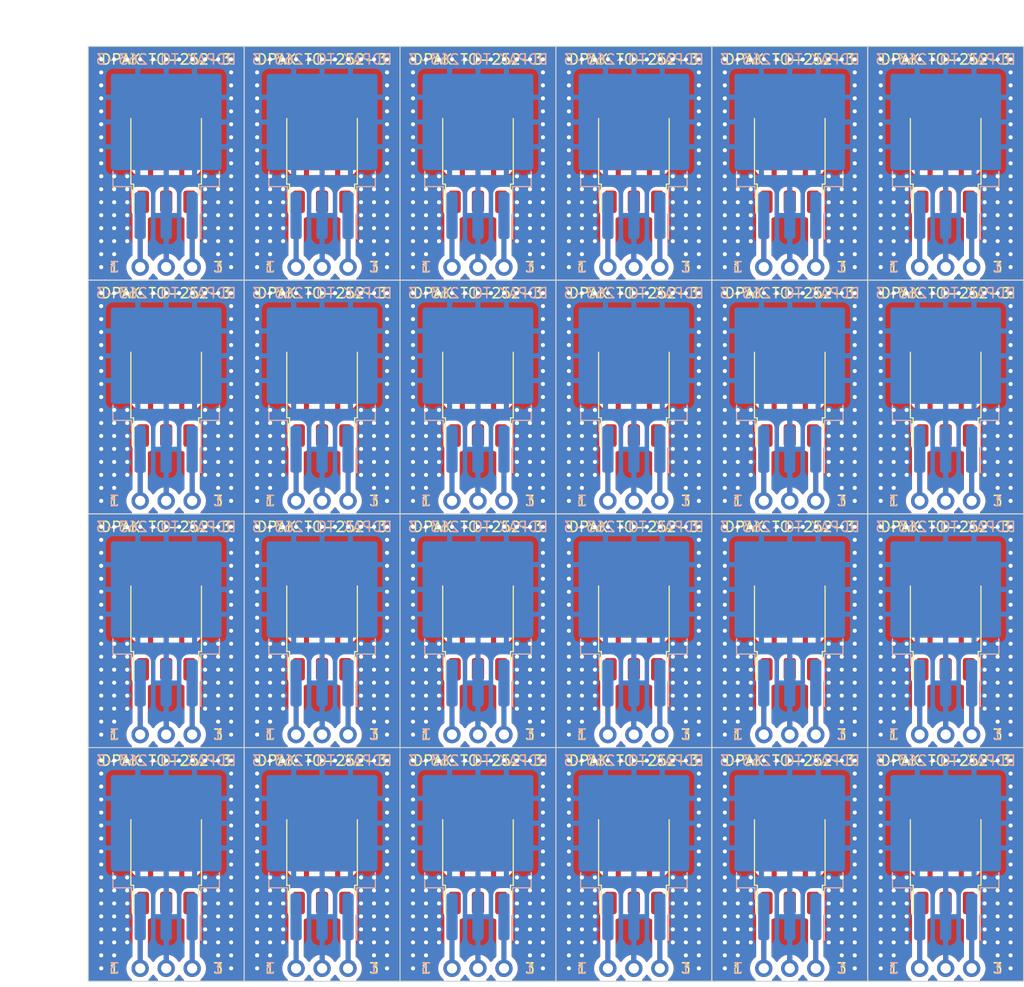
<source format=kicad_pcb>
(kicad_pcb (version 20221018) (generator pcbnew)
  (layers (0 "F.Cu" signal) (31 "B.Cu" signal) (34 "B.Paste" user) (35 "F.Paste" user) (36 "B.SilkS" user "B.Silkscreen") (37 "F.SilkS" user "F.Silkscreen") (38 "B.Mask" user) (39 "F.Mask" user) (44 "Edge.Cuts" user))
  (net 0 "")
  (net 1 "Net-(J1-Pin_1)")
  (net 2 "Net-(J1-Pin_3)")
  (net 3 "/HEATSINK")
  (footprint "Connector_PinHeader_2.54mm:PinHeader_1x03_P2.54mm_Vertical" (layer "F.Cu") (at 194.31 107.95 90)
    (fp_text reference "J6" hide)
    (fp_text value "Conn_01x03" hide)
  )
  (footprint "Package_TO_SOT_SMD:TO-252-3_TabPin2" (layer "F.Cu") (at 135.89 142.24 90)
    (fp_text reference "U28" hide)
    (fp_text value "LM1117DT-ADJ" hide)
  )
  (footprint "Package_TO_SOT_SMD:TO-252-3_TabPin2" (layer "F.Cu") (at 151.13 165.1 90)
    (fp_text reference "U42" hide)
    (fp_text value "LM1117DT-ADJ" hide)
  )
  (footprint "Package_TO_SOT_SMD:TO-252-3_TabPin2" (layer "F.Cu") (at 181.61 165.1 90)
    (fp_text reference "U46" hide)
    (fp_text value "LM1117DT-ADJ" hide)
  )
  (footprint "Connector_PinHeader_2.54mm:PinHeader_1x03_P2.54mm_Vertical" (layer "F.Cu") (at 179.07 153.67 90)
    (fp_text reference "J17" hide)
    (fp_text value "Conn_01x03" hide)
  )
  (footprint "Package_TO_SOT_SMD:TO-252-3_TabPin2" (layer "F.Cu") (at 151.13 119.38 90)
    (fp_text reference "U18" hide)
    (fp_text value "LM1117DT-ADJ" hide)
  )
  (footprint "Package_TO_SOT_SMD:TO-252-3_TabPin2" (layer "F.Cu") (at 181.61 142.24 90)
    (fp_text reference "U34" hide)
    (fp_text value "LM1117DT-ADJ" hide)
  )
  (footprint "Connector_PinHeader_2.54mm:PinHeader_1x03_P2.54mm_Vertical" (layer "F.Cu") (at 163.83 130.81 90)
    (fp_text reference "J10" hide)
    (fp_text value "Conn_01x03" hide)
  )
  (footprint "Package_TO_SOT_SMD:TO-252-3_TabPin2" (layer "F.Cu") (at 196.85 165.1 90)
    (fp_text reference "U48" hide)
    (fp_text value "LM1117DT-ADJ" hide)
  )
  (footprint "Connector_PinHeader_2.54mm:PinHeader_1x03_P2.54mm_Vertical" (layer "F.Cu") (at 148.59 130.81 90)
    (fp_text reference "J9" hide)
    (fp_text value "Conn_01x03" hide)
  )
  (footprint "Package_TO_SOT_SMD:TO-252-3_TabPin2" (layer "F.Cu") (at 135.89 96.52 90)
    (fp_text reference "U4" hide)
    (fp_text value "LM1117DT-ADJ" hide)
  )
  (footprint "Package_TO_SOT_SMD:TO-252-3_TabPin2" (layer "F.Cu") (at 135.89 119.38 90)
    (fp_text reference "U16" hide)
    (fp_text value "LM1117DT-ADJ" hide)
  )
  (footprint "Connector_PinHeader_2.54mm:PinHeader_1x03_P2.54mm_Vertical" (layer "F.Cu") (at 194.31 176.53 90)
    (fp_text reference "J24" hide)
    (fp_text value "Conn_01x03" hide)
  )
  (footprint "Connector_PinHeader_2.54mm:PinHeader_1x03_P2.54mm_Vertical" (layer "F.Cu") (at 194.31 130.81 90)
    (fp_text reference "J12" hide)
    (fp_text value "Conn_01x03" hide)
  )
  (footprint "Package_TO_SOT_SMD:TO-252-3_TabPin2" (layer "F.Cu") (at 196.85 142.24 90)
    (fp_text reference "U36" hide)
    (fp_text value "LM1117DT-ADJ" hide)
  )
  (footprint "Package_TO_SOT_SMD:TO-252-3_TabPin2" (layer "F.Cu") (at 120.65 142.24 90)
    (fp_text reference "U26" hide)
    (fp_text value "LM1117DT-ADJ" hide)
  )
  (footprint "Connector_PinHeader_2.54mm:PinHeader_1x03_P2.54mm_Vertical" (layer "F.Cu") (at 133.35 130.81 90)
    (fp_text reference "J8" hide)
    (fp_text value "Conn_01x03" hide)
  )
  (footprint "Connector_PinHeader_2.54mm:PinHeader_1x03_P2.54mm_Vertical" (layer "F.Cu") (at 148.59 176.53 90)
    (fp_text reference "J21" hide)
    (fp_text value "Conn_01x03" hide)
  )
  (footprint "Connector_PinHeader_2.54mm:PinHeader_1x03_P2.54mm_Vertical" (layer "F.Cu") (at 163.83 153.67 90)
    (fp_text reference "J16" hide)
    (fp_text value "Conn_01x03" hide)
  )
  (footprint "Package_TO_SOT_SMD:TO-252-3_TabPin2" (layer "F.Cu") (at 196.85 96.52 90)
    (fp_text reference "U12" hide)
    (fp_text value "LM1117DT-ADJ" hide)
  )
  (footprint "Package_TO_SOT_SMD:TO-252-3_TabPin2" (layer "F.Cu") (at 120.65 96.52 90)
    (fp_text reference "U3" hide)
    (fp_text value "LM1117DT-ADJ" hide)
  )
  (footprint "Package_TO_SOT_SMD:TO-252-3_TabPin2" (layer "F.Cu") (at 166.37 142.24 90)
    (fp_text reference "U32" hide)
    (fp_text value "LM1117DT-ADJ" hide)
  )
  (footprint "Package_TO_SOT_SMD:TO-252-3_TabPin2" (layer "F.Cu") (at 120.65 119.38 90)
    (fp_text reference "U14" hide)
    (fp_text value "LM1117DT-ADJ" hide)
  )
  (footprint "Connector_PinHeader_2.54mm:PinHeader_1x03_P2.54mm_Vertical" (layer "F.Cu") (at 133.35 176.53 90)
    (fp_text reference "J20" hide)
    (fp_text value "Conn_01x03" hide)
  )
  (footprint "Connector_PinHeader_2.54mm:PinHeader_1x03_P2.54mm_Vertical" (layer "F.Cu") (at 118.11 176.53 90)
    (fp_text reference "J19" hide)
    (fp_text value "Conn_01x03" hide)
  )
  (footprint "Connector_PinHeader_2.54mm:PinHeader_1x03_P2.54mm_Vertical" (layer "F.Cu") (at 148.59 153.67 90)
    (fp_text reference "J15" hide)
    (fp_text value "Conn_01x03" hide)
  )
  (footprint "Connector_PinHeader_2.54mm:PinHeader_1x03_P2.54mm_Vertical" (layer "F.Cu") (at 118.11 130.81 90)
    (fp_text reference "J7" hide)
    (fp_text value "Conn_01x03" hide)
  )
  (footprint "Connector_PinHeader_2.54mm:PinHeader_1x03_P2.54mm_Vertical" (layer "F.Cu") (at 179.07 176.53 90)
    (fp_text reference "J23" hide)
    (fp_text value "Conn_01x03" hide)
  )
  (footprint "Connector_PinHeader_2.54mm:PinHeader_1x03_P2.54mm_Vertical" (layer "F.Cu") (at 148.59 107.95 90)
    (fp_text reference "J3" hide)
    (fp_text value "Conn_01x03" hide)
  )
  (footprint "Connector_PinHeader_2.54mm:PinHeader_1x03_P2.54mm_Vertical" (layer "F.Cu") (at 179.07 107.95 90)
    (fp_text reference "J5" hide)
    (fp_text value "Conn_01x03" hide)
  )
  (footprint "Package_TO_SOT_SMD:TO-252-3_TabPin2" (layer "F.Cu") (at 151.13 96.52 90)
    (fp_text reference "U6" hide)
    (fp_text value "LM1117DT-ADJ" hide)
  )
  (footprint "Connector_PinHeader_2.54mm:PinHeader_1x03_P2.54mm_Vertical" (layer "F.Cu") (at 133.35 107.95 90)
    (fp_text reference "J2" hide)
    (fp_text value "Conn_01x03" hide)
  )
  (footprint "Package_TO_SOT_SMD:TO-252-3_TabPin2" (layer "F.Cu") (at 135.89 165.1 90)
    (fp_text reference "U40" hide)
    (fp_text value "LM1117DT-ADJ" hide)
  )
  (footprint "Connector_PinHeader_2.54mm:PinHeader_1x03_P2.54mm_Vertical" (layer "F.Cu") (at 118.11 153.67 90)
    (fp_text reference "J13" hide)
    (fp_text value "Conn_01x03" hide)
  )
  (footprint "Package_TO_SOT_SMD:TO-252-3_TabPin2" (layer "F.Cu") (at 166.37 119.38 90)
    (fp_text reference "U20" hide)
    (fp_text value "LM1117DT-ADJ" hide)
  )
  (footprint "Connector_PinHeader_2.54mm:PinHeader_1x03_P2.54mm_Vertical" (layer "F.Cu") (at 118.11 107.95 90)
    (fp_text reference "J1" hide)
    (fp_text value "Conn_01x03" hide)
  )
  (footprint "Package_TO_SOT_SMD:TO-252-3_TabPin2" (layer "F.Cu") (at 166.37 165.1 90)
    (fp_text reference "U44" hide)
    (fp_text value "LM1117DT-ADJ" hide)
  )
  (footprint "Package_TO_SOT_SMD:TO-252-3_TabPin2" (layer "F.Cu") (at 120.65 165.1 90)
    (fp_text reference "U38" hide)
    (fp_text value "LM1117DT-ADJ" hide)
  )
  (footprint "Connector_PinHeader_2.54mm:PinHeader_1x03_P2.54mm_Vertical" (layer "F.Cu") (at 194.31 153.67 90)
    (fp_text reference "J18" hide)
    (fp_text value "Conn_01x03" hide)
  )
  (footprint "Package_TO_SOT_SMD:TO-252-3_TabPin2" (layer "F.Cu") (at 166.37 96.52 90)
    (fp_text reference "U8" hide)
    (fp_text value "LM1117DT-ADJ" hide)
  )
  (footprint "Connector_PinHeader_2.54mm:PinHeader_1x03_P2.54mm_Vertical" (layer "F.Cu") (at 179.07 130.81 90)
    (fp_text reference "J11" hide)
    (fp_text value "Conn_01x03" hide)
  )
  (footprint "Package_TO_SOT_SMD:TO-252-3_TabPin2" (layer "F.Cu") (at 151.13 142.24 90)
    (fp_text reference "U30" hide)
    (fp_text value "LM1117DT-ADJ" hide)
  )
  (footprint "Connector_PinHeader_2.54mm:PinHeader_1x03_P2.54mm_Vertical" (layer "F.Cu") (at 133.35 153.67 90)
    (fp_text reference "J14" hide)
    (fp_text value "Conn_01x03" hide)
  )
  (footprint "Package_TO_SOT_SMD:TO-252-3_TabPin2" (layer "F.Cu") (at 196.85 119.38 90)
    (fp_text reference "U24" hide)
    (fp_text value "LM1117DT-ADJ" hide)
  )
  (footprint "Connector_PinHeader_2.54mm:PinHeader_1x03_P2.54mm_Vertical" (layer "F.Cu") (at 163.83 176.53 90)
    (fp_text reference "J22" hide)
    (fp_text value "Conn_01x03" hide)
  )
  (footprint "Package_TO_SOT_SMD:TO-252-3_TabPin2" (layer "F.Cu") (at 181.61 119.38 90)
    (fp_text reference "U22" hide)
    (fp_text value "LM1117DT-ADJ" hide)
  )
  (footprint "Connector_PinHeader_2.54mm:PinHeader_1x03_P2.54mm_Vertical" (layer "F.Cu") (at 163.83 107.95 90)
    (fp_text reference "J4" hide)
    (fp_text value "Conn_01x03" hide)
  )
  (footprint "Package_TO_SOT_SMD:TO-252-3_TabPin2" (layer "F.Cu") (at 181.61 96.52 90)
    (fp_text reference "U10" hide)
    (fp_text value "LM1117DT-ADJ" hide)
  )
  (footprint "Package_TO_SOT_SMD:TO-263-3_TabPin2" (layer "B.Cu") (at 166.37 95.25 90)
    (fp_text reference "U7" hide)
    (fp_text value "LM1117DT-ADJ" hide)
  )
  (footprint "Package_TO_SOT_SMD:TO-263-3_TabPin2" (layer "B.Cu") (at 196.85 118.11 90)
    (fp_text reference "U23" hide)
    (fp_text value "LM1117DT-ADJ" hide)
  )
  (footprint "Package_TO_SOT_SMD:TO-263-3_TabPin2" (layer "B.Cu") (at 166.37 140.97 90)
    (fp_text reference "U31" hide)
    (fp_text value "LM1117DT-ADJ" hide)
  )
  (footprint "Package_TO_SOT_SMD:TO-263-3_TabPin2" (layer "B.Cu") (at 120.65 95.25 90)
    (fp_text reference "U1" hide)
    (fp_text value "LM1117DT-ADJ" hide)
  )
  (footprint "Package_TO_SOT_SMD:TO-263-3_TabPin2" (layer "B.Cu") (at 196.85 95.25 90)
    (fp_text reference "U11" hide)
    (fp_text value "LM1117DT-ADJ" hide)
  )
  (footprint "Package_TO_SOT_SMD:TO-263-3_TabPin2" (layer "B.Cu") (at 135.89 140.97 90)
    (fp_text reference "U27" hide)
    (fp_text value "LM1117DT-ADJ" hide)
  )
  (footprint "Package_TO_SOT_SMD:TO-263-3_TabPin2" (layer "B.Cu") (at 196.85 140.97 90)
    (fp_text reference "U35" hide)
    (fp_text value "LM1117DT-ADJ" hide)
  )
  (footprint "Package_TO_SOT_SMD:TO-263-3_TabPin2" (layer "B.Cu") (at 166.37 118.11 90)
    (fp_text reference "U19" hide)
    (fp_text value "LM1117DT-ADJ" hide)
  )
  (footprint "Package_TO_SOT_SMD:TO-263-3_TabPin2" (layer "B.Cu") (at 181.61 95.25 90)
    (fp_text reference "U9" hide)
    (fp_text value "LM1117DT-ADJ" hide)
  )
  (footprint "Package_TO_SOT_SMD:TO-263-3_TabPin2" (layer "B.Cu") (at 120.65 163.83 90)
    (fp_text reference "U37" hide)
    (fp_text value "LM1117DT-ADJ" hide)
  )
  (footprint "Package_TO_SOT_SMD:TO-263-3_TabPin2" (layer "B.Cu") (at 151.13 140.97 90)
    (fp_text reference "U29" hide)
    (fp_text value "LM1117DT-ADJ" hide)
  )
  (footprint "Package_TO_SOT_SMD:TO-263-3_TabPin2" (layer "B.Cu") (at 181.61 140.97 90)
    (fp_text reference "U33" hide)
    (fp_text value "LM1117DT-ADJ" hide)
  )
  (footprint "Package_TO_SOT_SMD:TO-263-3_TabPin2" (layer "B.Cu") (at 135.89 118.11 90)
    (fp_text reference "U15" hide)
    (fp_text value "LM1117DT-ADJ" hide)
  )
  (footprint "Package_TO_SOT_SMD:TO-263-3_TabPin2" (layer "B.Cu") (at 181.61 163.83 90)
    (fp_text reference "U45" hide)
    (fp_text value "LM1117DT-ADJ" hide)
  )
  (footprint "Package_TO_SOT_SMD:TO-263-3_TabPin2" (layer "B.Cu") (at 135.89 163.83 90)
    (fp_text reference "U39" hide)
    (fp_text value "LM1117DT-ADJ" hide)
  )
  (footprint "Package_TO_SOT_SMD:TO-263-3_TabPin2" (layer "B.Cu") (at 181.61 118.11 90)
    (fp_text reference "U21" hide)
    (fp_text value "LM1117DT-ADJ" hide)
  )
  (footprint "Package_TO_SOT_SMD:TO-263-3_TabPin2" (layer "B.Cu") (at 166.37 163.83 90)
    (fp_text reference "U43" hide)
    (fp_text value "LM1117DT-ADJ" hide)
  )
  (footprint "Package_TO_SOT_SMD:TO-263-3_TabPin2" (layer "B.Cu") (at 196.85 163.83 90)
    (fp_text reference "U47" hide)
    (fp_text value "LM1117DT-ADJ" hide)
  )
  (footprint "Package_TO_SOT_SMD:TO-263-3_TabPin2" (layer "B.Cu") (at 120.65 118.11 90)
    (fp_text reference "U13" hide)
    (fp_text value "LM1117DT-ADJ" hide)
  )
  (footprint "Package_TO_SOT_SMD:TO-263-3_TabPin2" (layer "B.Cu") (at 120.65 140.97 90)
    (fp_text reference "U25" hide)
    (fp_text value "LM1117DT-ADJ" hide)
  )
  (footprint "Package_TO_SOT_SMD:TO-263-3_TabPin2" (layer "B.Cu") (at 151.13 95.25 90)
    (fp_text reference "U5" hide)
    (fp_text value "LM1117DT-ADJ" hide)
  )
  (footprint "Package_TO_SOT_SMD:TO-263-3_TabPin2" (layer "B.Cu") (at 151.13 163.83 90)
    (fp_text reference "U41" hide)
    (fp_text value "LM1117DT-ADJ" hide)
  )
  (footprint "Package_TO_SOT_SMD:TO-263-3_TabPin2" (layer "B.Cu") (at 151.13 118.11 90)
    (fp_text reference "U17" hide)
    (fp_text value "LM1117DT-ADJ" hide)
  )
  (footprint "Package_TO_SOT_SMD:TO-263-3_TabPin2" (layer "B.Cu") (at 135.89 95.25 90)
    (fp_text reference "U2" hide)
    (fp_text value "LM1117DT-ADJ" hide)
  )
  (gr_rect (start 113.03 109.22) (end 128.27 132.08) (stroke (width 0.1)) (fill none) (layer "Edge.Cuts"))
  (gr_rect (start 113.03 132.08) (end 128.27 154.94) (stroke (width 0.1)) (fill none) (layer "Edge.Cuts"))
  (gr_rect (start 173.99 109.22) (end 189.23 132.08) (stroke (width 0.1)) (fill none) (layer "Edge.Cuts"))
  (gr_rect (start 158.75 132.08) (end 173.99 154.94) (stroke (width 0.1)) (fill none) (layer "Edge.Cuts"))
  (gr_rect (start 158.75 109.22) (end 173.99 132.08) (stroke (width 0.1)) (fill none) (layer "Edge.Cuts"))
  (gr_rect (start 189.23 86.36) (end 204.47 109.22) (stroke (width 0.1)) (fill none) (layer "Edge.Cuts"))
  (gr_rect (start 173.99 86.36) (end 189.23 109.22) (stroke (width 0.1)) (fill none) (layer "Edge.Cuts"))
  (gr_rect (start 143.51 132.08) (end 158.75 154.94) (stroke (width 0.1)) (fill none) (layer "Edge.Cuts"))
  (gr_rect (start 128.27 86.36) (end 143.51 109.22) (stroke (width 0.1)) (fill none) (layer "Edge.Cuts"))
  (gr_rect (start 173.99 132.08) (end 189.23 154.94) (stroke (width 0.1)) (fill none) (layer "Edge.Cuts"))
  (gr_rect (start 128.27 132.08) (end 143.51 154.94) (stroke (width 0.1)) (fill none) (layer "Edge.Cuts"))
  (gr_rect (start 158.75 86.36) (end 173.99 109.22) (stroke (width 0.1)) (fill none) (layer "Edge.Cuts"))
  (gr_rect (start 128.27 109.22) (end 143.51 132.08) (stroke (width 0.1)) (fill none) (layer "Edge.Cuts"))
  (gr_rect (start 113.03 86.36) (end 128.27 109.22) (stroke (width 0.1)) (fill none) (layer "Edge.Cuts"))
  (gr_rect (start 143.51 109.22) (end 158.75 132.08) (stroke (width 0.1)) (fill none) (layer "Edge.Cuts"))
  (gr_rect (start 189.23 132.08) (end 204.47 154.94) (stroke (width 0.1)) (fill none) (layer "Edge.Cuts"))
  (gr_rect (start 143.51 86.36) (end 158.75 109.22) (stroke (width 0.1)) (fill none) (layer "Edge.Cuts"))
  (gr_rect (start 189.23 109.22) (end 204.47 132.08) (stroke (width 0.1)) (fill none) (layer "Edge.Cuts"))
  (gr_rect (start 143.51 154.94) (end 158.75 177.8) (stroke (width 0.1)) (fill none) (layer "Edge.Cuts"))
  (gr_rect (start 128.27 154.94) (end 143.51 177.8) (stroke (width 0.1)) (fill none) (layer "Edge.Cuts"))
  (gr_rect (start 189.23 154.94) (end 204.47 177.8) (stroke (width 0.1)) (fill none) (layer "Edge.Cuts"))
  (gr_rect (start 158.75 154.94) (end 173.99 177.8) (stroke (width 0.1)) (fill none) (layer "Edge.Cuts"))
  (gr_rect (start 173.99 154.94) (end 189.23 177.8) (stroke (width 0.1)) (fill none) (layer "Edge.Cuts"))
  (gr_rect (start 113.03 154.94) (end 128.27 177.8) (stroke (width 0.1)) (fill none) (layer "Edge.Cuts"))
  (gr_text "DDPAK TO-263-3" (at 196.85 156.21) (layer "B.SilkS") (effects (font (size 1 1)) (justify mirror)))
  (gr_text "1" (at 201.93 176.53) (layer "B.SilkS") (effects (font (size 1 1)) (justify mirror)))
  (gr_text "1" (at 201.93 107.95) (layer "B.SilkS") (effects (font (size 1 1)) (justify mirror)))
  (gr_text "3" (at 161.29 153.67) (layer "B.SilkS") (effects (font (size 1 1)) (justify mirror)))
  (gr_text "3" (at 161.29 130.81) (layer "B.SilkS") (effects (font (size 1 1)) (justify mirror)))
  (gr_text "1" (at 156.21 130.81) (layer "B.SilkS") (effects (font (size 1 1)) (justify mirror)))
  (gr_text "1" (at 140.97 107.95) (layer "B.SilkS") (effects (font (size 1 1)) (justify mirror)))
  (gr_text "3" (at 130.81 130.81) (layer "B.SilkS") (effects (font (size 1 1)) (justify mirror)))
  (gr_text "3" (at 176.53 153.67) (layer "B.SilkS") (effects (font (size 1 1)) (justify mirror)))
  (gr_text "1" (at 156.21 176.53) (layer "B.SilkS") (effects (font (size 1 1)) (justify mirror)))
  (gr_text "DDPAK TO-263-3" (at 181.61 133.35) (layer "B.SilkS") (effects (font (size 1 1)) (justify mirror)))
  (gr_text "DDPAK TO-263-3" (at 166.37 156.21) (layer "B.SilkS") (effects (font (size 1 1)) (justify mirror)))
  (gr_text "1" (at 201.93 153.67) (layer "B.SilkS") (effects (font (size 1 1)) (justify mirror)))
  (gr_text "1" (at 171.45 107.95) (layer "B.SilkS") (effects (font (size 1 1)) (justify mirror)))
  (gr_text "3" (at 130.81 107.95) (layer "B.SilkS") (effects (font (size 1 1)) (justify mirror)))
  (gr_text "3" (at 161.29 176.53) (layer "B.SilkS") (effects (font (size 1 1)) (justify mirror)))
  (gr_text "DDPAK TO-263-3" (at 181.61 87.63) (layer "B.SilkS") (effects (font (size 1 1)) (justify mirror)))
  (gr_text "1" (at 186.69 107.95) (layer "B.SilkS") (effects (font (size 1 1)) (justify mirror)))
  (gr_text "3" (at 191.77 130.81) (layer "B.SilkS") (effects (font (size 1 1)) (justify mirror)))
  (gr_text "3" (at 146.05 176.53) (layer "B.SilkS") (effects (font (size 1 1)) (justify mirror)))
  (gr_text "DDPAK TO-263-3" (at 196.85 133.35) (layer "B.SilkS") (effects (font (size 1 1)) (justify mirror)))
  (gr_text "3" (at 130.81 153.67) (layer "B.SilkS") (effects (font (size 1 1)) (justify mirror)))
  (gr_text "1" (at 125.73 153.67) (layer "B.SilkS") (effects (font (size 1 1)) (justify mirror)))
  (gr_text "1" (at 140.97 176.53) (layer "B.SilkS") (effects (font (size 1 1)) (justify mirror)))
  (gr_text "DDPAK TO-263-3" (at 151.13 133.35) (layer "B.SilkS") (effects (font (size 1 1)) (justify mirror)))
  (gr_text "DDPAK TO-263-3" (at 120.65 110.49) (layer "B.SilkS") (effects (font (size 1 1)) (justify mirror)))
  (gr_text "DDPAK TO-263-3" (at 196.85 110.49) (layer "B.SilkS") (effects (font (size 1 1)) (justify mirror)))
  (gr_text "1" (at 186.69 176.53) (layer "B.SilkS") (effects (font (size 1 1)) (justify mirror)))
  (gr_text "1" (at 156.21 153.67) (layer "B.SilkS") (effects (font (size 1 1)) (justify mirror)))
  (gr_text "DDPAK TO-263-3" (at 151.13 110.49) (layer "B.SilkS") (effects (font (size 1 1)) (justify mirror)))
  (gr_text "DDPAK TO-263-3" (at 166.37 87.63) (layer "B.SilkS") (effects (font (size 1 1)) (justify mirror)))
  (gr_text "DDPAK TO-263-3" (at 120.65 156.21) (layer "B.SilkS") (effects (font (size 1 1)) (justify mirror)))
  (gr_text "1" (at 125.73 107.95) (layer "B.SilkS") (effects (font (size 1 1)) (justify mirror)))
  (gr_text "3" (at 161.29 107.95) (layer "B.SilkS") (effects (font (size 1 1)) (justify mirror)))
  (gr_text "DDPAK TO-263-3" (at 135.89 87.63) (layer "B.SilkS") (effects (font (size 1 1)) (justify mirror)))
  (gr_text "3" (at 146.05 130.81) (layer "B.SilkS") (effects (font (size 1 1)) (justify mirror)))
  (gr_text "1" (at 201.93 130.81) (layer "B.SilkS") (effects (font (size 1 1)) (justify mirror)))
  (gr_text "3" (at 191.77 107.95) (layer "B.SilkS") (effects (font (size 1 1)) (justify mirror)))
  (gr_text "1" (at 186.69 130.81) (layer "B.SilkS") (effects (font (size 1 1)) (justify mirror)))
  (gr_text "3" (at 115.57 176.53) (layer "B.SilkS") (effects (font (size 1 1)) (justify mirror)))
  (gr_text "3" (at 146.05 107.95) (layer "B.SilkS") (effects (font (size 1 1)) (justify mirror)))
  (gr_text "3" (at 115.57 107.95) (layer "B.SilkS") (effects (font (size 1 1)) (justify mirror)))
  (gr_text "DDPAK TO-263-3" (at 135.89 133.35) (layer "B.SilkS") (effects (font (size 1 1)) (justify mirror)))
  (gr_text "3" (at 130.81 176.53) (layer "B.SilkS") (effects (font (size 1 1)) (justify mirror)))
  (gr_text "DDPAK TO-263-3" (at 196.85 87.63) (layer "B.SilkS") (effects (font (size 1 1)) (justify mirror)))
  (gr_text "DDPAK TO-263-3" (at 151.13 156.21) (layer "B.SilkS") (effects (font (size 1 1)) (justify mirror)))
  (gr_text "DDPAK TO-263-3" (at 151.13 87.63) (layer "B.SilkS") (effects (font (size 1 1)) (justify mirror)))
  (gr_text "1" (at 140.97 153.67) (layer "B.SilkS") (effects (font (size 1 1)) (justify mirror)))
  (gr_text "DDPAK TO-263-3" (at 120.65 133.35) (layer "B.SilkS") (effects (font (size 1 1)) (justify mirror)))
  (gr_text "DDPAK TO-263-3" (at 166.37 133.35) (layer "B.SilkS") (effects (font (size 1 1)) (justify mirror)))
  (gr_text "3" (at 176.53 176.53) (layer "B.SilkS") (effects (font (size 1 1)) (justify mirror)))
  (gr_text "1" (at 125.73 176.53) (layer "B.SilkS") (effects (font (size 1 1)) (justify mirror)))
  (gr_text "3" (at 191.77 176.53) (layer "B.SilkS") (effects (font (size 1 1)) (justify mirror)))
  (gr_text "1" (at 171.45 176.53) (layer "B.SilkS") (effects (font (size 1 1)) (justify mirror)))
  (gr_text "DDPAK TO-263-3" (at 135.89 110.49) (layer "B.SilkS") (effects (font (size 1 1)) (justify mirror)))
  (gr_text "1" (at 125.73 130.81) (layer "B.SilkS") (effects (font (size 1 1)) (justify mirror)))
  (gr_text "1" (at 140.97 130.81) (layer "B.SilkS") (effects (font (size 1 1)) (justify mirror)))
  (gr_text "3" (at 115.57 130.81) (layer "B.SilkS") (effects (font (size 1 1)) (justify mirror)))
  (gr_text "3" (at 191.77 153.67) (layer "B.SilkS") (effects (font (size 1 1)) (justify mirror)))
  (gr_text "1" (at 171.45 130.81) (layer "B.SilkS") (effects (font (size 1 1)) (justify mirror)))
  (gr_text "3" (at 176.53 107.95) (layer "B.SilkS") (effects (font (size 1 1)) (justify mirror)))
  (gr_text "3" (at 176.53 130.81) (layer "B.SilkS") (effects (font (size 1 1)) (justify mirror)))
  (gr_text "DDPAK TO-263-3" (at 135.89 156.21) (layer "B.SilkS") (effects (font (size 1 1)) (justify mirror)))
  (gr_text "3" (at 115.57 153.67) (layer "B.SilkS") (effects (font (size 1 1)) (justify mirror)))
  (gr_text "DDPAK TO-263-3" (at 181.61 156.21) (layer "B.SilkS") (effects (font (size 1 1)) (justify mirror)))
  (gr_text "DDPAK TO-263-3" (at 120.65 87.63) (layer "B.SilkS") (effects (font (size 1 1)) (justify mirror)))
  (gr_text "1" (at 171.45 153.67) (layer "B.SilkS") (effects (font (size 1 1)) (justify mirror)))
  (gr_text "3" (at 146.05 153.67) (layer "B.SilkS") (effects (font (size 1 1)) (justify mirror)))
  (gr_text "1" (at 156.21 107.95) (layer "B.SilkS") (effects (font (size 1 1)) (justify mirror)))
  (gr_text "1" (at 186.69 153.67) (layer "B.SilkS") (effects (font (size 1 1)) (justify mirror)))
  (gr_text "DDPAK TO-263-3" (at 166.37 110.49) (layer "B.SilkS") (effects (font (size 1 1)) (justify mirror)))
  (gr_text "DDPAK TO-263-3" (at 181.61 110.49) (layer "B.SilkS") (effects (font (size 1 1)) (justify mirror)))
  (gr_text "3" (at 140.97 130.81) (layer "F.SilkS") (effects (font (size 1 1))))
  (gr_text "3" (at 125.73 130.81) (layer "F.SilkS") (effects (font (size 1 1))))
  (gr_text "1" (at 115.57 107.95) (layer "F.SilkS") (effects (font (size 1 1))))
  (gr_text "3" (at 140.97 176.53) (layer "F.SilkS") (effects (font (size 1 1))))
  (gr_text "1" (at 146.05 176.53) (layer "F.SilkS") (effects (font (size 1 1))))
  (gr_text "3" (at 140.97 153.67) (layer "F.SilkS") (effects (font (size 1 1))))
  (gr_text "DPAK TO-252-3" (at 120.65 110.49) (layer "F.SilkS") (effects (font (size 1 1))))
  (gr_text "DPAK TO-252-3" (at 196.85 156.21) (layer "F.SilkS") (effects (font (size 1 1))))
  (gr_text "3" (at 171.45 130.81) (layer "F.SilkS") (effects (font (size 1 1))))
  (gr_text "1" (at 161.29 107.95) (layer "F.SilkS") (effects (font (size 1 1))))
  (gr_text "3" (at 125.73 176.53) (layer "F.SilkS") (effects (font (size 1 1))))
  (gr_text "1" (at 130.81 107.95) (layer "F.SilkS") (effects (font (size 1 1))))
  (gr_text "1" (at 161.29 153.67) (layer "F.SilkS") (effects (font (size 1 1))))
  (gr_text "1" (at 115.57 176.53) (layer "F.SilkS") (effects (font (size 1 1))))
  (gr_text "1" (at 161.29 130.81) (layer "F.SilkS") (effects (font (size 1 1))))
  (gr_text "3" (at 156.21 107.95) (layer "F.SilkS") (effects (font (size 1 1))))
  (gr_text "DPAK TO-252-3" (at 166.37 110.49) (layer "F.SilkS") (effects (font (size 1 1))))
  (gr_text "1" (at 161.29 176.53) (layer "F.SilkS") (effects (font (size 1 1))))
  (gr_text "DPAK TO-252-3" (at 151.13 156.21) (layer "F.SilkS") (effects (font (size 1 1))))
  (gr_text "1" (at 146.05 153.67) (layer "F.SilkS") (effects (font (size 1 1))))
  (gr_text "3" (at 201.93 176.53) (layer "F.SilkS") (effects (font (size 1 1))))
  (gr_text "DPAK TO-252-3" (at 181.61 87.63) (layer "F.SilkS") (effects (font (size 1 1))))
  (gr_text "1" (at 191.77 153.67) (layer "F.SilkS") (effects (font (size 1 1))))
  (gr_text "DPAK TO-252-3" (at 196.85 87.63) (layer "F.SilkS") (effects (font (size 1 1))))
  (gr_text "1" (at 146.05 130.81) (layer "F.SilkS") (effects (font (size 1 1))))
  (gr_text "3" (at 186.69 176.53) (layer "F.SilkS") (effects (font (size 1 1))))
  (gr_text "DPAK TO-252-3" (at 151.13 110.49) (layer "F.SilkS") (effects (font (size 1 1))))
  (gr_text "1" (at 191.77 130.81) (layer "F.SilkS") (effects (font (size 1 1))))
  (gr_text "3" (at 186.69 153.67) (layer "F.SilkS") (effects (font (size 1 1))))
  (gr_text "DPAK TO-252-3" (at 135.89 133.35) (layer "F.SilkS") (effects (font (size 1 1))))
  (gr_text "1" (at 176.53 107.95) (layer "F.SilkS") (effects (font (size 1 1))))
  (gr_text "3" (at 156.21 176.53) (layer "F.SilkS") (effects (font (size 1 1))))
  (gr_text "3" (at 156.21 153.67) (layer "F.SilkS") (effects (font (size 1 1))))
  (gr_text "1" (at 130.81 176.53) (layer "F.SilkS") (effects (font (size 1 1))))
  (gr_text "DPAK TO-252-3" (at 196.85 110.49) (layer "F.SilkS") (effects (font (size 1 1))))
  (gr_text "1" (at 176.53 130.81) (layer "F.SilkS") (effects (font (size 1 1))))
  (gr_text "3" (at 140.97 107.95) (layer "F.SilkS") (effects (font (size 1 1))))
  (gr_text "1" (at 191.77 176.53) (layer "F.SilkS") (effects (font (size 1 1))))
  (gr_text "DPAK TO-252-3" (at 196.85 133.35) (layer "F.SilkS") (effects (font (size 1 1))))
  (gr_text "3" (at 171.45 107.95) (layer "F.SilkS") (effects (font (size 1 1))))
  (gr_text "DPAK TO-252-3" (at 181.61 133.35) (layer "F.SilkS") (effects (font (size 1 1))))
  (gr_text "1" (at 130.81 153.67) (layer "F.SilkS") (effects (font (size 1 1))))
  (gr_text "DPAK TO-252-3" (at 135.89 87.63) (layer "F.SilkS") (effects (font (size 1 1))))
  (gr_text "1" (at 176.53 153.67) (layer "F.SilkS") (effects (font (size 1 1))))
  (gr_text "1" (at 115.57 153.67) (layer "F.SilkS") (effects (font (size 1 1))))
  (gr_text "DPAK TO-252-3" (at 151.13 133.35) (layer "F.SilkS") (effects (font (size 1 1))))
  (gr_text "3" (at 201.93 130.81) (layer "F.SilkS") (effects (font (size 1 1))))
  (gr_text "1" (at 130.81 130.81) (layer "F.SilkS") (effects (font (size 1 1))))
  (gr_text "DPAK TO-252-3" (at 120.65 133.35) (layer "F.SilkS") (effects (font (size 1 1))))
  (gr_text "DPAK TO-252-3" (at 166.37 133.35) (layer "F.SilkS") (effects (font (size 1 1))))
  (gr_text "1" (at 146.05 107.95) (layer "F.SilkS") (effects (font (size 1 1))))
  (gr_text "3" (at 201.93 107.95) (layer "F.SilkS") (effects (font (size 1 1))))
  (gr_text "DPAK TO-252-3" (at 166.37 156.21) (layer "F.SilkS") (effects (font (size 1 1))))
  (gr_text "3" (at 201.93 153.67) (layer "F.SilkS") (effects (font (size 1 1))))
  (gr_text "DPAK TO-252-3" (at 181.61 156.21) (layer "F.SilkS") (effects (font (size 1 1))))
  (gr_text "3" (at 125.73 107.95) (layer "F.SilkS") (effects (font (size 1 1))))
  (gr_text "DPAK TO-252-3" (at 120.65 156.21) (layer "F.SilkS") (effects (font (size 1 1))))
  (gr_text "DPAK TO-252-3" (at 166.37 87.63) (layer "F.SilkS") (effects (font (size 1 1))))
  (gr_text "DPAK TO-252-3" (at 135.89 156.21) (layer "F.SilkS") (effects (font (size 1 1))))
  (gr_text "3" (at 186.69 107.95) (layer "F.SilkS") (effects (font (size 1 1))))
  (gr_text "3" (at 171.45 176.53) (layer "F.SilkS") (effects (font (size 1 1))))
  (gr_text "DPAK TO-252-3" (at 135.89 110.49) (layer "F.SilkS") (effects (font (size 1 1))))
  (gr_text "1" (at 191.77 107.95) (layer "F.SilkS") (effects (font (size 1 1))))
  (gr_text "1" (at 115.57 130.81) (layer "F.SilkS") (effects (font (size 1 1))))
  (gr_text "3" (at 156.21 130.81) (layer "F.SilkS") (effects (font (size 1 1))))
  (gr_text "DPAK TO-252-3" (at 120.65 87.63) (layer "F.SilkS") (effects (font (size 1 1))))
  (gr_text "DPAK TO-252-3" (at 151.13 87.63) (layer "F.SilkS") (effects (font (size 1 1))))
  (gr_text "1" (at 176.53 176.53) (layer "F.SilkS") (effects (font (size 1 1))))
  (gr_text "3" (at 125.73 153.67) (layer "F.SilkS") (effects (font (size 1 1))))
  (gr_text "DPAK TO-252-3" (at 181.61 110.49) (layer "F.SilkS") (effects (font (size 1 1))))
  (gr_text "3" (at 171.45 153.67) (layer "F.SilkS") (effects (font (size 1 1))))
  (gr_text "3" (at 186.69 130.81) (layer "F.SilkS") (effects (font (size 1 1))))
  (segment (start 164.09 124.42) (end 163.83 124.68) (width 0.5) (layer "F.Cu") (net 1))
  (segment (start 118.11 101.82) (end 118.11 107.95) (width 0.5) (layer "F.Cu") (net 1))
  (segment (start 118.37 101.56) (end 118.11 101.82) (width 0.5) (layer "F.Cu") (net 1))
  (segment (start 148.85 147.28) (end 148.59 147.54) (width 0.5) (layer "F.Cu") (net 1))
  (segment (start 133.35 147.54) (end 133.35 153.67) (width 0.5) (layer "F.Cu") (net 1))
  (segment (start 179.07 101.82) (end 179.07 107.95) (width 0.5) (layer "F.Cu") (net 1))
  (segment (start 194.31 101.82) (end 194.31 107.95) (width 0.5) (layer "F.Cu") (net 1))
  (segment (start 148.59 101.82) (end 148.59 107.95) (width 0.5) (layer "F.Cu") (net 1))
  (segment (start 148.85 101.56) (end 148.59 101.82) (width 0.5) (layer "F.Cu") (net 1))
  (segment (start 164.09 101.56) (end 163.83 101.82) (width 0.5) (layer "F.Cu") (net 1))
  (segment (start 179.33 124.42) (end 179.07 124.68) (width 0.5) (layer "F.Cu") (net 1))
  (segment (start 194.57 147.28) (end 194.31 147.54) (width 0.5) (layer "F.Cu") (net 1))
  (segment (start 133.61 124.42) (end 133.35 124.68) (width 0.5) (layer "F.Cu") (net 1))
  (segment (start 118.11 147.54) (end 118.11 153.67) (width 0.5) (layer "F.Cu") (net 1))
  (segment (start 163.83 147.54) (end 163.83 153.67) (width 0.5) (layer "F.Cu") (net 1))
  (segment (start 118.11 124.68) (end 118.11 130.81) (width 0.5) (layer "F.Cu") (net 1))
  (segment (start 133.35 101.82) (end 133.35 107.95) (width 0.5) (layer "F.Cu") (net 1))
  (segment (start 133.61 147.28) (end 133.35 147.54) (width 0.5) (layer "F.Cu") (net 1))
  (segment (start 163.83 170.4) (end 163.83 176.53) (width 0.5) (layer "F.Cu") (net 1))
  (segment (start 148.85 124.42) (end 148.59 124.68) (width 0.5) (layer "F.Cu") (net 1))
  (segment (start 179.33 147.28) (end 179.07 147.54) (width 0.5) (layer "F.Cu") (net 1))
  (segment (start 118.11 170.4) (end 118.11 176.53) (width 0.5) (layer "F.Cu") (net 1))
  (segment (start 163.83 101.82) (end 163.83 107.95) (width 0.5) (layer "F.Cu") (net 1))
  (segment (start 164.09 170.14) (end 163.83 170.4) (width 0.5) (layer "F.Cu") (net 1))
  (segment (start 179.33 101.56) (end 179.07 101.82) (width 0.5) (layer "F.Cu") (net 1))
  (segment (start 133.35 170.4) (end 133.35 176.53) (width 0.5) (layer "F.Cu") (net 1))
  (segment (start 148.59 124.68) (end 148.59 130.81) (width 0.5) (layer "F.Cu") (net 1))
  (segment (start 194.31 147.54) (end 194.31 153.67) (width 0.5) (layer "F.Cu") (net 1))
  (segment (start 148.59 147.54) (end 148.59 153.67) (width 0.5) (layer "F.Cu") (net 1))
  (segment (start 164.09 147.28) (end 163.83 147.54) (width 0.5) (layer "F.Cu") (net 1))
  (segment (start 194.57 124.42) (end 194.31 124.68) (width 0.5) (layer "F.Cu") (net 1))
  (segment (start 179.33 170.14) (end 179.07 170.4) (width 0.5) (layer "F.Cu") (net 1))
  (segment (start 194.57 101.56) (end 194.31 101.82) (width 0.5) (layer "F.Cu") (net 1))
  (segment (start 179.07 170.4) (end 179.07 176.53) (width 0.5) (layer "F.Cu") (net 1))
  (segment (start 118.37 147.28) (end 118.11 147.54) (width 0.5) (layer "F.Cu") (net 1))
  (segment (start 179.07 124.68) (end 179.07 130.81) (width 0.5) (layer "F.Cu") (net 1))
  (segment (start 148.59 170.4) (end 148.59 176.53) (width 0.5) (layer "F.Cu") (net 1))
  (segment (start 194.31 170.4) (end 194.31 176.53) (width 0.5) (layer "F.Cu") (net 1))
  (segment (start 133.61 170.14) (end 133.35 170.4) (width 0.5) (layer "F.Cu") (net 1))
  (segment (start 163.83 124.68) (end 163.83 130.81) (width 0.5) (layer "F.Cu") (net 1))
  (segment (start 194.57 170.14) (end 194.31 170.4) (width 0.5) (layer "F.Cu") (net 1))
  (segment (start 118.37 124.42) (end 118.11 124.68) (width 0.5) (layer "F.Cu") (net 1))
  (segment (start 133.35 124.68) (end 133.35 130.81) (width 0.5) (layer "F.Cu") (net 1))
  (segment (start 133.61 101.56) (end 133.35 101.82) (width 0.5) (layer "F.Cu") (net 1))
  (segment (start 118.37 170.14) (end 118.11 170.4) (width 0.5) (layer "F.Cu") (net 1))
  (segment (start 179.07 147.54) (end 179.07 153.67) (width 0.5) (layer "F.Cu") (net 1))
  (segment (start 194.31 124.68) (end 194.31 130.81) (width 0.5) (layer "F.Cu") (net 1))
  (segment (start 148.85 170.14) (end 148.59 170.4) (width 0.5) (layer "F.Cu") (net 1))
  (segment (start 148.59 171.48) (end 148.59 176.53) (width 0.5) (layer "B.Cu") (net 1))
  (segment (start 163.83 125.76) (end 163.83 130.81) (width 0.5) (layer "B.Cu") (net 1))
  (segment (start 179.07 171.48) (end 179.07 176.53) (width 0.5) (layer "B.Cu") (net 1))
  (segment (start 163.83 148.62) (end 163.83 153.67) (width 0.5) (layer "B.Cu") (net 1))
  (segment (start 118.11 171.48) (end 118.11 176.53) (width 0.5) (layer "B.Cu") (net 1))
  (segment (start 118.11 125.76) (end 118.11 130.81) (width 0.5) (layer "B.Cu") (net 1))
  (segment (start 194.31 125.76) (end 194.31 130.81) (width 0.5) (layer "B.Cu") (net 1))
  (segment (start 133.35 102.9) (end 133.35 107.95) (width 0.5) (layer "B.Cu") (net 1))
  (segment (start 133.35 148.62) (end 133.35 153.67) (width 0.5) (layer "B.Cu") (net 1))
  (segment (start 148.59 148.62) (end 148.59 153.67) (width 0.5) (layer "B.Cu") (net 1))
  (segment (start 179.07 148.62) (end 179.07 153.67) (width 0.5) (layer "B.Cu") (net 1))
  (segment (start 194.31 102.9) (end 194.31 107.95) (width 0.5) (layer "B.Cu") (net 1))
  (segment (start 194.31 148.62) (end 194.31 153.67) (width 0.5) (layer "B.Cu") (net 1))
  (segment (start 148.59 102.9) (end 148.59 107.95) (width 0.5) (layer "B.Cu") (net 1))
  (segment (start 133.35 125.76) (end 133.35 130.81) (width 0.5) (layer "B.Cu") (net 1))
  (segment (start 148.59 125.76) (end 148.59 130.81) (width 0.5) (layer "B.Cu") (net 1))
  (segment (start 194.31 171.48) (end 194.31 176.53) (width 0.5) (layer "B.Cu") (net 1))
  (segment (start 179.07 102.9) (end 179.07 107.95) (width 0.5) (layer "B.Cu") (net 1))
  (segment (start 163.83 171.48) (end 163.83 176.53) (width 0.5) (layer "B.Cu") (net 1))
  (segment (start 118.11 148.62) (end 118.11 153.67) (width 0.5) (layer "B.Cu") (net 1))
  (segment (start 118.11 102.9) (end 118.11 107.95) (width 0.5) (layer "B.Cu") (net 1))
  (segment (start 133.35 171.48) (end 133.35 176.53) (width 0.5) (layer "B.Cu") (net 1))
  (segment (start 163.83 102.9) (end 163.83 107.95) (width 0.5) (layer "B.Cu") (net 1))
  (segment (start 179.07 125.76) (end 179.07 130.81) (width 0.5) (layer "B.Cu") (net 1))
  (segment (start 199.39 101.82) (end 199.39 107.95) (width 0.5) (layer "F.Cu") (net 2))
  (segment (start 183.89 124.42) (end 184.15 124.68) (width 0.5) (layer "F.Cu") (net 2))
  (segment (start 153.41 101.56) (end 153.67 101.82) (width 0.5) (layer "F.Cu") (net 2))
  (segment (start 199.39 170.4) (end 199.39 176.53) (width 0.5) (layer "F.Cu") (net 2))
  (segment (start 184.15 101.82) (end 184.15 107.95) (width 0.5) (layer "F.Cu") (net 2))
  (segment (start 184.15 147.54) (end 184.15 153.67) (width 0.5) (layer "F.Cu") (net 2))
  (segment (start 168.65 101.56) (end 168.91 101.82) (width 0.5) (layer "F.Cu") (net 2))
  (segment (start 199.13 170.14) (end 199.39 170.4) (width 0.5) (layer "F.Cu") (net 2))
  (segment (start 138.17 101.56) (end 138.43 101.82) (width 0.5) (layer "F.Cu") (net 2))
  (segment (start 153.67 147.54) (end 153.67 153.67) (width 0.5) (layer "F.Cu") (net 2))
  (segment (start 122.93 147.28) (end 123.19 147.54) (width 0.5) (layer "F.Cu") (net 2))
  (segment (start 122.93 170.14) (end 123.19 170.4) (width 0.5) (layer "F.Cu") (net 2))
  (segment (start 123.19 147.54) (end 123.19 153.67) (width 0.5) (layer "F.Cu") (net 2))
  (segment (start 153.67 124.68) (end 153.67 130.81) (width 0.5) (layer "F.Cu") (net 2))
  (segment (start 138.17 147.28) (end 138.43 147.54) (width 0.5) (layer "F.Cu") (net 2))
  (segment (start 138.43 124.68) (end 138.43 130.81) (width 0.5) (layer "F.Cu") (net 2))
  (segment (start 153.41 147.28) (end 153.67 147.54) (width 0.5) (layer "F.Cu") (net 2))
  (segment (start 199.13 147.28) (end 199.39 147.54) (width 0.5) (layer "F.Cu") (net 2))
  (segment (start 168.91 124.68) (end 168.91 130.81) (width 0.5) (layer "F.Cu") (net 2))
  (segment (start 199.39 124.68) (end 199.39 130.81) (width 0.5) (layer "F.Cu") (net 2))
  (segment (start 168.91 170.4) (end 168.91 176.53) (width 0.5) (layer "F.Cu") (net 2))
  (segment (start 138.17 124.42) (end 138.43 124.68) (width 0.5) (layer "F.Cu") (net 2))
  (segment (start 199.13 101.56) (end 199.39 101.82) (width 0.5) (layer "F.Cu") (net 2))
  (segment (start 153.67 170.4) (end 153.67 176.53) (width 0.5) (layer "F.Cu") (net 2))
  (segment (start 168.91 101.82) (end 168.91 107.95) (width 0.5) (layer "F.Cu") (net 2))
  (segment (start 153.41 170.14) (end 153.67 170.4) (width 0.5) (layer "F.Cu") (net 2))
  (segment (start 168.65 147.28) (end 168.91 147.54) (width 0.5) (layer "F.Cu") (net 2))
  (segment (start 199.13 124.42) (end 199.39 124.68) (width 0.5) (layer "F.Cu") (net 2))
  (segment (start 123.19 124.68) (end 123.19 130.81) (width 0.5) (layer "F.Cu") (net 2))
  (segment (start 138.17 170.14) (end 138.43 170.4) (width 0.5) (layer "F.Cu") (net 2))
  (segment (start 183.89 147.28) (end 184.15 147.54) (width 0.5) (layer "F.Cu") (net 2))
  (segment (start 168.65 124.42) (end 168.91 124.68) (width 0.5) (layer "F.Cu") (net 2))
  (segment (start 168.91 147.54) (end 168.91 153.67) (width 0.5) (layer "F.Cu") (net 2))
  (segment (start 138.43 147.54) (end 138.43 153.67) (width 0.5) (layer "F.Cu") (net 2))
  (segment (start 183.89 101.56) (end 184.15 101.82) (width 0.5) (layer "F.Cu") (net 2))
  (segment (start 153.41 124.42) (end 153.67 124.68) (width 0.5) (layer "F.Cu") (net 2))
  (segment (start 199.39 147.54) (end 199.39 153.67) (width 0.5) (layer "F.Cu") (net 2))
  (segment (start 153.67 101.82) (end 153.67 107.95) (width 0.5) (layer "F.Cu") (net 2))
  (segment (start 138.43 170.4) (end 138.43 176.53) (width 0.5) (layer "F.Cu") (net 2))
  (segment (start 122.93 101.56) (end 123.19 101.82) (width 0.5) (layer "F.Cu") (net 2))
  (segment (start 184.15 170.4) (end 184.15 176.53) (width 0.5) (layer "F.Cu") (net 2))
  (segment (start 168.65 170.14) (end 168.91 170.4) (width 0.5) (layer "F.Cu") (net 2))
  (segment (start 184.15 124.68) (end 184.15 130.81) (width 0.5) (layer "F.Cu") (net 2))
  (segment (start 122.93 124.42) (end 123.19 124.68) (width 0.5) (layer "F.Cu") (net 2))
  (segment (start 138.43 101.82) (end 138.43 107.95) (width 0.5) (layer "F.Cu") (net 2))
  (segment (start 123.19 101.82) (end 123.19 107.95) (width 0.5) (layer "F.Cu") (net 2))
  (segment (start 123.19 170.4) (end 123.19 176.53) (width 0.5) (layer "F.Cu") (net 2))
  (segment (start 183.89 170.14) (end 184.15 170.4) (width 0.5) (layer "F.Cu") (net 2))
  (segment (start 123.19 102.9) (end 123.19 107.95) (width 0.5) (layer "B.Cu") (net 2))
  (segment (start 153.67 102.9) (end 153.67 107.95) (width 0.5) (layer "B.Cu") (net 2))
  (segment (start 123.19 125.76) (end 123.19 130.81) (width 0.5) (layer "B.Cu") (net 2))
  (segment (start 153.67 148.62) (end 153.67 153.67) (width 0.5) (layer "B.Cu") (net 2))
  (segment (start 184.15 102.9) (end 184.15 107.95) (width 0.5) (layer "B.Cu") (net 2))
  (segment (start 123.19 148.62) (end 123.19 153.67) (width 0.5) (layer "B.Cu") (net 2))
  (segment (start 138.43 125.76) (end 138.43 130.81) (width 0.5) (layer "B.Cu") (net 2))
  (segment (start 199.39 125.76) (end 199.39 130.81) (width 0.5) (layer "B.Cu") (net 2))
  (segment (start 138.43 171.48) (end 138.43 176.53) (width 0.5) (layer "B.Cu") (net 2))
  (segment (start 153.67 171.48) (end 153.67 176.53) (width 0.5) (layer "B.Cu") (net 2))
  (segment (start 199.39 148.62) (end 199.39 153.67) (width 0.5) (layer "B.Cu") (net 2))
  (segment (start 123.19 171.48) (end 123.19 176.53) (width 0.5) (layer "B.Cu") (net 2))
  (segment (start 168.91 125.76) (end 168.91 130.81) (width 0.5) (layer "B.Cu") (net 2))
  (segment (start 184.15 148.62) (end 184.15 153.67) (width 0.5) (layer "B.Cu") (net 2))
  (segment (start 199.39 171.48) (end 199.39 176.53) (width 0.5) (layer "B.Cu") (net 2))
  (segment (start 184.15 171.48) (end 184.15 176.53) (width 0.5) (layer "B.Cu") (net 2))
  (segment (start 199.39 102.9) (end 199.39 107.95) (width 0.5) (layer "B.Cu") (net 2))
  (segment (start 184.15 125.76) (end 184.15 130.81) (width 0.5) (layer "B.Cu") (net 2))
  (segment (start 168.91 171.48) (end 168.91 176.53) (width 0.5) (layer "B.Cu") (net 2))
  (segment (start 168.91 148.62) (end 168.91 153.67) (width 0.5) (layer "B.Cu") (net 2))
  (segment (start 168.91 102.9) (end 168.91 107.95) (width 0.5) (layer "B.Cu") (net 2))
  (segment (start 153.67 125.76) (end 153.67 130.81) (width 0.5) (layer "B.Cu") (net 2))
  (segment (start 138.43 102.9) (end 138.43 107.95) (width 0.5) (layer "B.Cu") (net 2))
  (segment (start 138.43 148.62) (end 138.43 153.67) (width 0.5) (layer "B.Cu") (net 2))
  (segment (start 181.61 124.42) (end 181.61 130.81) (width 0.5) (layer "F.Cu") (net 3))
  (segment (start 196.85 124.42) (end 196.85 130.81) (width 0.5) (layer "F.Cu") (net 3))
  (segment (start 196.85 170.14) (end 196.85 176.53) (width 0.5) (layer "F.Cu") (net 3))
  (segment (start 120.65 124.42) (end 120.65 130.81) (width 0.5) (layer "F.Cu") (net 3))
  (segment (start 151.13 101.56) (end 151.13 107.95) (width 0.5) (layer "F.Cu") (net 3))
  (segment (start 181.61 170.14) (end 181.61 176.53) (width 0.5) (layer "F.Cu") (net 3))
  (segment (start 151.13 147.28) (end 151.13 153.67) (width 0.5) (layer "F.Cu") (net 3))
  (segment (start 181.61 101.56) (end 181.61 107.95) (width 0.5) (layer "F.Cu") (net 3))
  (segment (start 196.85 101.56) (end 196.85 107.95) (width 0.5) (layer "F.Cu") (net 3))
  (segment (start 135.89 170.14) (end 135.89 176.53) (width 0.5) (layer "F.Cu") (net 3))
  (segment (start 166.37 170.14) (end 166.37 176.53) (width 0.5) (layer "F.Cu") (net 3))
  (segment (start 196.85 147.28) (end 196.85 153.67) (width 0.5) (layer "F.Cu") (net 3))
  (segment (start 135.89 147.28) (end 135.89 153.67) (width 0.5) (layer "F.Cu") (net 3))
  (segment (start 166.37 124.42) (end 166.37 130.81) (width 0.5) (layer "F.Cu") (net 3))
  (segment (start 181.61 147.28) (end 181.61 153.67) (width 0.5) (layer "F.Cu") (net 3))
  (segment (start 151.13 124.42) (end 151.13 130.81) (width 0.5) (layer "F.Cu") (net 3))
  (segment (start 166.37 147.28) (end 166.37 153.67) (width 0.5) (layer "F.Cu") (net 3))
  (segment (start 120.65 147.28) (end 120.65 153.67) (width 0.5) (layer "F.Cu") (net 3))
  (segment (start 120.65 170.14) (end 120.65 176.53) (width 0.5) (layer "F.Cu") (net 3))
  (segment (start 151.13 170.14) (end 151.13 176.53) (width 0.5) (layer "F.Cu") (net 3))
  (segment (start 120.65 101.56) (end 120.65 107.95) (width 0.5) (layer "F.Cu") (net 3))
  (segment (start 135.89 124.42) (end 135.89 130.81) (width 0.5) (layer "F.Cu") (net 3))
  (segment (start 166.37 101.56) (end 166.37 107.95) (width 0.5) (layer "F.Cu") (net 3))
  (segment (start 135.89 101.56) (end 135.89 107.95) (width 0.5) (layer "F.Cu") (net 3))
  (via (at 156.21 151.13) (size 0.8) (drill 0.4) (layers "F.Cu" "B.Cu") (net 3))
  (via (at 203.2 97.79) (size 0.8) (drill 0.4) (layers "F.Cu" "B.Cu") (net 3))
  (via (at 154.94 148.59) (size 0.8) (drill 0.4) (layers "F.Cu" "B.Cu") (net 3))
  (via (at 127 171.45) (size 0.8) (drill 0.4) (layers "F.Cu" "B.Cu") (net 3))
  (via (at 114.3 97.79) (size 0.8) (drill 0.4) (layers "F.Cu" "B.Cu") (net 3))
  (via (at 127 133.35) (size 0.8) (drill 0.4) (layers "F.Cu" "B.Cu") (net 3))
  (via (at 149.86 156.21) (size 0.8) (drill 0.4) (layers "F.Cu" "B.Cu") (net 3))
  (via (at 139.7 146.05) (size 0.8) (drill 0.4) (layers "F.Cu" "B.Cu") (net 3))
  (via (at 127 173.99) (size 0.8) (drill 0.4) (layers "F.Cu" "B.Cu") (net 3))
  (via (at 190.5 123.19) (size 0.8) (drill 0.4) (layers "F.Cu" "B.Cu") (net 3))
  (via (at 186.69 173.99) (size 0.8) (drill 0.4) (layers "F.Cu" "B.Cu") (net 3))
  (via (at 190.5 156.21) (size 0.8) (drill 0.4) (layers "F.Cu" "B.Cu") (net 3))
  (via (at 162.56 87.63) (size 0.8) (drill 0.4) (layers "F.Cu" "B.Cu") (net 3))
  (via (at 119.38 87.63) (size 0.8) (drill 0.4) (layers "F.Cu" "B.Cu") (net 3))
  (via (at 144.78 138.43) (size 0.8) (drill 0.4) (layers "F.Cu" "B.Cu") (net 3))
  (via (at 200.66 173.99) (size 0.8) (drill 0.4) (layers "F.Cu" "B.Cu") (net 3))
  (via (at 116.84 100.33) (size 0.8) (drill 0.4) (layers "F.Cu" "B.Cu") (net 3))
  (via (at 190.5 147.32) (size 0.8) (drill 0.4) (layers "F.Cu" "B.Cu") (net 3))
  (via (at 177.8 105.41) (size 0.8) (drill 0.4) (layers "F.Cu" "B.Cu") (net 3))
  (via (at 144.78 176.53) (size 0.8) (drill 0.4) (layers "F.Cu" "B.Cu") (net 3))
  (via (at 147.32 144.78) (size 0.8) (drill 0.4) (layers "F.Cu" "B.Cu") (net 3))
  (via (at 190.5 124.46) (size 0.8) (drill 0.4) (layers "F.Cu" "B.Cu") (net 3))
  (via (at 170.18 171.45) (size 0.8) (drill 0.4) (layers "F.Cu" "B.Cu") (net 3))
  (via (at 140.97 148.59) (size 0.8) (drill 0.4) (layers "F.Cu" "B.Cu") (net 3))
  (via (at 203.2 134.62) (size 0.8) (drill 0.4) (layers "F.Cu" "B.Cu") (net 3))
  (via (at 127 156.21) (size 0.8) (drill 0.4) (layers "F.Cu" "B.Cu") (net 3))
  (via (at 160.02 128.27) (size 0.8) (drill 0.4) (layers "F.Cu" "B.Cu") (net 3))
  (via (at 176.53 101.6) (size 0.8) (drill 0.4) (layers "F.Cu" "B.Cu") (net 3))
  (via (at 114.3 165.1) (size 0.8) (drill 0.4) (layers "F.Cu" "B.Cu") (net 3))
  (via (at 132.08 125.73) (size 0.8) (drill 0.4) (layers "F.Cu" "B.Cu") (net 3))
  (via (at 142.24 96.52) (size 0.8) (drill 0.4) (layers "F.Cu" "B.Cu") (net 3))
  (via (at 195.58 87.63) (size 0.8) (drill 0.4) (layers "F.Cu" "B.Cu") (net 3))
  (via (at 201.93 149.86) (size 0.8) (drill 0.4) (layers "F.Cu" "B.Cu") (net 3))
  (via (at 198.12 133.35) (size 0.8) (drill 0.4) (layers "F.Cu" "B.Cu") (net 3))
  (via (at 129.54 165.1) (size 0.8) (drill 0.4) (layers "F.Cu" "B.Cu") (net 3))
  (via (at 129.54 166.37) (size 0.8) (drill 0.4) (layers "F.Cu" "B.Cu") (net 3))
  (via (at 171.45 127) (size 0.8) (drill 0.4) (layers "F.Cu" "B.Cu") (net 3))
  (via (at 196.85 87.63) (size 0.8) (drill 0.4) (layers "F.Cu" "B.Cu") (net 3))
  (via (at 130.81 110.49) (size 0.8) (drill 0.4) (layers "F.Cu" "B.Cu") (net 3))
  (via (at 201.93 167.64) (size 0.8) (drill 0.4) (layers "F.Cu" "B.Cu") (net 3))
  (via (at 161.29 110.49) (size 0.8) (drill 0.4) (layers "F.Cu" "B.Cu") (net 3))
  (via (at 144.78 115.57) (size 0.8) (drill 0.4) (layers "F.Cu" "B.Cu") (net 3))
  (via (at 140.97 121.92) (size 0.8) (drill 0.4) (layers "F.Cu" "B.Cu") (net 3))
  (via (at 134.62 133.35) (size 0.8) (drill 0.4) (layers "F.Cu" "B.Cu") (net 3))
  (via (at 114.3 87.63) (size 0.8) (drill 0.4) (layers "F.Cu" "B.Cu") (net 3))
  (via (at 139.7 99.06) (size 0.8) (drill 0.4) (layers "F.Cu" "B.Cu") (net 3))
  (via (at 156.21 105.41) (size 0.8) (drill 0.4) (layers "F.Cu" "B.Cu") (net 3))
  (via (at 203.2 90.17) (size 0.8) (drill 0.4) (layers "F.Cu" "B.Cu") (net 3))
  (via (at 132.08 123.19) (size 0.8) (drill 0.4) (layers "F.Cu" "B.Cu") (net 3))
  (via (at 176.53 106.68) (size 0.8) (drill 0.4) (layers "F.Cu" "B.Cu") (net 3))
  (via (at 201.93 127) (size 0.8) (drill 0.4) (layers "F.Cu" "B.Cu") (net 3))
  (via (at 129.54 119.38) (size 0.8) (drill 0.4) (layers "F.Cu" "B.Cu") (net 3))
  (via (at 187.96 168.91) (size 0.8) (drill 0.4) (layers "F.Cu" "B.Cu") (net 3))
  (via (at 187.96 118.11) (size 0.8) (drill 0.4) (layers "F.Cu" "B.Cu") (net 3))
  (via (at 190.5 139.7) (size 0.8) (drill 0.4) (layers "F.Cu" "B.Cu") (net 3))
  (via (at 115.57 127) (size 0.8) (drill 0.4) (layers "F.Cu" "B.Cu") (net 3))
  (via (at 187.96 90.17) (size 0.8) (drill 0.4) (layers "F.Cu" "B.Cu") (net 3))
  (via (at 162.56 173.99) (size 0.8) (drill 0.4) (layers "F.Cu" "B.Cu") (net 3))
  (via (at 191.77 102.87) (size 0.8) (drill 0.4) (layers "F.Cu" "B.Cu") (net 3))
  (via (at 154.94 101.6) (size 0.8) (drill 0.4) (layers "F.Cu" "B.Cu") (net 3))
  (via (at 172.72 157.48) (size 0.8) (drill 0.4) (layers "F.Cu" "B.Cu") (net 3))
  (via (at 130.81 146.05) (size 0.8) (drill 0.4) (layers "F.Cu" "B.Cu") (net 3))
  (via (at 162.56 105.41) (size 0.8) (drill 0.4) (layers "F.Cu" "B.Cu") (net 3))
  (via (at 142.24 138.43) (size 0.8) (drill 0.4) (layers "F.Cu" "B.Cu") (net 3))
  (via (at 175.26 143.51) (size 0.8) (drill 0.4) (layers "F.Cu" "B.Cu") (net 3))
  (via (at 129.54 111.76) (size 0.8) (drill 0.4) (layers "F.Cu" "B.Cu") (net 3))
  (via (at 191.77 147.32) (size 0.8) (drill 0.4) (layers "F.Cu" "B.Cu") (net 3))
  (via (at 114.3 113.03) (size 0.8) (drill 0.4) (layers "F.Cu" "B.Cu") (net 3))
  (via (at 190.5 161.29) (size 0.8) (drill 0.4) (layers "F.Cu" "B.Cu") (net 3))
  (via (at 175.26 146.05) (size 0.8) (drill 0.4) (layers "F.Cu" "B.Cu") (net 3))
  (via (at 203.2 161.29) (size 0.8) (drill 0.4) (layers "F.Cu" "B.Cu") (net 3))
  (via (at 142.24 105.41) (size 0.8) (drill 0.4) (layers "F.Cu" "B.Cu") (net 3))
  (via (at 129.54 144.78) (size 0.8) (drill 0.4) (layers "F.Cu" "B.Cu") (net 3))
  (via (at 114.3 142.24) (size 0.8) (drill 0.4) (layers "F.Cu" "B.Cu") (net 3))
  (via (at 171.45 152.4) (size 0.8) (drill 0.4) (layers "F.Cu" "B.Cu") (net 3))
  (via (at 140.97 87.63) (size 0.8) (drill 0.4) (layers "F.Cu" "B.Cu") (net 3))
  (via (at 185.42 102.87) (size 0.8) (drill 0.4) (layers "F.Cu" "B.Cu") (net 3))
  (via (at 114.3 88.9) (size 0.8) (drill 0.4) (layers "F.Cu" "B.Cu") (net 3))
  (via (at 139.7 168.91) (size 0.8) (drill 0.4) (layers "F.Cu" "B.Cu") (net 3))
  (via (at 195.58 110.49) (size 0.8) (drill 0.4) (layers "F.Cu" "B.Cu") (net 3))
  (via (at 177.8 173.99) (size 0.8) (drill 0.4) (layers "F.Cu" "B.Cu") (net 3))
  (via (at 201.93 156.21) (size 0.8) (drill 0.4) (layers "F.Cu" "B.Cu") (net 3))
  (via (at 203.2 118.11) (size 0.8) (drill 0.4) (layers "F.Cu" "B.Cu") (net 3))
  (via (at 170.18 110.49) (size 0.8) (drill 0.4) (layers "F.Cu" "B.Cu") (net 3))
  (via (at 160.02 124.46) (size 0.8) (drill 0.4) (layers "F.Cu" "B.Cu") (net 3))
  (via (at 162.56 168.91) (size 0.8) (drill 0.4) (layers "F.Cu" "B.Cu") (net 3))
  (via (at 203.2 95.25) (size 0.8) (drill 0.4) (layers "F.Cu" "B.Cu") (net 3))
  (via (at 160.02 110.49) (size 0.8) (drill 0.4) (layers "F.Cu" "B.Cu") (net 3))
  (via (at 157.48 92.71) (size 0.8) (drill 0.4) (layers "F.Cu" "B.Cu") (net 3))
  (via (at 144.78 118.11) (size 0.8) (drill 0.4) (layers "F.Cu" "B.Cu") (net 3))
  (via (at 142.24 119.38) (size 0.8) (drill 0.4) (layers "F.Cu" "B.Cu") (net 3))
  (via (at 157.48 110.49) (size 0.8) (drill 0.4) (layers "F.Cu" "B.Cu") (net 3))
  (via (at 175.26 107.95) (size 0.8) (drill 0.4) (layers "F.Cu" "B.Cu") (net 3))
  (via (at 190.5 134.62) (size 0.8) (drill 0.4) (layers "F.Cu" "B.Cu") (net 3))
  (via (at 140.97 171.45) (size 0.8) (drill 0.4) (layers "F.Cu" "B.Cu") (net 3))
  (via (at 130.81 167.64) (size 0.8) (drill 0.4) (layers "F.Cu" "B.Cu") (net 3))
  (via (at 190.5 168.91) (size 0.8) (drill 0.4) (layers "F.Cu" "B.Cu") (net 3))
  (via (at 140.97 170.18) (size 0.8) (drill 0.4) (layers "F.Cu" "B.Cu") (net 3))
  (via (at 175.26 158.75) (size 0.8) (drill 0.4) (layers "F.Cu" "B.Cu") (net 3))
  (via (at 176.53 149.86) (size 0.8) (drill 0.4) (layers "F.Cu" "B.Cu") (net 3))
  (via (at 203.2 175.26) (size 0.8) (drill 0.4) (layers "F.Cu" "B.Cu") (net 3))
  (via (at 157.48 95.25) (size 0.8) (drill 0.4) (layers "F.Cu" "B.Cu") (net 3))
  (via (at 172.72 129.54) (size 0.8) (drill 0.4) (layers "F.Cu" "B.Cu") (net 3))
  (via (at 127 130.81) (size 0.8) (drill 0.4) (layers "F.Cu" "B.Cu") (net 3))
  (via (at 200.66 123.19) (size 0.8) (drill 0.4) (layers "F.Cu" "B.Cu") (net 3))
  (via (at 123.19 156.21) (size 0.8) (drill 0.4) (layers "F.Cu" "B.Cu") (net 3))
  (via (at 190.5 128.27) (size 0.8) (drill 0.4) (layers "F.Cu" "B.Cu") (net 3))
  (via (at 116.84 125.73) (size 0.8) (drill 0.4) (layers "F.Cu" "B.Cu") (net 3))
  (via (at 156.21 152.4) (size 0.8) (drill 0.4) (layers "F.Cu" "B.Cu") (net 3))
  (via (at 139.7 100.33) (size 0.8) (drill 0.4) (layers "F.Cu" "B.Cu") (net 3))
  (via (at 201.93 124.46) (size 0.8) (drill 0.4) (layers "F.Cu" "B.Cu") (net 3))
  (via (at 198.12 87.63) (size 0.8) (drill 0.4) (layers "F.Cu" "B.Cu") (net 3))
  (via (at 116.84 149.86) (size 0.8) (drill 0.4) (layers "F.Cu" "B.Cu") (net 3))
  (via (at 125.73 87.63) (size 0.8) (drill 0.4) (layers "F.Cu" "B.Cu") (net 3))
  (via (at 190.5 166.37) (size 0.8) (drill 0.4) (layers "F.Cu" "B.Cu") (net 3))
  (via (at 114.3 93.98) (size 0.8) (drill 0.4) (layers "F.Cu" "B.Cu") (net 3))
  (via (at 129.54 121.92) (size 0.8) (drill 0.4) (layers "F.Cu" "B.Cu") (net 3))
  (via (at 161.29 152.4) (size 0.8) (drill 0.4) (layers "F.Cu" "B.Cu") (net 3))
  (via (at 160.02 111.76) (size 0.8) (drill 0.4) (layers "F.Cu" "B.Cu") (net 3))
  (via (at 127 167.64) (size 0.8) (drill 0.4) (layers "F.Cu" "B.Cu") (net 3))
  (via (at 170.18 99.06) (size 0.8) (drill 0.4) (layers "F.Cu" "B.Cu") (net 3))
  (via (at 187.96 166.37) (size 0.8) (drill 0.4) (layers "F.Cu" "B.Cu") (net 3))
  (via (at 116.84 133.35) (size 0.8) (drill 0.4) (layers "F.Cu" "B.Cu") (net 3))
  (via (at 172.72 163.83) (size 0.8) (drill 0.4) (layers "F.Cu" "B.Cu") (net 3))
  (via (at 154.94 144.78) (size 0.8) (drill 0.4) (layers "F.Cu" "B.Cu") (net 3))
  (via (at 146.05 110.49) (size 0.8) (drill 0.4) (layers "F.Cu" "B.Cu") (net 3))
  (via (at 199.39 110.49) (size 0.8) (drill 0.4) (layers "F.Cu" "B.Cu") (net 3))
  (via (at 154.94 170.18) (size 0.8) (drill 0.4) (layers "F.Cu" "B.Cu") (net 3))
  (via (at 170.18 148.59) (size 0.8) (drill 0.4) (layers "F.Cu" "B.Cu") (net 3))
  (via (at 160.02 93.98) (size 0.8) (drill 0.4) (layers "F.Cu" "B.Cu") (net 3))
  (via (at 180.34 133.35) (size 0.8) (drill 0.4) (layers "F.Cu" "B.Cu") (net 3))
  (via (at 177.8 148.59) (size 0.8) (drill 0.4) (layers "F.Cu" "B.Cu") (net 3))
  (via (at 127 139.7) (size 0.8) (drill 0.4) (layers "F.Cu" "B.Cu") (net 3))
  (via (at 194.31 87.63) (size 0.8) (drill 0.4) (layers "F.Cu" "B.Cu") (net 3))
  (via (at 203.2 93.98) (size 0.8) (drill 0.4) (layers "F.Cu" "B.Cu") (net 3))
  (via (at 156.21 133.35) (size 0.8) (drill 0.4) (layers "F.Cu" "B.Cu") (net 3))
  (via (at 129.54 167.64) (size 0.8) (drill 0.4) (layers "F.Cu" "B.Cu") (net 3))
  (via (at 114.3 105.41) (size 0.8) (drill 0.4) (layers "F.Cu" "B.Cu") (net 3))
  (via (at 120.65 156.21) (size 0.8) (drill 0.4) (layers "F.Cu" "B.Cu") (net 3))
  (via (at 172.72 106.68) (size 0.8) (drill 0.4) (layers "F.Cu" "B.Cu") (net 3))
  (via (at 201.93 102.87) (size 0.8) (drill 0.4) (layers "F.Cu" "B.Cu") (net 3))
  (via (at 124.46 149.86) (size 0.8) (drill 0.4) (layers "F.Cu" "B.Cu") (net 3))
  (via (at 171.45 167.64) (size 0.8) (drill 0.4) (layers "F.Cu" "B.Cu") (net 3))
  (via (at 130.81 106.68) (size 0.8) (drill 0.4) (layers "F.Cu" "B.Cu") (net 3))
  (via (at 162.56 125.73) (size 0.8) (drill 0.4) (layers "F.Cu" "B.Cu") (net 3))
  (via (at 127 124.46) (size 0.8) (drill 0.4) (layers "F.Cu" "B.Cu") (net 3))
  (via (at 170.18 144.78) (size 0.8) (drill 0.4) (layers "F.Cu" "B.Cu") (net 3))
  (via (at 157.48 147.32) (size 0.8) (drill 0.4) (layers "F.Cu" "B.Cu") (net 3))
  (via (at 172.72 100.33) (size 0.8) (drill 0.4) (layers "F.Cu" "B.Cu") (net 3))
  (via (at 171.45 128.27) (size 0.8) (drill 0.4) (layers "F.Cu" "B.Cu") (net 3))
  (via (at 179.07 110.49) (size 0.8) (drill 0.4) (layers "F.Cu" "B.Cu") (net 3))
  (via (at 114.3 119.38) (size 0.8) (drill 0.4) (layers "F.Cu" "B.Cu") (net 3))
  (via (at 200.66 87.63) (size 0.8) (drill 0.4) (layers "F.Cu" "B.Cu") (net 3))
  (via (at 124.46 104.14) (size 0.8) (drill 0.4) (layers "F.Cu" "B.Cu") (net 3))
  (via (at 115.57 147.32) (size 0.8) (drill 0.4) (layers "F.Cu" "B.Cu") (net 3))
  (via (at 175.26 148.59) (size 0.8) (drill 0.4) (layers "F.Cu" "B.Cu") (net 3))
  (via (at 160.02 107.95) (size 0.8) (drill 0.4) (layers "F.Cu" "B.Cu") (net 3))
  (via (at 203.2 170.18) (size 0.8) (drill 0.4) (layers "F.Cu" "B.Cu") (net 3))
  (via (at 175.26 165.1) (size 0.8) (drill 0.4) (layers "F.Cu" "B.Cu") (net 3))
  (via (at 154.94 100.33) (size 0.8) (drill 0.4) (layers "F.Cu" "B.Cu") (net 3))
  (via (at 130.81 99.06) (size 0.8) (drill 0.4) (layers "F.Cu" "B.Cu") (net 3))
  (via (at 160.02 168.91) (size 0.8) (drill 0.4) (layers "F.Cu" "B.Cu") (net 3))
  (via (at 157.48 142.24) (size 0.8) (drill 0.4) (layers "F.Cu" "B.Cu") (net 3))
  (via (at 176.53 123.19) (size 0.8) (drill 0.4) (layers "F.Cu" "B.Cu") (net 3))
  (via (at 142.24 115.57) (size 0.8) (drill 0.4) (layers "F.Cu" "B.Cu") (net 3))
  (via (at 172.72 92.71) (size 0.8) (drill 0.4) (layers "F.Cu" "B.Cu") (net 3))
  (via (at 181.61 133.35) (size 0.8) (drill 0.4) (layers "F.Cu" "B.Cu") (net 3))
  (via (at 144.78 157.48) (size 0.8) (drill 0.4) (layers "F.Cu" "B.Cu") (net 3))
  (via (at 161.29 128.27) (size 0.8) (drill 0.4) (layers "F.Cu" "B.Cu") (net 3))
  (via (at 172.72 90.17) (size 0.8) (drill 0.4) (layers "F.Cu" "B.Cu") (net 3))
  (via (at 203.2 168.91) (size 0.8) (drill 0.4) (layers "F.Cu" "B.Cu") (net 3))
  (via (at 203.2 101.6) (size 0.8) (drill 0.4) (layers "F.Cu" "B.Cu") (net 3))
  (via (at 142.24 93.98) (size 0.8) (drill 0.4) (layers "F.Cu" "B.Cu") (net 3))
  (via (at 187.96 128.27) (size 0.8) (drill 0.4) (layers "F.Cu" "B.Cu") (net 3))
  (via (at 203.2 156.21) (size 0.8) (drill 0.4) (layers "F.Cu" "B.Cu") (net 3))
  (via (at 139.7 171.45) (size 0.8) (drill 0.4) (layers "F.Cu" "B.Cu") (net 3))
  (via (at 203.2 166.37) (size 0.8) (drill 0.4) (layers "F.Cu" "B.Cu") (net 3))
  (via (at 146.05 151.13) (size 0.8) (drill 0.4) (layers "F.Cu" "B.Cu") (net 3))
  (via (at 185.42 99.06) (size 0.8) (drill 0.4) (layers "F.Cu" "B.Cu") (net 3))
  (via (at 187.96 96.52) (size 0.8) (drill 0.4) (layers "F.Cu" "B.Cu") (net 3))
  (via (at 180.34 156.21) (size 0.8) (drill 0.4) (layers "F.Cu" "B.Cu") (net 3))
  (via (at 187.96 144.78) (size 0.8) (drill 0.4) (layers "F.Cu" "B.Cu") (net 3))
  (via (at 115.57 128.27) (size 0.8) (drill 0.4) (layers "F.Cu" "B.Cu") (net 3))
  (via (at 191.77 110.49) (size 0.8) (drill 0.4) (layers "F.Cu" "B.Cu") (net 3))
  (via (at 203.2 105.41) (size 0.8) (drill 0.4) (layers "F.Cu" "B.Cu") (net 3))
  (via (at 162.56 102.87) (size 0.8) (drill 0.4) (layers "F.Cu" "B.Cu") (net 3))
  (via (at 115.57 123.19) (size 0.8) (drill 0.4) (layers "F.Cu" "B.Cu") (net 3))
  (via (at 177.8 156.21) (size 0.8) (drill 0.4) (layers "F.Cu" "B.Cu") (net 3))
  (via (at 114.3 125.73) (size 0.8) (drill 0.4) (layers "F.Cu" "B.Cu") (net 3))
  (via (at 160.02 175.26) (size 0.8) (drill 0.4) (layers "F.Cu" "B.Cu") (net 3))
  (via (at 187.96 173.99) (size 0.8) (drill 0.4) (layers "F.Cu" "B.Cu") (net 3))
  (via (at 200.66 171.45) (size 0.8) (drill 0.4) (layers "F.Cu" "B.Cu") (net 3))
  (via (at 172.72 105.41) (size 0.8) (drill 0.4) (layers "F.Cu" "B.Cu") (net 3))
  (via (at 203.2 116.84) (size 0.8) (drill 0.4) (layers "F.Cu" "B.Cu") (net 3))
  (via (at 124.46 171.45) (size 0.8) (drill 0.4) (layers "F.Cu" "B.Cu") (net 3))
  (via (at 160.02 146.05) (size 0.8) (drill 0.4) (layers "F.Cu" "B.Cu") (net 3))
  (via (at 160.02 137.16) (size 0.8) (drill 0.4) (layers "F.Cu" "B.Cu") (net 3))
  (via (at 172.72 113.03) (size 0.8) (drill 0.4) (layers "F.Cu" "B.Cu") (net 3))
  (via (at 160.02 88.9) (size 0.8) (drill 0.4) (layers "F.Cu" "B.Cu") (net 3))
  (via (at 124.46 133.35) (size 0.8) (drill 0.4) (layers "F.Cu" "B.Cu") (net 3))
  (via (at 154.94 156.21) (size 0.8) (drill 0.4) (layers "F.Cu" "B.Cu") (net 3))
  (via (at 125.73 128.27) (size 0.8) (drill 0.4) (layers "F.Cu" "B.Cu") (net 3))
  (via (at 170.18 168.91) (size 0.8) (drill 0.4) (layers "F.Cu" "B.Cu") (net 3))
  (via (at 140.97 106.68) (size 0.8) (drill 0.4) (layers "F.Cu" "B.Cu") (net 3))
  (via (at 190.5 96.52) (size 0.8) (drill 0.4) (layers "F.Cu" "B.Cu") (net 3))
  (via (at 160.02 142.24) (size 0.8) (drill 0.4) (layers "F.Cu" "B.Cu") (net 3))
  (via (at 203.2 142.24) (size 0.8) (drill 0.4) (layers "F.Cu" "B.Cu") (net 3))
  (via (at 200.66 99.06) (size 0.8) (drill 0.4) (layers "F.Cu" "B.Cu") (net 3))
  (via (at 130.81 147.32) (size 0.8) (drill 0.4) (layers "F.Cu" "B.Cu") (net 3))
  (via (at 125.73 172.72) (size 0.8) (drill 0.4) (layers "F.Cu" "B.Cu") (net 3))
  (via (at 121.92 133.35) (size 0.8) (drill 0.4) (layers "F.Cu" "B.Cu") (net 3))
  (via (at 190.5 140.97) (size 0.8) (drill 0.4) (layers "F.Cu" "B.Cu") (net 3))
  (via (at 191.77 106.68) (size 0.8) (drill 0.4) (layers "F.Cu" "B.Cu") (net 3))
  (via (at 125.73 148.59) (size 0.8) (drill 0.4) (layers "F.Cu" "B.Cu") (net 3))
  (via (at 160.02 176.53) (size 0.8) (drill 0.4) (layers "F.Cu" "B.Cu") (net 3))
  (via (at 146.05 173.99) (size 0.8) (drill 0.4) (layers "F.Cu" "B.Cu") (net 3))
  (via (at 157.48 130.81) (size 0.8) (drill 0.4) (layers "F.Cu" "B.Cu") (net 3))
  (via (at 127 106.68) (size 0.8) (drill 0.4) (layers "F.Cu" "B.Cu") (net 3))
  (via (at 154.94 110.49) (size 0.8) (drill 0.4) (layers "F.Cu" "B.Cu") (net 3))
  (via (at 140.97 156.21) (size 0.8) (drill 0.4) (layers "F.Cu" "B.Cu") (net 3))
  (via (at 184.15 87.63) (size 0.8) (drill 0.4) (layers "F.Cu" "B.Cu") (net 3))
  (via (at 161.29 87.63) (size 0.8) (drill 0.4) (layers "F.Cu" "B.Cu") (net 3))
  (via (at 200.66 124.46) (size 0.8) (drill 0.4) (layers "F.Cu" "B.Cu") (net 3))
  (via (at 172.72 153.67) (size 0.8) (drill 0.4) (layers "F.Cu" "B.Cu") (net 3))
  (via (at 156.21 173.99) (size 0.8) (drill 0.4) (layers "F.Cu" "B.Cu") (net 3))
  (via (at 144.78 148.59) (size 0.8) (drill 0.4) (layers "F.Cu" "B.Cu") (net 3))
  (via (at 184.15 133.35) (size 0.8) (drill 0.4) (layers "F.Cu" "B.Cu") (net 3))
  (via (at 180.34 110.49) (size 0.8) (drill 0.4) (layers "F.Cu" "B.Cu") (net 3))
  (via (at 172.72 134.62) (size 0.8) (drill 0.4) (layers "F.Cu" "B.Cu") (net 3))
  (via (at 185.42 156.21) (size 0.8) (drill 0.4) (layers "F.Cu" "B.Cu") (net 3))
  (via (at 161.29 146.05) (size 0.8) (drill 0.4) (layers "F.Cu" "B.Cu") (net 3))
  (via (at 176.53 152.4) (size 0.8) (drill 0.4) (layers "F.Cu" "B.Cu") (net 3))
  (via (at 172.72 175.26) (size 0.8) (drill 0.4) (layers "F.Cu" "B.Cu") (net 3))
  (via (at 129.54 106.68) (size 0.8) (drill 0.4) (layers "F.Cu" "B.Cu") (net 3))
  (via (at 116.84 121.92) (size 0.8) (drill 0.4) (layers "F.Cu" "B.Cu") (net 3))
  (via (at 177.8 100.33) (size 0.8) (drill 0.4) (layers "F.Cu" "B.Cu") (net 3))
  (via (at 201.93 101.6) (size 0.8) (drill 0.4) (layers "F.Cu" "B.Cu") (net 3))
  (via (at 177.8 171.45) (size 0.8) (drill 0.4) (layers "F.Cu" "B.Cu") (net 3))
  (via (at 142.24 116.84) (size 0.8) (drill 0.4) (layers "F.Cu" "B.Cu") (net 3))
  (via (at 186.69 100.33) (size 0.8) (drill 0.4) (layers "F.Cu" "B.Cu") (net 3))
  (via (at 124.46 173.99) (size 0.8) (drill 0.4) (layers "F.Cu" "B.Cu") (net 3))
  (via (at 144.78 135.89) (size 0.8) (drill 0.4) (layers "F.Cu" "B.Cu") (net 3))
  (via (at 156.21 129.54) (size 0.8) (drill 0.4) (layers "F.Cu" "B.Cu") (net 3))
  (via (at 177.8 127) (size 0.8) (drill 0.4) (layers "F.Cu" "B.Cu") (net 3))
  (via (at 127 92.71) (size 0.8) (drill 0.4) (layers "F.Cu" "B.Cu") (net 3))
  (via (at 142.24 176.53) (size 0.8) (drill 0.4) (layers "F.Cu" "B.Cu") (net 3))
  (via (at 114.3 91.44) (size 0.8) (drill 0.4) (layers "F.Cu" "B.Cu") (net 3))
  (via (at 142.24 173.99) (size 0.8) (drill 0.4) (layers "F.Cu" "B.Cu") (net 3))
  (via (at 114.3 111.76) (size 0.8) (drill 0.4) (layers "F.Cu" "B.Cu") (net 3))
  (via (at 186.69 146.05) (size 0.8) (drill 0.4) (layers "F.Cu" "B.Cu") (net 3))
  (via (at 196.85 110.49) (size 0.8) (drill 0.4) (layers "F.Cu" "B.Cu") (net 3))
  (via (at 171.45 102.87) (size 0.8) (drill 0.4) (layers "F.Cu" "B.Cu") (net 3))
  (via (at 161.29 148.59) (size 0.8) (drill 0.4) (layers "F.Cu" "B.Cu") (net 3))
  (via (at 129.54 99.06) (size 0.8) (drill 0.4) (layers "F.Cu" "B.Cu") (net 3))
  (via (at 153.67 156.21) (size 0.8) (drill 0.4) (layers "F.Cu" "B.Cu") (net 3))
  (via (at 172.72 102.87) (size 0.8) (drill 0.4) (layers "F.Cu" "B.Cu") (net 3))
  (via (at 129.54 102.87) (size 0.8) (drill 0.4) (layers "F.Cu" "B.Cu") (net 3))
  (via (at 140.97 104.14) (size 0.8) (drill 0.4) (layers "F.Cu" "B.Cu") (net 3))
  (via (at 137.16 87.63) (size 0.8) (drill 0.4) (layers "F.Cu" "B.Cu") (net 3))
  (via (at 186.69 106.68) (size 0.8) (drill 0.4) (layers "F.Cu" "B.Cu") (net 3))
  (via (at 177.8 167.64) (size 0.8) (drill 0.4) (layers "F.Cu" "B.Cu") (net 3))
  (via (at 116.84 167.64) (size 0.8) (drill 0.4) (layers "F.Cu" "B.Cu") (net 3))
  (via (at 142.24 170.18) (size 0.8) (drill 0.4) (layers "F.Cu" "B.Cu") (net 3))
  (via (at 193.04 121.92) (size 0.8) (drill 0.4) (layers "F.Cu" "B.Cu") (net 3))
  (via (at 132.08 99.06) (size 0.8) (drill 0.4) (layers "F.Cu" "B.Cu") (net 3))
  (via (at 156.21 100.33) (size 0.8) (drill 0.4) (layers "F.Cu" "B.Cu") (net 3))
  (via (at 172.72 93.98) (size 0.8) (drill 0.4) (layers "F.Cu" "B.Cu") (net 3))
  (via (at 125.73 102.87) (size 0.8) (drill 0.4) (layers "F.Cu" "B.Cu") (net 3))
  (via (at 172.72 139.7) (size 0.8) (drill 0.4) (layers "F.Cu" "B.Cu") (net 3))
  (via (at 172.72 170.18) (size 0.8) (drill 0.4) (layers "F.Cu" "B.Cu") (net 3))
  (via (at 187.96 151.13) (size 0.8) (drill 0.4) (layers "F.Cu" "B.Cu") (net 3))
  (via (at 156.21 170.18) (size 0.8) (drill 0.4) (layers "F.Cu" "B.Cu") (net 3))
  (via (at 177.8 133.35) (size 0.8) (drill 0.4) (layers "F.Cu" "B.Cu") (net 3))
  (via (at 161.29 100.33) (size 0.8) (drill 0.4) (layers "F.Cu" "B.Cu") (net 3))
  (via (at 172.72 165.1) (size 0.8) (drill 0.4) (layers "F.Cu" "B.Cu") (net 3))
  (via (at 156.21 101.6) (size 0.8) (drill 0.4) (layers "F.Cu" "B.Cu") (net 3))
  (via (at 116.84 124.46) (size 0.8) (drill 0.4) (layers "F.Cu" "B.Cu") (net 3))
  (via (at 191.77 100.33) (size 0.8) (drill 0.4) (layers "F.Cu" "B.Cu") (net 3))
  (via (at 191.77 121.92) (size 0.8) (drill 0.4) (layers "F.Cu" "B.Cu") (net 3))
  (via (at 203.2 104.14) (size 0.8) (drill 0.4) (layers "F.Cu" "B.Cu") (net 3))
  (via (at 172.72 168.91) (size 0.8) (drill 0.4) (layers "F.Cu" "B.Cu") (net 3))
  (via (at 114.3 95.25) (size 0.8) (drill 0.4) (layers "F.Cu" "B.Cu") (net 3))
  (via (at 187.96 110.49) (size 0.8) (drill 0.4) (layers "F.Cu" "B.Cu") (net 3))
  (via (at 152.4 133.35) (size 0.8) (drill 0.4) (layers "F.Cu" "B.Cu") (net 3))
  (via (at 157.48 133.35) (size 0.8) (drill 0.4) (layers "F.Cu" "B.Cu") (net 3))
  (via (at 171.45 87.63) (size 0.8) (drill 0.4) (layers "F.Cu" "B.Cu") (net 3))
  (via (at 203.2 151.13) (size 0.8) (drill 0.4) (layers "F.Cu" "B.Cu") (net 3))
  (via (at 177.8 151.13) (size 0.8) (drill 0.4) (layers "F.Cu" "B.Cu") (net 3))
  (via (at 125.73 125.73) (size 0.8) (drill 0.4) (layers "F.Cu" "B.Cu") (net 3))
  (via (at 193.04 105.41) (size 0.8) (drill 0.4) (layers "F.Cu" "B.Cu") (net 3))
  (via (at 172.72 128.27) (size 0.8) (drill 0.4) (layers "F.Cu" "B.Cu") (net 3))
  (via (at 187.96 134.62) (size 0.8) (drill 0.4) (layers "F.Cu" "B.Cu") (net 3))
  (via (at 175.26 99.06) (size 0.8) (drill 0.4) (layers "F.Cu" "B.Cu") (net 3))
  (via (at 172.72 138.43) (size 0.8) (drill 0.4) (layers "F.Cu" "B.Cu") (net 3))
  (via (at 144.78 87.63) (size 0.8) (drill 0.4) (layers "F.Cu" "B.Cu") (net 3))
  (via (at 147.32 149.86) (size 0.8) (drill 0.4) (layers "F.Cu" "B.Cu") (net 3))
  (via (at 186.69 121.92) (size 0.8) (drill 0.4) (layers "F.Cu" "B.Cu") (net 3))
  (via (at 172.72 123.19) (size 0.8) (drill 0.4) (layers "F.Cu" "B.Cu") (net 3))
  (via (at 129.54 158.75) (size 0.8) (drill 0.4) (layers "F.Cu" "B.Cu") (net 3))
  (via (at 157.48 116.84) (size 0.8) (drill 0.4) (layers "F.Cu" "B.Cu") (net 3))
  (via (at 154.94 171.45) (size 0.8) (drill 0.4) (layers "F.Cu" "B.Cu") (net 3))
  (via (at 186.69 156.21) (size 0.8) (drill 0.4) (layers "F.Cu" "B.Cu") (net 3))
  (via (at 177.8 87.63) (size 0.8) (drill 0.4) (layers "F.Cu" "B.Cu") (net 3))
  (via (at 120.65 110.49) (size 0.8) (drill 0.4) (layers "F.Cu" "B.Cu") (net 3))
  (via (at 186.69 129.54) (size 0.8) (drill 0.4) (layers "F.Cu" "B.Cu") (net 3))
  (via (at 114.3 118.11) (size 0.8) (drill 0.4) (layers "F.Cu" "B.Cu") (net 3))
  (via (at 203.2 111.76) (size 0.8) (drill 0.4) (layers "F.Cu" "B.Cu") (net 3))
  (via (at 132.08 172.72) (size 0.8) (drill 0.4) (layers "F.Cu" "B.Cu") (net 3))
  (via (at 138.43 156.21) (size 0.8) (drill 0.4) (layers "F.Cu" "B.Cu") (net 3))
  (via (at 146.05 171.45) (size 0.8) (drill 0.4) (layers "F.Cu" "B.Cu") (net 3))
  (via (at 154.94 146.05) (size 0.8) (drill 0.4) (layers "F.Cu" "B.Cu") (net 3))
  (via (at 186.69 152.4) (size 0.8) (drill 0.4) (layers "F.Cu" "B.Cu") (net 3))
  (via (at 127 115.57) (size 0.8) (drill 0.4) (layers "F.Cu" "B.Cu") (net 3))
  (via (at 157.48 171.45) (size 0.8) (drill 0.4) (layers "F.Cu" "B.Cu") (net 3))
  (via (at 190.5 129.54) (size 0.8) (drill 0.4) (layers "F.Cu" "B.Cu") (net 3))
  (via (at 170.18 124.46) (size 0.8) (drill 0.4) (layers "F.Cu" "B.Cu") (net 3))
  (via (at 172.72 137.16) (size 0.8) (drill 0.4) (layers "F.Cu" "B.Cu") (net 3))
  (via (at 175.26 95.25) (size 0.8) (drill 0.4) (layers "F.Cu" "B.Cu") (net 3))
  (via (at 187.96 107.95) (size 0.8) (drill 0.4) (layers "F.Cu" "B.Cu") (net 3))
  (via (at 200.66 148.59) (size 0.8) (drill 0.4) (layers "F.Cu" "B.Cu") (net 3))
  (via (at 115.57 129.54) (size 0.8) (drill 0.4) (layers "F.Cu" "B.Cu") (net 3))
  (via (at 157.48 115.57) (size 0.8) (drill 0.4) (layers "F.Cu" "B.Cu") (net 3))
  (via (at 176.53 102.87) (size 0.8) (drill 0.4) (layers "F.Cu" "B.Cu") (net 3))
  (via (at 190.5 130.81) (size 0.8) (drill 0.4) (layers "F.Cu" "B.Cu") (net 3))
  (via (at 138.43 110.49) (size 0.8) (drill 0.4) (layers "F.Cu" "B.Cu") (net 3))
  (via (at 203.2 133.35) (size 0.8) (drill 0.4) (layers "F.Cu" "B.Cu") (net 3))
  (via (at 190.5 148.59) (size 0.8) (drill 0.4) (layers "F.Cu" "B.Cu") (net 3))
  (via (at 114.3 96.52) (size 0.8) (drill 0.4) (layers "F.Cu" "B.Cu") (net 3))
  (via (at 124.46 146.05) (size 0.8) (drill 0.4) (layers "F.Cu" "B.Cu") (net 3))
  (via (at 132.08 133.35) (size 0.8) (drill 0.4) (layers "F.Cu" "B.Cu") (net 3))
  (via (at 177.8 172.72) (size 0.8) (drill 0.4) (layers "F.Cu" "B.Cu") (net 3))
  (via (at 191.77 127) (size 0.8) (drill 0.4) (layers "F.Cu" "B.Cu") (net 3))
  (via (at 114.3 106.68) (size 0.8) (drill 0.4) (layers "F.Cu" "B.Cu") (net 3))
  (via (at 160.02 101.6) (size 0.8) (drill 0.4) (layers "F.Cu" "B.Cu") (net 3))
  (via (at 142.24 111.76) (size 0.8) (drill 0.4) (layers "F.Cu" "B.Cu") (net 3))
  (via (at 144.78 166.37) (size 0.8) (drill 0.4) (layers "F.Cu" "B.Cu") (net 3))
  (via (at 185.42 171.45) (size 0.8) (drill 0.4) (layers "F.Cu" "B.Cu") (net 3))
  (via (at 172.72 143.51) (size 0.8) (drill 0.4) (layers "F.Cu" "B.Cu") (net 3))
  (via (at 194.31 133.35) (size 0.8) (drill 0.4) (layers "F.Cu" "B.Cu") (net 3))
  (via (at 127 99.06) (size 0.8) (drill 0.4) (layers "F.Cu" "B.Cu") (net 3))
  (via (at 193.04 168.91) (size 0.8) (drill 0.4) (layers "F.Cu" "B.Cu") (net 3))
  (via (at 140.97 100.33) (size 0.8) (drill 0.4) (layers "F.Cu" "B.Cu") (net 3))
  (via (at 187.96 156.21) (size 0.8) (drill 0.4) (layers "F.Cu" "B.Cu") (net 3))
  (via (at 201.93 123.19) (size 0.8) (drill 0.4) (layers "F.Cu" "B.Cu") (net 3))
  (via (at 115.57 87.63) (size 0.8) (drill 0.4) (layers "F.Cu" "B.Cu") (net 3))
  (via (at 167.64 156.21) (size 0.8) (drill 0.4) (layers "F.Cu" "B.Cu") (net 3))
  (via (at 114.3 120.65) (size 0.8) (drill 0.4) (layers "F.Cu" "B.Cu") (net 3))
  (via (at 203.2 148.59) (size 0.8) (drill 0.4) (layers "F.Cu" "B.Cu") (net 3))
  (via (at 176.53 124.46) (size 0.8) (drill 0.4) (layers "F.Cu" "B.Cu") (net 3))
  (via (at 157.48 153.67) (size 0.8) (drill 0.4) (layers "F.Cu" "B.Cu") (net 3))
  (via (at 142.24 104.14) (size 0.8) (drill 0.4) (layers "F.Cu" "B.Cu") (net 3))
  (via (at 144.78 107.95) (size 0.8) (drill 0.4) (layers "F.Cu" "B.Cu") (net 3))
  (via (at 161.29 125.73) (size 0.8) (drill 0.4) (layers "F.Cu" "B.Cu") (net 3))
  (via (at 171.45 170.18) (size 0.8) (drill 0.4) (layers "F.Cu" "B.Cu") (net 3))
  (via (at 187.96 125.73) (size 0.8) (drill 0.4) (layers "F.Cu" "B.Cu") (net 3))
  (via (at 147.32 171.45) (size 0.8) (drill 0.4) (layers "F.Cu" "B.Cu") (net 3))
  (via (at 157.48 151.13) (size 0.8) (drill 0.4) (layers "F.Cu" "B.Cu") (net 3))
  (via (at 116.84 146.05) (size 0.8) (drill 0.4) (layers "F.Cu" "B.Cu") (net 3))
  (via (at 130.81 172.72) (size 0.8) (drill 0.4) (layers "F.Cu" "B.Cu") (net 3))
  (via (at 132.08 104.14) (size 0.8) (drill 0.4) (layers "F.Cu" "B.Cu") (net 3))
  (via (at 134.62 87.63) (size 0.8) (drill 0.4) (layers "F.Cu" "B.Cu") (net 3))
  (via (at 142.24 148.59) (size 0.8) (drill 0.4) (layers "F.Cu" "B.Cu") (net 3))
  (via (at 129.54 146.05) (size 0.8) (drill 0.4) (layers "F.Cu" "B.Cu") (net 3))
  (via (at 127 97.79) (size 0.8) (drill 0.4) (layers "F.Cu" "B.Cu") (net 3))
  (via (at 200.66 133.35) (size 0.8) (drill 0.4) (layers "F.Cu" "B.Cu") (net 3))
  (via (at 160.02 106.68) (size 0.8) (drill 0.4) (layers "F.Cu" "B.Cu") (net 3))
  (via (at 127 175.26) (size 0.8) (drill 0.4) (layers "F.Cu" "B.Cu") (net 3))
  (via (at 157.48 88.9) (size 0.8) (drill 0.4) (layers "F.Cu" "B.Cu") (net 3))
  (via (at 144.78 151.13) (size 0.8) (drill 0.4) (layers "F.Cu" "B.Cu") (net 3))
  (via (at 142.24 100.33) (size 0.8) (drill 0.4) (layers "F.Cu" "B.Cu") (net 3))
  (via (at 176.53 146.05) (size 0.8) (drill 0.4) (layers "F.Cu" "B.Cu") (net 3))
  (via (at 144.78 110.49) (size 0.8) (drill 0.4) (layers "F.Cu" "B.Cu") (net 3))
  (via (at 121.92 156.21) (size 0.8) (drill 0.4) (layers "F.Cu" "B.Cu") (net 3))
  (via (at 172.72 110.49) (size 0.8) (drill 0.4) (layers "F.Cu" "B.Cu") (net 3))
  (via (at 191.77 124.46) (size 0.8) (drill 0.4) (layers "F.Cu" "B.Cu") (net 3))
  (via (at 127 153.67) (size 0.8) (drill 0.4) (layers "F.Cu" "B.Cu") (net 3))
  (via (at 114.3 101.6) (size 0.8) (drill 0.4) (layers "F.Cu" "B.Cu") (net 3))
  (via (at 146.05 147.32) (size 0.8) (drill 0.4) (layers "F.Cu" "B.Cu") (net 3))
  (via (at 142.24 95.25) (size 0.8) (drill 0.4) (layers "F.Cu" "B.Cu") (net 3))
  (via (at 144.78 162.56) (size 0.8) (drill 0.4) (layers "F.Cu" "B.Cu") (net 3))
  (via (at 187.96 114.3) (size 0.8) (drill 0.4) (layers "F.Cu" "B.Cu") (net 3))
  (via (at 170.18 101.6) (size 0.8) (drill 0.4) (layers "F.Cu" "B.Cu") (net 3))
  (via (at 175.26 127) (size 0.8) (drill 0.4) (layers "F.Cu" "B.Cu") (net 3))
  (via (at 167.64 87.63) (size 0.8) (drill 0.4) (layers "F.Cu" "B.Cu") (net 3))
  (via (at 129.54 128.27) (size 0.8) (drill 0.4) (layers "F.Cu" "B.Cu") (net 3))
  (via (at 175.26 175.26) (size 0.8) (drill 0.4) (layers "F.Cu" "B.Cu") (net 3))
  (via (at 139.7 102.87) (size 0.8) (drill 0.4) (layers "F.Cu" "B.Cu") (net 3))
  (via (at 130.81 125.73) (size 0.8) (drill 0.4) (layers "F.Cu" "B.Cu") (net 3))
  (via (at 132.08 149.86) (size 0.8) (drill 0.4) (layers "F.Cu" "B.Cu") (net 3))
  (via (at 153.67 133.35) (size 0.8) (drill 0.4) (layers "F.Cu" "B.Cu") (net 3))
  (via (at 144.78 160.02) (size 0.8) (drill 0.4) (layers "F.Cu" "B.Cu") (net 3))
  (via (at 124.46 110.49) (size 0.8) (drill 0.4) (layers "F.Cu" "B.Cu") (net 3))
  (via (at 172.72 124.46) (size 0.8) (drill 0.4) (layers "F.Cu" "B.Cu") (net 3))
  (via (at 125.73 168.91) (size 0.8) (drill 0.4) (layers "F.Cu" "B.Cu") (net 3))
  (via (at 187.96 152.4) (size 0.8) (drill 0.4) (layers "F.Cu" "B.Cu") (net 3))
  (via (at 142.24 142.24) (size 0.8) (drill 0.4) (layers "F.Cu" "B.Cu") (net 3))
  (via (at 142.24 88.9) (size 0.8) (drill 0.4) (layers "F.Cu" "B.Cu") (net 3))
  (via (at 190.5 172.72) (size 0.8) (drill 0.4) (layers "F.Cu" "B.Cu") (net 3))
  (via (at 140.97 123.19) (size 0.8) (drill 0.4) (layers "F.Cu" "B.Cu") (net 3))
  (via (at 142.24 123.19) (size 0.8) (drill 0.4) (layers "F.Cu" "B.Cu") (net 3))
  (via (at 142.24 97.79) (size 0.8) (drill 0.4) (layers "F.Cu" "B.Cu") (net 3))
  (via (at 190.5 167.64) (size 0.8) (drill 0.4) (layers "F.Cu" "B.Cu") (net 3))
  (via (at 175.26 115.57) (size 0.8) (drill 0.4) (layers "F.Cu" "B.Cu") (net 3))
  (via (at 129.54 153.67) (size 0.8) (drill 0.4) (layers "F.Cu" "B.Cu") (net 3))
  (via (at 172.72 116.84) (size 0.8) (drill 0.4) (layers "F.Cu" "B.Cu") (net 3))
  (via (at 201.93 121.92) (size 0.8) (drill 0.4) (layers "F.Cu" "B.Cu") (net 3))
  (via (at 203.2 163.83) (size 0.8) (drill 0.4) (layers "F.Cu" "B.Cu") (net 3))
  (via (at 144.78 165.1) (size 0.8) (drill 0.4) (layers "F.Cu" "B.Cu") (net 3))
  (via (at 175.26 144.78) (size 0.8) (drill 0.4) (layers "F.Cu" "B.Cu") (net 3))
  (via (at 139.7 144.78) (size 0.8) (drill 0.4) (layers "F.Cu" "B.Cu") (net 3))
  (via (at 200.66 110.49) (size 0.8) (drill 0.4) (layers "F.Cu" "B.Cu") (net 3))
  (via (at 127 157.48) (size 0.8) (drill 0.4) (layers "F.Cu" "B.Cu") (net 3))
  (via (at 187.96 102.87) (size 0.8) (drill 0.4) (layers "F.Cu" "B.Cu") (net 3))
  (via (at 203.2 160.02) (size 0.8) (drill 0.4) (layers "F.Cu" "B.Cu") (net 3))
  (via (at 142.24 161.29) (size 0.8) (drill 0.4) (layers "F.Cu" "B.Cu") (net 3))
  (via (at 190.5 175.26) (size 0.8) (drill 0.4) (layers "F.Cu" "B.Cu") (net 3))
  (via (at 123.19 87.63) (size 0.8) (drill 0.4) (layers "F.Cu" "B.Cu") (net 3))
  (via (at 200.66 101.6) (size 0.8) (drill 0.4) (layers "F.Cu" "B.Cu") (net 3))
  (via (at 203.2 139.7) (size 0.8) (drill 0.4) (layers "F.Cu" "B.Cu") (net 3))
  (via (at 172.72 176.53) (size 0.8) (drill 0.4) (layers "F.Cu" "B.Cu") (net 3))
  (via (at 157.48 158.75) (size 0.8) (drill 0.4) (layers "F.Cu" "B.Cu") (net 3))
  (via (at 190.5 91.44) (size 0.8) (drill 0.4) (layers "F.Cu" "B.Cu") (net 3))
  (via (at 125.73 149.86) (size 0.8) (drill 0.4) (layers "F.Cu" "B.Cu") (net 3))
  (via (at 127 162.56) (size 0.8) (drill 0.4) (layers "F.Cu" "B.Cu") (net 3))
  (via (at 201.93 105.41) (size 0.8) (drill 0.4) (layers "F.Cu" "B.Cu") (net 3))
  (via (at 175.26 120.65) (size 0.8) (drill 0.4) (layers "F.Cu" "B.Cu") (net 3))
  (via (at 157.48 161.29) (size 0.8) (drill 0.4) (layers "F.Cu" "B.Cu") (net 3))
  (via (at 162.56 148.59) (size 0.8) (drill 0.4) (layers "F.Cu" "B.Cu") (net 3))
  (via (at 186.69 171.45) (size 0.8) (drill 0.4) (layers "F.Cu" "B.Cu") (net 3))
  (via (at 156.21 146.05) (size 0.8) (drill 0.4) (layers "F.Cu" "B.Cu") (net 3))
  (via (at 116.84 128.27) (size 0.8) (drill 0.4) (layers "F.Cu" "B.Cu") (net 3))
  (via (at 191.77 149.86) (size 0.8) (drill 0.4) (layers "F.Cu" "B.Cu") (net 3))
  (via (at 160.02 151.13) (size 0.8) (drill 0.4) (layers "F.Cu" "B.Cu") (net 3))
  (via (at 190.5 162.56) (size 0.8) (drill 0.4) (layers "F.Cu" "B.Cu") (net 3))
  (via (at 203.2 128.27) (size 0.8) (drill 0.4) (layers "F.Cu" "B.Cu") (net 3))
  (via (at 125.73 167.64) (size 0.8) (drill 0.4) (layers "F.Cu" "B.Cu") (net 3))
  (via (at 142.24 175.26) (size 0.8) (drill 0.4) (layers "F.Cu" "B.Cu") (net 3))
  (via (at 156.21 123.19) (size 0.8) (drill 0.4) (layers "F.Cu" "B.Cu") (net 3))
  (via (at 171.45 125.73) (size 0.8) (drill 0.4) (layers "F.Cu" "B.Cu") (net 3))
  (via (at 127 105.41) (size 0.8) (drill 0.4) (layers "F.Cu" "B.Cu") (net 3))
  (via (at 176.53 148.59) (size 0.8) (drill 0.4) (layers "F.Cu" "B.Cu") (net 3))
  (via (at 125.73 129.54) (size 0.8) (drill 0.4) (layers "F.Cu" "B.Cu") (net 3))
  (via (at 201.93 106.68) (size 0.8) (drill 0.4) (layers "F.Cu" "B.Cu") (net 3))
  (via (at 156.21 124.46) (size 0.8) (drill 0.4) (layers "F.Cu" "B.Cu") (net 3))
  (via (at 156.21 171.45) (size 0.8) (drill 0.4) (layers "F.Cu" "B.Cu") (net 3))
  (via (at 200.66 151.13) (size 0.8) (drill 0.4) (layers "F.Cu" "B.Cu") (net 3))
  (via (at 176.53 128.27) (size 0.8) (drill 0.4) (layers "F.Cu" "B.Cu") (net 3))
  (via (at 171.45 124.46) (size 0.8) (drill 0.4) (layers "F.Cu" "B.Cu") (net 3))
  (via (at 157.48 149.86) (size 0.8) (drill 0.4) (layers "F.Cu" "B.Cu") (net 3))
  (via (at 175.26 110.49) (size 0.8) (drill 0.4) (layers "F.Cu" "B.Cu") (net 3))
  (via (at 172.72 119.38) (size 0.8) (drill 0.4) (layers "F.Cu" "B.Cu") (net 3))
  (via (at 157.48 87.63) (size 0.8) (drill 0.4) (layers "F.Cu" "B.Cu") (net 3))
  (via (at 121.92 87.63) (size 0.8) (drill 0.4) (layers "F.Cu" "B.Cu") (net 3))
  (via (at 172.72 173.99) (size 0.8) (drill 0.4) (layers "F.Cu" "B.Cu") (net 3))
  (via (at 144.78 124.46) (size 0.8) (drill 0.4) (layers "F.Cu" "B.Cu") (net 3))
  (via (at 172.72 156.21) (size 0.8) (drill 0.4) (layers "F.Cu" "B.Cu") (net 3))
  (via (at 154.94 121.92) (size 0.8) (drill 0.4) (layers "F.Cu" "B.Cu") (net 3))
  (via (at 161.29 124.46) (size 0.8) (drill 0.4) (layers "F.Cu" "B.Cu") (net 3))
  (via (at 175.26 92.71) (size 0.8) (drill 0.4) (layers "F.Cu" "B.Cu") (net 3))
  (via (at 191.77 172.72) (size 0.8) (drill 0.4) (layers "F.Cu" "B.Cu") (net 3))
  (via (at 190.5 90.17) (size 0.8) (drill 0.4) (layers "F.Cu" "B.Cu") (net 3))
  (via (at 186.69 148.59) (size 0.8) (drill 0.4) (layers "F.Cu" "B.Cu") (net 3))
  (via (at 114.3 146.05) (size 0.8) (drill 0.4) (layers "F.Cu" "B.Cu") (net 3))
  (via (at 203.2 125.73) (size 0.8) (drill 0.4) (layers "F.Cu" "B.Cu") (net 3))
  (via (at 114.3 149.86) (size 0.8) (drill 0.4) (layers "F.Cu" "B.Cu") (net 3))
  (via (at 191.77 105.41) (size 0.8) (drill 0.4) (layers "F.Cu" "B.Cu") (net 3))
  (via (at 115.57 105.41) (size 0.8) (drill 0.4) (layers "F.Cu" "B.Cu") (net 3))
  (via (at 187.96 135.89) (size 0.8) (drill 0.4) (layers "F.Cu" "B.Cu") (net 3))
  (via (at 190.5 176.53) (size 0.8) (drill 0.4) (layers "F.Cu" "B.Cu") (net 3))
  (via (at 129.54 157.48) (size 0.8) (drill 0.4) (layers "F.Cu" "B.Cu") (net 3))
  (via (at 172.72 146.05) (size 0.8) (drill 0.4) (layers "F.Cu" "B.Cu") (net 3))
  (via (at 129.54 168.91) (size 0.8) (drill 0.4) (layers "F.Cu" "B.Cu") (net 3))
  (via (at 160.02 162.56) (size 0.8) (drill 0.4) (layers "F.Cu" "B.Cu") (net 3))
  (via (at 139.7 170.18) (size 0.8) (drill 0.4) (layers "F.Cu" "B.Cu") (net 3))
  (via (at 140.97 129.54) (size 0.8) (drill 0.4) (layers "F.Cu" "B.Cu") (net 3))
  (via (at 144.78 129.54) (size 0.8) (drill 0.4) (layers "F.Cu" "B.Cu") (net 3))
  (via (at 201.93 125.73) (size 0.8) (drill 0.4) (layers "F.Cu" "B.Cu") (net 3))
  (via (at 187.96 95.25) (size 0.8) (drill 0.4) (layers "F.Cu" "B.Cu") (net 3))
  (via (at 144.78 88.9) (size 0.8) (drill 0.4) (layers "F.Cu" "B.Cu") (net 3))
  (via (at 203.2 147.32) (size 0.8) (drill 0.4) (layers "F.Cu" "B.Cu") (net 3))
  (via (at 193.04 104.14) (size 0.8) (drill 0.4) (layers "F.Cu" "B.Cu") (net 3))
  (via (at 203.2 99.06) (size 0.8) (drill 0.4) (layers "F.Cu" "B.Cu") (net 3))
  (via (at 154.94 151.13) (size 0.8) (drill 0.4) (layers "F.Cu" "B.Cu") (net 3))
  (via (at 140.97 175.26) (size 0.8) (drill 0.4) (layers "F.Cu" "B.Cu") (net 3))
  (via (at 160.02 100.33) (size 0.8) (drill 0.4) (layers "F.Cu" "B.Cu") (net 3))
  (via (at 176.53 144.78) (size 0.8) (drill 0.4) (layers "F.Cu" "B.Cu") (net 3))
  (via (at 172.72 87.63) (size 0.8) (drill 0.4) (layers "F.Cu" "B.Cu") (net 3))
  (via (at 144.78 175.26) (size 0.8) (drill 0.4) (layers "F.Cu" "B.Cu") (net 3))
  (via (at 162.56 172.72) (size 0.8) (drill 0.4) (layers "F.Cu" "B.Cu") (net 3))
  (via (at 144.78 93.98) (size 0.8) (drill 0.4) (layers "F.Cu" "B.Cu") (net 3))
  (via (at 139.7 121.92) (size 0.8) (drill 0.4) (layers "F.Cu" "B.Cu") (net 3))
  (via (at 115.57 171.45) (size 0.8) (drill 0.4) (layers "F.Cu" "B.Cu") (net 3))
  (via (at 115.57 106.68) (size 0.8) (drill 0.4) (layers "F.Cu" "B.Cu") (net 3))
  (via (at 129.54 113.03) (size 0.8) (drill 0.4) (layers "F.Cu" "B.Cu") (net 3))
  (via (at 157.48 91.44) (size 0.8) (drill 0.4) (layers "F.Cu" "B.Cu") (net 3))
  (via (at 156.21 144.78) (size 0.8) (drill 0.4) (layers "F.Cu" "B.Cu") (net 3))
  (via (at 129.54 133.35) (size 0.8) (drill 0.4) (layers "F.Cu" "B.Cu") (net 3))
  (via (at 170.18 146.05) (size 0.8) (drill 0.4) (layers "F.Cu" "B.Cu") (net 3))
  (via (at 144.78 172.72) (size 0.8) (drill 0.4) (layers "F.Cu" "B.Cu") (net 3))
  (via (at 115.57 149.86) (size 0.8) (drill 0.4) (layers "F.Cu" "B.Cu") (net 3))
  (via (at 175.26 90.17) (size 0.8) (drill 0.4) (layers "F.Cu" "B.Cu") (net 3))
  (via (at 124.46 124.46) (size 0.8) (drill 0.4) (layers "F.Cu" "B.Cu") (net 3))
  (via (at 127 121.92) (size 0.8) (drill 0.4) (layers "F.Cu" "B.Cu") (net 3))
  (via (at 161.29 105.41) (size 0.8) (drill 0.4) (layers "F.Cu" "B.Cu") (net 3))
  (via (at 165.1 87.63) (size 0.8) (drill 0.4) (layers "F.Cu" "B.Cu") (net 3))
  (via (at 157.48 101.6) (size 0.8) (drill 0.4) (layers "F.Cu" "B.Cu") (net 3))
  (via (at 130.81 168.91) (size 0.8) (drill 0.4) (layers "F.Cu" "B.Cu") (net 3))
  (via (at 157.48 93.98) (size 0.8) (drill 0.4) (layers "F.Cu" "B.Cu") (net 3))
  (via (at 142.24 163.83) (size 0.8) (drill 0.4) (layers "F.Cu" "B.Cu") (net 3))
  (via (at 190.5 100.33) (size 0.8) (drill 0.4) (layers "F.Cu" "B.Cu") (net 3))
  (via (at 190.5 120.65) (size 0.8) (drill 0.4) (layers "F.Cu" "B.Cu") (net 3))
  (via (at 142.24 143.51) (size 0.8) (drill 0.4) (layers "F.Cu" "B.Cu") (net 3))
  (via (at 176.53 125.73) (size 0.8) (drill 0.4) (layers "F.Cu" "B.Cu") (net 3))
  (via (at 175.26 161.29) (size 0.8) (drill 0.4) (layers "F.Cu" "B.Cu") (net 3))
  (via (at 146.05 156.21) (size 0.8) (drill 0.4) (layers "F.Cu" "B.Cu") (net 3))
  (via (at 172.72 152.4) (size 0.8) (drill 0.4) (layers "F.Cu" "B.Cu") (net 3))
  (via (at 144.78 105.41) (size 0.8) (drill 0.4) (layers "F.Cu" "B.Cu") (net 3))
  (via (at 142.24 120.65) (size 0.8) (drill 0.4) (layers "F.Cu" "B.Cu") (net 3))
  (via (at 160.02 163.83) (size 0.8) (drill 0.4) (layers "F.Cu" "B.Cu") (net 3))
  (via (at 127 134.62) (size 0.8) (drill 0.4) (layers "F.Cu" "B.Cu") (net 3))
  (via (at 114.3 168.91) (size 0.8) (drill 0.4) (layers "F.Cu" "B.Cu") (net 3))
  (via (at 124.46 147.32) (size 0.8) (drill 0.4) (layers "F.Cu" "B.Cu") (net 3))
  (via (at 157.48 166.37) (size 0.8) (drill 0.4) (layers "F.Cu" "B.Cu") (net 3))
  (via (at 168.91 133.35) (size 0.8) (drill 0.4) (layers "F.Cu" "B.Cu") (net 3))
  (via (at 172.72 95.25) (size 0.8) (drill 0.4) (layers "F.Cu" "B.Cu") (net 3))
  (via (at 129.54 162.56) (size 0.8) (drill 0.4) (layers "F.Cu" "B.Cu") (net 3))
  (via (at 149.86 87.63) (size 0.8) (drill 0.4) (layers "F.Cu" "B.Cu") (net 3))
  (via (at 175.26 176.53) (size 0.8) (drill 0.4) (layers "F.Cu" "B.Cu") (net 3))
  (via (at 116.84 104.14) (size 0.8) (drill 0.4) (layers "F.Cu" "B.Cu") (net 3))
  (via (at 168.91 110.49) (size 0.8) (drill 0.4) (layers "F.Cu" "B.Cu") (net 3))
  (via (at 127 158.75) (size 0.8) (drill 0.4) (layers "F.Cu" "B.Cu") (net 3))
  (via (at 175.26 170.18) (size 0.8) (drill 0.4) (layers "F.Cu" "B.Cu") (net 3))
  (via (at 190.5 153.67) (size 0.8) (drill 0.4) (layers "F.Cu" "B.Cu") (net 3))
  (via (at 125.73 104.14) (size 0.8) (drill 0.4) (layers "F.Cu" "B.Cu") (net 3))
  (via (at 175.26 167.64) (size 0.8) (drill 0.4) (layers "F.Cu" "B.Cu") (net 3))
  (via (at 203.2 106.68) (size 0.8) (drill 0.4) (layers "F.Cu" "B.Cu") (net 3))
  (via (at 201.93 99.06) (size 0.8) (drill 0.4) (layers "F.Cu" "B.Cu") (net 3))
  (via (at 191.77 144.78) (size 0.8) (drill 0.4) (layers "F.Cu" "B.Cu") (net 3))
  (via (at 190.5 149.86) (size 0.8) (drill 0.4) (layers "F.Cu" "B.Cu") (net 3))
  (via (at 154.94 173.99) (size 0.8) (drill 0.4) (layers "F.Cu" "B.Cu") (net 3))
  (via (at 129.54 151.13) (size 0.8) (drill 0.4) (layers "F.Cu" "B.Cu") (net 3))
  (via (at 147.32 156.21) (size 0.8) (drill 0.4) (layers "F.Cu" "B.Cu") (net 3))
  (via (at 172.72 171.45) (size 0.8) (drill 0.4) (layers "F.Cu" "B.Cu") (net 3))
  (via (at 170.18 100.33) (size 0.8) (drill 0.4) (layers "F.Cu" "B.Cu") (net 3))
  (via (at 203.2 130.81) (size 0.8) (drill 0.4) (layers "F.Cu" "B.Cu") (net 3))
  (via (at 177.8 147.32) (size 0.8) (drill 0.4) (layers "F.Cu" "B.Cu") (net 3))
  (via (at 127 163.83) (size 0.8) (drill 0.4) (layers "F.Cu" "B.Cu") (net 3))
  (via (at 146.05 167.64) (size 0.8) (drill 0.4) (layers "F.Cu" "B.Cu") (net 3))
  (via (at 127 113.03) (size 0.8) (drill 0.4) (layers "F.Cu" "B.Cu") (net 3))
  (via (at 170.18 172.72) (size 0.8) (drill 0.4) (layers "F.Cu" "B.Cu") (net 3))
  (via (at 124.46 167.64) (size 0.8) (drill 0.4) (layers "F.Cu" "B.Cu") (net 3))
  (via (at 139.7 127) (size 0.8) (drill 0.4) (layers "F.Cu" "B.Cu") (net 3))
  (via (at 162.56 121.92) (size 0.8) (drill 0.4) (layers "F.Cu" "B.Cu") (net 3))
  (via (at 177.8 123.19) (size 0.8) (drill 0.4) (layers "F.Cu" "B.Cu") (net 3))
  (via (at 187.96 167.64) (size 0.8) (drill 0.4) (layers "F.Cu" "B.Cu") (net 3))
  (via (at 116.84 110.49) (size 0.8) (drill 0.4) (layers "F.Cu" "B.Cu") (net 3))
  (via (at 172.72 125.73) (size 0.8) (drill 0.4) (layers "F.Cu" "B.Cu") (net 3))
  (via (at 152.4 110.49) (size 0.8) (drill 0.4) (layers "F.Cu" "B.Cu") (net 3))
  (via (at 144.78 161.29) (size 0.8) (drill 0.4) (layers "F.Cu" "B.Cu") (net 3))
  (via (at 203.2 87.63) (size 0.8) (drill 0.4) (layers "F.Cu" "B.Cu") (net 3))
  (via (at 200.66 127) (size 0.8) (drill 0.4) (layers "F.Cu" "B.Cu") (net 3))
  (via (at 127 176.53) (size 0.8) (drill 0.4) (layers "F.Cu" "B.Cu") (net 3))
  (via (at 116.84 102.87) (size 0.8) (drill 0.4) (layers "F.Cu" "B.Cu") (net 3))
  (via (at 203.2 91.44) (size 0.8) (drill 0.4) (layers "F.Cu" "B.Cu") (net 3))
  (via (at 172.72 160.02) (size 0.8) (drill 0.4) (layers "F.Cu" "B.Cu") (net 3))
  (via (at 146.05 105.41) (size 0.8) (drill 0.4) (layers "F.Cu" "B.Cu") (net 3))
  (via (at 175.26 104.14) (size 0.8) (drill 0.4) (layers "F.Cu" "B.Cu") (net 3))
  (via (at 115.57 168.91) (size 0.8) (drill 0.4) (layers "F.Cu" "B.Cu") (net 3))
  (via (at 151.13 133.35) (size 0.8) (drill 0.4) (layers "F.Cu" "B.Cu") (net 3))
  (via (at 114.3 143.51) (size 0.8) (drill 0.4) (layers "F.Cu" "B.Cu") (net 3))
  (via (at 129.54 163.83) (size 0.8) (drill 0.4) (layers "F.Cu" "B.Cu") (net 3))
  (via (at 161.29 102.87) (size 0.8) (drill 0.4) (layers "F.Cu" "B.Cu") (net 3))
  (via (at 156.21 110.49) (size 0.8) (drill 0.4) (layers "F.Cu" "B.Cu") (net 3))
  (via (at 144.78 101.6) (size 0.8) (drill 0.4) (layers "F.Cu" "B.Cu") (net 3))
  (via (at 201.93 104.14) (size 0.8) (drill 0.4) (layers "F.Cu" "B.Cu") (net 3))
  (via (at 157.48 134.62) (size 0.8) (drill 0.4) (layers "F.Cu" "B.Cu") (net 3))
  (via (at 140.97 146.05) (size 0.8) (drill 0.4) (layers "F.Cu" "B.Cu") (net 3))
  (via (at 127 107.95) (size 0.8) (drill 0.4) (layers "F.Cu" "B.Cu") (net 3))
  (via (at 114.3 173.99) (size 0.8) (drill 0.4) (layers "F.Cu" "B.Cu") (net 3))
  (via (at 185.42 167.64) (size 0.8) (drill 0.4) (layers "F.Cu" "B.Cu") (net 3))
  (via (at 147.32 104.14) (size 0.8) (drill 0.4) (layers "F.Cu" "B.Cu") (net 3))
  (via (at 176.53 175.26) (size 0.8) (drill 0.4) (layers "F.Cu" "B.Cu") (net 3))
  (via (at 127 152.4) (size 0.8) (drill 0.4) (layers "F.Cu" "B.Cu") (net 3))
  (via (at 186.69 128.27) (size 0.8) (drill 0.4) (layers "F.Cu" "B.Cu") (net 3))
  (via (at 191.77 133.35) (size 0.8) (drill 0.4) (layers "F.Cu" "B.Cu") (net 3))
  (via (at 162.56 149.86) (size 0.8) (drill 0.4) (layers "F.Cu" "B.Cu") (net 3))
  (via (at 203.2 157.48) (size 0.8) (drill 0.4) (layers "F.Cu" "B.Cu") (net 3))
  (via (at 127 147.32) (size 0.8) (drill 0.4) (layers "F.Cu" "B.Cu") (net 3))
  (via (at 190.5 133.35) (size 0.8) (drill 0.4) (layers "F.Cu" "B.Cu") (net 3))
  (via (at 114.3 161.29) (size 0.8) (drill 0.4) (layers "F.Cu" "B.Cu") (net 3))
  (via (at 182.88 133.35) (size 0.8) (drill 0.4) (layers "F.Cu" "B.Cu") (net 3))
  (via (at 203.2 120.65) (size 0.8) (drill 0.4) (layers "F.Cu" "B.Cu") (net 3))
  (via (at 187.96 162.56) (size 0.8) (drill 0.4) (layers "F.Cu" "B.Cu") (net 3))
  (via (at 115.57 104.14) (size 0.8) (drill 0.4) (layers "F.Cu" "B.Cu") (net 3))
  (via (at 170.18 125.73) (size 0.8) (drill 0.4) (layers "F.Cu" "B.Cu") (net 3))
  (via (at 142.24 87.63) (size 0.8) (drill 0.4) (layers "F.Cu" "B.Cu") (net 3))
  (via (at 129.54 87.63) (size 0.8) (drill 0.4) (layers "F.Cu" "B.Cu") (net 3))
  (via (at 201.93 144.78) (size 0.8) (drill 0.4) (layers "F.Cu" "B.Cu") (net 3))
  (via (at 114.3 130.81) (size 0.8) (drill 0.4) (layers "F.Cu" "B.Cu") (net 3))
  (via (at 201.93 148.59) (size 0.8) (drill 0.4) (layers "F.Cu" "B.Cu") (net 3))
  (via (at 175.26 173.99) (size 0.8) (drill 0.4) (layers "F.Cu" "B.Cu") (net 3))
  (via (at 142.24 160.02) (size 0.8) (drill 0.4) (layers "F.Cu" "B.Cu") (net 3))
  (via (at 127 118.11) (size 0.8) (drill 0.4) (layers "F.Cu" "B.Cu") (net 3))
  (via (at 132.08 167.64) (size 0.8) (drill 0.4) (layers "F.Cu" "B.Cu") (net 3))
  (via (at 170.18 104.14) (size 0.8) (drill 0.4) (layers "F.Cu" "B.Cu") (net 3))
  (via (at 129.54 173.99) (size 0.8) (drill 0.4) (layers "F.Cu" "B.Cu") (net 3))
  (via (at 146.05 168.91) (size 0.8) (drill 0.4) (layers "F.Cu" "B.Cu") (net 3))
  (via (at 115.57 102.87) (size 0.8) (drill 0.4) (layers "F.Cu" "B.Cu") (net 3))
  (via (at 127 104.14) (size 0.8) (drill 0.4) (layers "F.Cu" "B.Cu") (net 3))
  (via (at 130.81 127) (size 0.8) (drill 0.4) (layers "F.Cu" "B.Cu") (net 3))
  (via (at 203.2 143.51) (size 0.8) (drill 0.4) (layers "F.Cu" "B.Cu") (net 3))
  (via (at 203.2 119.38) (size 0.8) (drill 0.4) (layers "F.Cu" "B.Cu") (net 3))
  (via (at 177.8 170.18) (size 0.8) (drill 0.4) (layers "F.Cu" "B.Cu") (net 3))
  (via (at 139.7 128.27) (size 0.8) (drill 0.4) (layers "F.Cu" "B.Cu") (net 3))
  (via (at 172.72 161.29) (size 0.8) (drill 0.4) (layers "F.Cu" "B.Cu") (net 3))
  (via (at 161.29 170.18) (size 0.8) (drill 0.4) (layers "F.Cu" "B.Cu") (net 3))
  (via (at 129.54 138.43) (size 0.8) (drill 0.4) (layers "F.Cu" "B.Cu") (net 3))
  (via (at 175.26 121.92) (size 0.8) (drill 0.4) (layers "F.Cu" "B.Cu") (net 3))
  (via (at 151.13 110.49) (size 0.8) (drill 0.4) (layers "F.Cu" "B.Cu") (net 3))
  (via (at 203.2 110.49) (size 0.8) (drill 0.4) (layers "F.Cu" "B.Cu") (net 3))
  (via (at 191.77 170.18) (size 0.8) (drill 0.4) (layers "F.Cu" "B.Cu") (net 3))
  (via (at 190.5 101.6) (size 0.8) (drill 0.4) (layers "F.Cu" "B.Cu") (net 3))
  (via (at 132.08 151.13) (size 0.8) (drill 0.4) (layers "F.Cu" "B.Cu") (net 3))
  (via (at 127 101.6) (size 0.8) (drill 0.4) (layers "F.Cu" "B.Cu") (net 3))
  (via (at 116.84 101.6) (size 0.8) (drill 0.4) (layers "F.Cu" "B.Cu") (net 3))
  (via (at 175.26 91.44) (size 0.8) (drill 0.4) (layers "F.Cu" "B.Cu") (net 3))
  (via (at 144.78 130.81) (size 0.8) (drill 0.4) (layers "F.Cu" "B.Cu") (net 3))
  (via (at 191.77 167.64) (size 0.8) (drill 0.4) (layers "F.Cu" "B.Cu") (net 3))
  (via (at 156.21 99.06) (size 0.8) (drill 0.4) (layers "F.Cu" "B.Cu") (net 3))
  (via (at 132.08 110.49) (size 0.8) (drill 0.4) (layers "F.Cu" "B.Cu") (net 3))
  (via (at 172.72 133.35) (size 0.8) (drill 0.4) (layers "F.Cu" "B.Cu") (net 3))
  (via (at 115.57 125.73) (size 0.8) (drill 0.4) (layers "F.Cu" "B.Cu") (net 3))
  (via (at 127 125.73) (size 0.8) (drill 0.4) (layers "F.Cu" "B.Cu") (net 3))
  (via (at 187.96 97.79) (size 0.8) (drill 0.4) (layers "F.Cu" "B.Cu") (net 3))
  (via (at 193.04 170.18) (size 0.8) (drill 0.4) (layers "F.Cu" "B.Cu") (net 3))
  (via (at 154.94 133.35) (size 0.8) (drill 0.4) (layers "F.Cu" "B.Cu") (net 3))
  (via (at 130.81 123.19) (size 0.8) (drill 0.4) (layers "F.Cu" "B.Cu") (net 3))
  (via (at 130.81 144.78) (size 0.8) (drill 0.4) (layers "F.Cu" "B.Cu") (net 3))
  (via (at 146.05 144.78) (size 0.8) (drill 0.4) (layers "F.Cu" "B.Cu") (net 3))
  (via (at 175.26 134.62) (size 0.8) (drill 0.4) (layers "F.Cu" "B.Cu") (net 3))
  (via (at 175.26 147.32) (size 0.8) (drill 0.4) (layers "F.Cu" "B.Cu") (net 3))
  (via (at 170.18 170.18) (size 0.8) (drill 0.4) (layers "F.Cu" "B.Cu") (net 3))
  (via (at 147.32 170.18) (size 0.8) (drill 0.4) (layers "F.Cu" "B.Cu") (net 3))
  (via (at 144.78 92.71) (size 0.8) (drill 0.4) (layers "F.Cu" "B.Cu") (net 3))
  (via (at 114.3 147.32) (size 0.8) (drill 0.4) (layers "F.Cu" "B.Cu") (net 3))
  (via (at 187.96 111.76) (size 0.8) (drill 0.4) (layers "F.Cu" "B.Cu") (net 3))
  (via (at 171.45 133.35) (size 0.8) (drill 0.4) (layers "F.Cu" "B.Cu") (net 3))
  (via (at 114.3 102.87) (size 0.8) (drill 0.4) (layers "F.Cu" "B.Cu") (net 3))
  (via (at 144.78 170.18) (size 0.8) (drill 0.4) (layers "F.Cu" "B.Cu") (net 3))
  (via (at 129.54 140.97) (size 0.8) (drill 0.4) (layers "F.Cu" "B.Cu") (net 3))
  (via (at 176.53 170.18) (size 0.8) (drill 0.4) (layers "F.Cu" "B.Cu") (net 3))
  (via (at 140.97 168.91) (size 0.8) (drill 0.4) (layers "F.Cu" "B.Cu") (net 3))
  (via (at 187.96 119.38) (size 0.8) (drill 0.4) (layers "F.Cu" "B.Cu") (net 3))
  (via (at 114.3 139.7) (size 0.8) (drill 0.4) (layers "F.Cu" "B.Cu") (net 3))
  (via (at 190.5 165.1) (size 0.8) (drill 0.4) (layers "F.Cu" "B.Cu") (net 3))
  (via (at 146.05 175.26) (size 0.8) (drill 0.4) (layers "F.Cu" "B.Cu") (net 3))
  (via (at 160.02 148.59) (size 0.8) (drill 0.4) (layers "F.Cu" "B.Cu") (net 3))
  (via (at 160.02 104.14) (size 0.8) (drill 0.4) (layers "F.Cu" "B.Cu") (net 3))
  (via (at 191.77 148.59) (size 0.8) (drill 0.4) (layers "F.Cu" "B.Cu") (net 3))
  (via (at 201.93 146.05) (size 0.8) (drill 0.4) (layers "F.Cu" "B.Cu") (net 3))
  (via (at 142.24 153.67) (size 0.8) (drill 0.4) (layers "F.Cu" "B.Cu") (net 3))
  (via (at 177.8 146.05) (size 0.8) (drill 0.4) (layers "F.Cu" "B.Cu") (net 3))
  (via (at 154.94 127) (size 0.8) (drill 0.4) (layers "F.Cu" "B.Cu") (net 3))
  (via (at 115.57 110.49) (size 0.8) (drill 0.4) (layers "F.Cu" "B.Cu") (net 3))
  (via (at 171.45 173.99) (size 0.8) (drill 0.4) (layers "F.Cu" "B.Cu") (net 3))
  (via (at 115.57 170.18) (size 0.8) (drill 0.4) (layers "F.Cu" "B.Cu") (net 3))
  (via (at 190.5 138.43) (size 0.8) (drill 0.4) (layers "F.Cu" "B.Cu") (net 3))
  (via (at 171.45 121.92) (size 0.8) (drill 0.4) (layers "F.Cu" "B.Cu") (net 3))
  (via (at 181.61 156.21) (size 0.8) (drill 0.4) (layers "F.Cu" "B.Cu") (net 3))
  (via (at 160.02 95.25) (size 0.8) (drill 0.4) (layers "F.Cu" "B.Cu") (net 3))
  (via (at 147.32 133.35) (size 0.8) (drill 0.4) (layers "F.Cu" "B.Cu") (net 3))
  (via (at 119.38 156.21) (size 0.8) (drill 0.4) (layers "F.Cu" "B.Cu") (net 3))
  (via (at 175.26 124.46) (size 0.8) (drill 0.4) (layers "F.Cu" "B.Cu") (net 3))
  (via (at 191.77 151.13) (size 0.8) (drill 0.4) (layers "F.Cu" "B.Cu") (net 3))
  (via (at 190.5 105.41) (size 0.8) (drill 0.4) (layers "F.Cu" "B.Cu") (net 3))
  (via (at 161.29 144.78) (size 0.8) (drill 0.4) (layers "F.Cu" "B.Cu") (net 3))
  (via (at 129.54 156.21) (size 0.8) (drill 0.4) (layers "F.Cu" "B.Cu") (net 3))
  (via (at 114.3 124.46) (size 0.8) (drill 0.4) (layers "F.Cu" "B.Cu") (net 3))
  (via (at 157.48 163.83) (size 0.8) (drill 0.4) (layers "F.Cu" "B.Cu") (net 3))
  (via (at 161.29 172.72) (size 0.8) (drill 0.4) (layers "F.Cu" "B.Cu") (net 3))
  (via (at 187.96 147.32) (size 0.8) (drill 0.4) (layers "F.Cu" "B.Cu") (net 3))
  (via (at 191.77 175.26) (size 0.8) (drill 0.4) (layers "F.Cu" "B.Cu") (net 3))
  (via (at 201.93 171.45) (size 0.8) (drill 0.4) (layers "F.Cu" "B.Cu") (net 3))
  (via (at 172.72 147.32) (size 0.8) (drill 0.4) (layers "F.Cu" "B.Cu") (net 3))
  (via (at 185.42 105.41) (size 0.8) (drill 0.4) (layers "F.Cu" "B.Cu") (net 3))
  (via (at 201.93 175.26) (size 0.8) (drill 0.4) (layers "F.Cu" "B.Cu") (net 3))
  (via (at 157.48 140.97) (size 0.8) (drill 0.4) (layers "F.Cu" "B.Cu") (net 3))
  (via (at 142.24 171.45) (size 0.8) (drill 0.4) (layers "F.Cu" "B.Cu") (net 3))
  (via (at 146.05 124.46) (size 0.8) (drill 0.4) (layers "F.Cu" "B.Cu") (net 3))
  (via (at 140.97 127) (size 0.8) (drill 0.4) (layers "F.Cu" "B.Cu") (net 3))
  (via (at 163.83 133.35) (size 0.8) (drill 0.4) (layers "F.Cu" "B.Cu") (net 3))
  (via (at 186.69 87.63) (size 0.8) (drill 0.4) (layers "F.Cu" "B.Cu") (net 3))
  (via (at 160.02 160.02) (size 0.8) (drill 0.4) (layers "F.Cu" "B.Cu") (net 3))
  (via (at 171.45 129.54) (size 0.8) (drill 0.4) (layers "F.Cu" "B.Cu") (net 3))
  (via (at 129.54 149.86) (size 0.8) (drill 0.4) (layers "F.Cu" "B.Cu") (net 3))
  (via (at 142.24 172.72) (size 0.8) (drill 0.4) (layers "F.Cu" "B.Cu") (net 3))
  (via (at 203.2 140.97) (size 0.8) (drill 0.4) (layers "F.Cu" "B.Cu") (net 3))
  (via (at 167.64 110.49) (size 0.8) (drill 0.4) (layers "F.Cu" "B.Cu") (net 3))
  (via (at 142.24 99.06) (size 0.8) (drill 0.4) (layers "F.Cu" "B.Cu") (net 3))
  (via (at 115.57 148.59) (size 0.8) (drill 0.4) (layers "F.Cu" "B.Cu") (net 3))
  (via (at 172.72 172.72) (size 0.8) (drill 0.4) (layers "F.Cu" "B.Cu") (net 3))
  (via (at 144.78 106.68) (size 0.8) (drill 0.4) (layers "F.Cu" "B.Cu") (net 3))
  (via (at 172.72 118.11) (size 0.8) (drill 0.4) (layers "F.Cu" "B.Cu") (net 3))
  (via (at 130.81 170.18) (size 0.8) (drill 0.4) (layers "F.Cu" "B.Cu") (net 3))
  (via (at 185.42 147.32) (size 0.8) (drill 0.4) (layers "F.Cu" "B.Cu") (net 3))
  (via (at 201.93 110.49) (size 0.8) (drill 0.4) (layers "F.Cu" "B.Cu") (net 3))
  (via (at 190.5 116.84) (size 0.8) (drill 0.4) (layers "F.Cu" "B.Cu") (net 3))
  (via (at 165.1 156.21) (size 0.8) (drill 0.4) (layers "F.Cu" "B.Cu") (net 3))
  (via (at 201.93 147.32) (size 0.8) (drill 0.4) (layers "F.Cu" "B.Cu") (net 3))
  (via (at 146.05 100.33) (size 0.8) (drill 0.4) (layers "F.Cu" "B.Cu") (net 3))
  (via (at 201.93 100.33) (size 0.8) (drill 0.4) (layers "F.Cu" "B.Cu") (net 3))
  (via (at 142.24 152.4) (size 0.8) (drill 0.4) (layers "F.Cu" "B.Cu") (net 3))
  (via (at 186.69 151.13) (size 0.8) (drill 0.4) (layers "F.Cu" "B.Cu") (net 3))
  (via (at 130.81 124.46) (size 0.8) (drill 0.4) (layers "F.Cu" "B.Cu") (net 3))
  (via (at 144.78 125.73) (size 0.8) (drill 0.4) (layers "F.Cu" "B.Cu") (net 3))
  (via (at 171.45 104.14) (size 0.8) (drill 0.4) (layers "F.Cu" "B.Cu") (net 3))
  (via (at 190.5 87.63) (size 0.8) (drill 0.4) (layers "F.Cu" "B.Cu") (net 3))
  (via (at 160.02 129.54) (size 0.8) (drill 0.4) (layers "F.Cu" "B.Cu") (net 3))
  (via (at 185.42 100.33) (size 0.8) (drill 0.4) (layers "F.Cu" "B.Cu") (net 3))
  (via (at 125.73 146.05) (size 0.8) (drill 0.4) (layers "F.Cu" "B.Cu") (net 3))
  (via (at 148.59 133.35) (size 0.8) (drill 0.4) (layers "F.Cu" "B.Cu") (net 3))
  (via (at 190.5 119.38) (size 0.8) (drill 0.4) (layers "F.Cu" "B.Cu") (net 3))
  (via (at 114.3 144.78) (size 0.8) (drill 0.4) (layers "F.Cu" "B.Cu") (net 3))
  (via (at 157.48 113.03) (size 0.8) (drill 0.4) (layers "F.Cu" "B.Cu") (net 3))
  (via (at 144.78 95.25) (size 0.8) (drill 0.4) (layers "F.Cu" "B.Cu") (net 3))
  (via (at 170.18 87.63) (size 0.8) (drill 0.4) (layers "F.Cu" "B.Cu") (net 3))
  (via (at 191.77 146.05) (size 0.8) (drill 0.4) (layers "F.Cu" "B.Cu") (net 3))
  (via (at 144.78 97.79) (size 0.8) (drill 0.4) (layers "F.Cu" "B.Cu") (net 3))
  (via (at 139.7 123.19) (size 0.8) (drill 0.4) (layers "F.Cu" "B.Cu") (net 3))
  (via (at 157.48 105.41) (size 0.8) (drill 0.4) (layers "F.Cu" "B.Cu") (net 3))
  (via (at 127 90.17) (size 0.8) (drill 0.4) (layers "F.Cu" "B.Cu") (net 3))
  (via (at 162.56 147.32) (size 0.8) (drill 0.4) (layers "F.Cu" "B.Cu") (net 3))
  (via (at 162.56 110.49) (size 0.8) (drill 0.4) (layers "F.Cu" "B.Cu") (net 3))
  (via (at 187.96 123.19) (size 0.8) (drill 0.4) (layers "F.Cu" "B.Cu") (net 3))
  (via (at 133.35 133.35) (size 0.8) (drill 0.4) (layers "F.Cu" "B.Cu") (net 3))
  (via (at 146.05 104.14) (size 0.8) (drill 0.4) (layers "F.Cu" "B.Cu") (net 3))
  (via (at 127 110.49) (size 0.8) (drill 0.4) (layers "F.Cu" "B.Cu") (net 3))
  (via (at 162.56 156.21) (size 0.8) (drill 0.4) (layers "F.Cu" "B.Cu") (net 3))
  (via (at 146.05 148.59) (size 0.8) (drill 0.4) (layers "F.Cu" "B.Cu") (net 3))
  (via (at 124.46 128.27) (size 0.8) (drill 0.4) (layers "F.Cu" "B.Cu") (net 3))
  (via (at 186.69 147.32) (size 0.8) (drill 0.4) (layers "F.Cu" "B.Cu") (net 3))
  (via (at 194.31 156.21) (size 0.8) (drill 0.4) (layers "F.Cu" "B.Cu") (net 3))
  (via (at 144.78 147.32) (size 0.8) (drill 0.4) (layers "F.Cu" "B.Cu") (net 3))
  (via (at 147.32 124.46) (size 0.8) (drill 0.4) (layers "F.Cu" "B.Cu") (net 3))
  (via (at 162.56 133.35) (size 0.8) (drill 0.4) (layers "F.Cu" "B.Cu") (net 3))
  (via (at 177.8 121.92) (size 0.8) (drill 0.4) (layers "F.Cu" "B.Cu") (net 3))
  (via (at 185.42 87.63) (size 0.8) (drill 0.4) (layers "F.Cu" "B.Cu") (net 3))
  (via (at 175.26 140.97) (size 0.8) (drill 0.4) (layers "F.Cu" "B.Cu") (net 3))
  (via (at 190.5 160.02) (size 0.8) (drill 0.4) (layers "F.Cu" "B.Cu") (net 3))
  (via (at 157.48 143.51) (size 0.8) (drill 0.4) (layers "F.Cu" "B.Cu") (net 3))
  (via (at 175.26 151.13) (size 0.8) (drill 0.4) (layers "F.Cu" "B.Cu") (net 3))
  (via (at 203.2 96.52) (size 0.8) (drill 0.4) (layers "F.Cu" "B.Cu") (net 3))
  (via (at 156.21 104.14) (size 0.8) (drill 0.4) (layers "F.Cu" "B.Cu") (net 3))
  (via (at 127 114.3) (size 0.8) (drill 0.4) (layers "F.Cu" "B.Cu") (net 3))
  (via (at 193.04 110.49) (size 0.8) (drill 0.4) (layers "F.Cu" "B.Cu") (net 3))
  (via (at 186.69 99.06) (size 0.8) (drill 0.4) (layers "F.Cu" "B.Cu") (net 3))
  (via (at 203.2 138.43) (size 0.8) (drill 0.4) (layers "F.Cu" "B.Cu") (net 3))
  (via (at 177.8 102.87) (size 0.8) (drill 0.4) (layers "F.Cu" "B.Cu") (net 3))
  (via (at 157.48 146.05) (size 0.8) (drill 0.4) (layers "F.Cu" "B.Cu") (net 3))
  (via (at 129.54 129.54) (size 0.8) (drill 0.4) (layers "F.Cu" "B.Cu") (net 3))
  (via (at 161.29 175.26) (size 0.8) (drill 0.4) (layers "F.Cu" "B.Cu") (net 3))
  (via (at 144.78 168.91) (size 0.8) (drill 0.4) (layers "F.Cu" "B.Cu") (net 3))
  (via (at 129.54 139.7) (size 0.8) (drill 0.4) (layers "F.Cu" "B.Cu") (net 3))
  (via (at 187.96 101.6) (size 0.8) (drill 0.4) (layers "F.Cu" "B.Cu") (net 3))
  (via (at 157.48 128.27) (size 0.8) (drill 0.4) (layers "F.Cu" "B.Cu") (net 3))
  (via (at 193.04 147.32) (size 0.8) (drill 0.4) (layers "F.Cu" "B.Cu") (net 3))
  (via (at 144.78 158.75) (size 0.8) (drill 0.4) (layers "F.Cu" "B.Cu") (net 3))
  (via (at 127 119.38) (size 0.8) (drill 0.4) (layers "F.Cu" "B.Cu") (net 3))
  (via (at 190.5 97.79) (size 0.8) (drill 0.4) (layers "F.Cu" "B.Cu") (net 3))
  (via (at 170.18 151.13) (size 0.8) (drill 0.4) (layers "F.Cu" "B.Cu") (net 3))
  (via (at 185.42 128.27) (size 0.8) (drill 0.4) (layers "F.Cu" "B.Cu") (net 3))
  (via (at 203.2 123.19) (size 0.8) (drill 0.4) (layers "F.Cu" "B.Cu") (net 3))
  (via (at 114.3 104.14) (size 0.8) (drill 0.4) (layers "F.Cu" "B.Cu") (net 3))
  (via (at 160.02 138.43) (size 0.8) (drill 0.4) (layers "F.Cu" "B.Cu") (net 3))
  (via (at 175.26 106.68) (size 0.8) (drill 0.4) (layers "F.Cu" "B.Cu") (net 3))
  (via (at 129.54 120.65) (size 0.8) (drill 0.4) (layers "F.Cu" "B.Cu") (net 3))
  (via (at 160.02 135.89) (size 0.8) (drill 0.4) (layers "F.Cu" "B.Cu") (net 3))
  (via (at 182.88 87.63) (size 0.8) (drill 0.4) (layers "F.Cu" "B.Cu") (net 3))
  (via (at 140.97 151.13) (size 0.8) (drill 0.4) (layers "F.Cu" "B.Cu") (net 3))
  (via (at 179.07 87.63) (size 0.8) (drill 0.4) (layers "F.Cu" "B.Cu") (net 3))
  (via (at 139.7 105.41) (size 0.8) (drill 0.4) (layers "F.Cu" "B.Cu") (net 3))
  (via (at 162.56 171.45) (size 0.8) (drill 0.4) (layers "F.Cu" "B.Cu") (net 3))
  (via (at 114.3 170.18) (size 0.8) (drill 0.4) (layers "F.Cu" "B.Cu") (net 3))
  (via (at 175.26 119.38) (size 0.8) (drill 0.4) (layers "F.Cu" "B.Cu") (net 3))
  (via (at 203.2 114.3) (size 0.8) (drill 0.4) (layers "F.Cu" "B.Cu") (net 3))
  (via (at 140.97 102.87) (size 0.8) (drill 0.4) (layers "F.Cu" "B.Cu") (net 3))
  (via (at 185.42 124.46) (size 0.8) (drill 0.4) (layers "F.Cu" "B.Cu") (net 3))
  (via (at 177.8 124.46) (size 0.8) (drill 0.4) (layers "F.Cu" "B.Cu") (net 3))
  (via (at 175.26 168.91) (size 0.8) (drill 0.4) (layers "F.Cu" "B.Cu") (net 3))
  (via (at 144.78 104.14) (size 0.8) (drill 0.4) (layers "F.Cu" "B.Cu") (net 3))
  (via (at 193.04 144.78) (size 0.8) (drill 0.4) (layers "F.Cu" "B.Cu") (net 3))
  (via (at 146.05 101.6) (size 0.8) (drill 0.4) (layers "F.Cu" "B.Cu") (net 3))
  (via (at 144.78 116.84) (size 0.8) (drill 0.4) (layers "F.Cu" "B.Cu") (net 3))
  (via (at 179.07 133.35) (size 0.8) (drill 0.4) (layers "F.Cu" "B.Cu") (net 3))
  (via (at 157.48 114.3) (size 0.8) (drill 0.4) (layers "F.Cu" "B.Cu") (net 3))
  (via (at 125.73 121.92) (size 0.8) (drill 0.4) (layers "F.Cu" "B.Cu") (net 3))
  (via (at 186.69 149.86) (size 0.8) (drill 0.4) (layers "F.Cu" "B.Cu") (net 3))
  (via (at 129.54 97.79) (size 0.8) (drill 0.4) (layers "F.Cu" "B.Cu") (net 3))
  (via (at 187.96 170.18) (size 0.8) (drill 0.4) (layers "F.Cu" "B.Cu") (net 3))
  (via (at 203.2 100.33) (size 0.8) (drill 0.4) (layers "F.Cu" "B.Cu") (net 3))
  (via (at 127 93.98) (size 0.8) (drill 0.4) (layers "F.Cu" "B.Cu") (net 3))
  (via (at 187.96 93.98) (size 0.8) (drill 0.4) (layers "F.Cu" "B.Cu") (net 3))
  (via (at 171.45 106.68) (size 0.8) (drill 0.4) (layers "F.Cu" "B.Cu") (net 3))
  (via (at 144.78 99.06) (size 0.8) (drill 0.4) (layers "F.Cu" "B.Cu") (net 3))
  (via (at 148.59 156.21) (size 0.8) (drill 0.4) (layers "F.Cu" "B.Cu") (net 3))
  (via (at 157.48 99.06) (size 0.8) (drill 0.4) (layers "F.Cu" "B.Cu") (net 3))
  (via (at 135.89 133.35) (size 0.8) (drill 0.4) (layers "F.Cu" "B.Cu") (net 3))
  (via (at 125.73 175.26) (size 0.8) (drill 0.4) (layers "F.Cu" "B.Cu") (net 3))
  (via (at 160.02 90.17) (size 0.8) (drill 0.4) (layers "F.Cu" "B.Cu") (net 3))
  (via (at 162.56 124.46) (size 0.8) (drill 0.4) (layers "F.Cu" "B.Cu") (net 3))
  (via (at 166.37 133.35) (size 0.8) (drill 0.4) (layers "F.Cu" "B.Cu") (net 3))
  (via (at 114.3 140.97) (size 0.8) (drill 0.4) (layers "F.Cu" "B.Cu") (net 3))
  (via (at 171.45 175.26) (size 0.8) (drill 0.4) (layers "F.Cu" "B.Cu") (net 3))
  (via (at 116.84 156.21) (size 0.8) (drill 0.4) (layers "F.Cu" "B.Cu") (net 3))
  (via (at 176.53 147.32) (size 0.8) (drill 0.4) (layers "F.Cu" "B.Cu") (net 3))
  (via (at 175.26 118.11) (size 0.8) (drill 0.4) (layers "F.Cu" "B.Cu") (net 3))
  (via (at 190.5 118.11) (size 0.8) (drill 0.4) (layers "F.Cu" "B.Cu") (net 3))
  (via (at 142.24 156.21) (size 0.8) (drill 0.4) (layers "F.Cu" "B.Cu") (net 3))
  (via (at 187.96 100.33) (size 0.8) (drill 0.4) (layers "F.Cu" "B.Cu") (net 3))
  (via (at 193.04 146.05) (size 0.8) (drill 0.4) (layers "F.Cu" "B.Cu") (net 3))
  (via (at 160.02 130.81) (size 0.8) (drill 0.4) (layers "F.Cu" "B.Cu") (net 3))
  (via (at 153.67 110.49) (size 0.8) (drill 0.4) (layers "F.Cu" "B.Cu") (net 3))
  (via (at 146.05 121.92) (size 0.8) (drill 0.4) (layers "F.Cu" "B.Cu") (net 3))
  (via (at 187.96 129.54) (size 0.8) (drill 0.4) (layers "F.Cu" "B.Cu") (net 3))
  (via (at 160.02 119.38) (size 0.8) (drill 0.4) (layers "F.Cu" "B.Cu") (net 3))
  (via (at 186.69 102.87) (size 0.8) (drill 0.4) (layers "F.Cu" "B.Cu") (net 3))
  (via (at 161.29 173.99) (size 0.8) (drill 0.4) (layers "F.Cu" "B.Cu") (net 3))
  (via (at 176.53 121.92) (size 0.8) (drill 0.4) (layers "F.Cu" "B.Cu") (net 3))
  (via (at 151.13 156.21) (size 0.8) (drill 0.4) (layers "F.Cu" "B.Cu") (net 3))
  (via (at 187.96 104.14) (size 0.8) (drill 0.4) (layers "F.Cu" "B.Cu") (net 3))
  (via (at 190.5 143.51) (size 0.8) (drill 0.4) (layers "F.Cu" "B.Cu") (net 3))
  (via (at 116.84 123.19) (size 0.8) (drill 0.4) (layers "F.Cu" "B.Cu") (net 3))
  (via (at 156.21 175.26) (size 0.8) (drill 0.4) (layers "F.Cu" "B.Cu") (net 3))
  (via (at 200.66 121.92) (size 0.8) (drill 0.4) (layers "F.Cu" "B.Cu") (net 3))
  (via (at 139.7 156.21) (size 0.8) (drill 0.4) (layers "F.Cu" "B.Cu") (net 3))
  (via (at 127 161.29) (size 0.8) (drill 0.4) (layers "F.Cu" "B.Cu") (net 3))
  (via (at 133.35 156.21) (size 0.8) (drill 0.4) (layers "F.Cu" "B.Cu") (net 3))
  (via (at 172.72 162.56) (size 0.8) (drill 0.4) (layers "F.Cu" "B.Cu") (net 3))
  (via (at 160.02 144.78) (size 0.8) (drill 0.4) (layers "F.Cu" "B.Cu") (net 3))
  (via (at 147.32 105.41) (size 0.8) (drill 0.4) (layers "F.Cu" "B.Cu") (net 3))
  (via (at 186.69 167.64) (size 0.8) (drill 0.4) (layers "F.Cu" "B.Cu") (net 3))
  (via (at 139.7 110.49) (size 0.8) (drill 0.4) (layers "F.Cu" "B.Cu") (net 3))
  (via (at 161.29 121.92) (size 0.8) (drill 0.4) (layers "F.Cu" "B.Cu") (net 3))
  (via (at 114.3 138.43) (size 0.8) (drill 0.4) (layers "F.Cu" "B.Cu") (net 3))
  (via (at 186.69 175.26) (size 0.8) (drill 0.4) (layers "F.Cu" "B.Cu") (net 3))
  (via (at 190.5 146.05) (size 0.8) (drill 0.4) (layers "F.Cu" "B.Cu") (net 3))
  (via (at 118.11 156.21) (size 0.8) (drill 0.4) (layers "F.Cu" "B.Cu") (net 3))
  (via (at 127 135.89) (size 0.8) (drill 0.4) (layers "F.Cu" "B.Cu") (net 3))
  (via (at 199.39 133.35) (size 0.8) (drill 0.4) (layers "F.Cu" "B.Cu") (net 3))
  (via (at 157.48 125.73) (size 0.8) (drill 0.4) (layers "F.Cu" "B.Cu") (net 3))
  (via (at 130.81 102.87) (size 0.8) (drill 0.4) (layers "F.Cu" "B.Cu") (net 3))
  (via (at 146.05 170.18) (size 0.8) (drill 0.4) (layers "F.Cu" "B.Cu") (net 3))
  (via (at 132.08 128.27) (size 0.8) (drill 0.4) (layers "F.Cu" "B.Cu") (net 3))
  (via (at 195.58 156.21) (size 0.8) (drill 0.4) (layers "F.Cu" "B.Cu") (net 3))
  (via (at 142.24 166.37) (size 0.8) (drill 0.4) (layers "F.Cu" "B.Cu") (net 3))
  (via (at 190.5 104.14) (size 0.8) (drill 0.4) (layers "F.Cu" "B.Cu") (net 3))
  (via (at 193.04 87.63) (size 0.8) (drill 0.4) (layers "F.Cu" "B.Cu") (net 3))
  (via (at 162.56 151.13) (size 0.8) (drill 0.4) (layers "F.Cu" "B.Cu") (net 3))
  (via (at 175.26 130.81) (size 0.8) (drill 0.4) (layers "F.Cu" "B.Cu") (net 3))
  (via (at 160.02 121.92) (size 0.8) (drill 0.4) (layers "F.Cu" "B.Cu") (net 3))
  (via (at 170.18 147.32) (size 0.8) (drill 0.4) (layers "F.Cu" "B.Cu") (net 3))
  (via (at 129.54 101.6) (size 0.8) (drill 0.4) (layers "F.Cu" "B.Cu") (net 3))
  (via (at 130.81 173.99) (size 0.8) (drill 0.4) (layers "F.Cu" "B.Cu") (net 3))
  (via (at 187.96 106.68) (size 0.8) (drill 0.4) (layers "F.Cu" "B.Cu") (net 3))
  (via (at 157.48 156.21) (size 0.8) (drill 0.4) (layers "F.Cu" "B.Cu") (net 3))
  (via (at 187.96 99.06) (size 0.8) (drill 0.4) (layers "F.Cu" "B.Cu") (net 3))
  (via (at 193.04 100.33) (size 0.8) (drill 0.4) (layers "F.Cu" "B.Cu") (net 3))
  (via (at 160.02 147.32) (size 0.8) (drill 0.4) (layers "F.Cu" "B.Cu") (net 3))
  (via (at 147.32 167.64) (size 0.8) (drill 0.4) (layers "F.Cu" "B.Cu") (net 3))
  (via (at 114.3 116.84) (size 0.8) (drill 0.4) (layers "F.Cu" "B.Cu") (net 3))
  (via (at 114.3 172.72) (size 0.8) (drill 0.4) (layers "F.Cu" "B.Cu") (net 3))
  (via (at 190.5 158.75) (size 0.8) (drill 0.4) (layers "F.Cu" "B.Cu") (net 3))
  (via (at 125.73 170.18) (size 0.8) (drill 0.4) (layers "F.Cu" "B.Cu") (net 3))
  (via (at 187.96 115.57) (size 0.8) (drill 0.4) (layers "F.Cu" "B.Cu") (net 3))
  (via (at 147.32 125.73) (size 0.8) (drill 0.4) (layers "F.Cu" "B.Cu") (net 3))
  (via (at 134.62 110.49) (size 0.8) (drill 0.4) (layers "F.Cu" "B.Cu") (net 3))
  (via (at 125.73 151.13) (size 0.8) (drill 0.4) (layers "F.Cu" "B.Cu") (net 3))
  (via (at 129.54 130.81) (size 0.8) (drill 0.4) (layers "F.Cu" "B.Cu") (net 3))
  (via (at 190.5 88.9) (size 0.8) (drill 0.4) (layers "F.Cu" "B.Cu") (net 3))
  (via (at 129.54 142.24) (size 0.8) (drill 0.4) (layers "F.Cu" "B.Cu") (net 3))
  (via (at 129.54 88.9) (size 0.8) (drill 0.4) (layers "F.Cu" "B.Cu") (net 3))
  (via (at 198.12 110.49) (size 0.8) (drill 0.4) (layers "F.Cu" "B.Cu") (net 3))
  (via (at 127 111.76) (size 0.8) (drill 0.4) (layers "F.Cu" "B.Cu") (net 3))
  (via (at 147.32 168.91) (size 0.8) (drill 0.4) (layers "F.Cu" "B.Cu") (net 3))
  (via (at 130.81 105.41) (size 0.8) (drill 0.4) (layers "F.Cu" "B.Cu") (net 3))
  (via (at 160.02 116.84) (size 0.8) (drill 0.4) (layers "F.Cu" "B.Cu") (net 3))
  (via (at 129.54 160.02) (size 0.8) (drill 0.4) (layers "F.Cu" "B.Cu") (net 3))
  (via (at 129.54 95.25) (size 0.8) (drill 0.4) (layers "F.Cu" "B.Cu") (net 3))
  (via (at 190.5 114.3) (size 0.8) (drill 0.4) (layers "F.Cu" "B.Cu") (net 3))
  (via (at 137.16 110.49) (size 0.8) (drill 0.4) (layers "F.Cu" "B.Cu") (net 3))
  (via (at 144.78 156.21) (size 0.8) (drill 0.4) (layers "F.Cu" "B.Cu") (net 3))
  (via (at 146.05 87.63) (size 0.8) (drill 0.4) (layers "F.Cu" "B.Cu") (net 3))
  (via (at 163.83 110.49) (size 0.8) (drill 0.4) (layers "F.Cu" "B.Cu") (net 3))
  (via (at 114.3 128.27) (size 0.8) (drill 0.4) (layers "F.Cu" "B.Cu") (net 3))
  (via (at 176.53 99.06) (size 0.8) (drill 0.4) (layers "F.Cu" "B.Cu") (net 3))
  (via (at 114.3 151.13) (size 0.8) (drill 0.4) (layers "F.Cu" "B.Cu") (net 3))
  (via (at 140.97 144.78) (size 0.8) (drill 0.4) (layers "F.Cu" "B.Cu") (net 3))
  (via (at 130.81 87.63) (size 0.8) (drill 0.4) (layers "F.Cu" "B.Cu") (net 3))
  (via (at 177.8 110.49) (size 0.8) (drill 0.4) (layers "F.Cu" "B.Cu") (net 3))
  (via (at 187.96 130.81) (size 0.8) (drill 0.4) (layers "F.Cu" "B.Cu") (net 3))
  (via (at 146.05 102.87) (size 0.8) (drill 0.4) (layers "F.Cu" "B.Cu") (net 3))
  (via (at 177.8 99.06) (size 0.8) (drill 0.4) (layers "F.Cu" "B.Cu") (net 3))
  (via (at 157.48 152.4) (size 0.8) (drill 0.4) (layers "F.Cu" "B.Cu") (net 3))
  (via (at 203.2 88.9) (size 0.8) (drill 0.4) (layers "F.Cu" "B.Cu") (net 3))
  (via (at 129.54 93.98) (size 0.8) (drill 0.4) (layers "F.Cu" "B.Cu") (net 3))
  (via (at 172.72 158.75) (size 0.8) (drill 0.4) (layers "F.Cu" "B.Cu") (net 3))
  (via (at 140.97 110.49) (size 0.8) (drill 0.4) (layers "F.Cu" "B.Cu") (net 3))
  (via (at 154.94 104.14) (size 0.8) (drill 0.4) (layers "F.Cu" "B.Cu") (net 3))
  (via (at 194.31 110.49) (size 0.8) (drill 0.4) (layers "F.Cu" "B.Cu") (net 3))
  (via (at 147.32 148.59) (size 0.8) (drill 0.4) (layers "F.Cu" "B.Cu") (net 3))
  (via (at 200.66 167.64) (size 0.8) (drill 0.4) (layers "F.Cu" "B.Cu") (net 3))
  (via (at 142.24 168.91) (size 0.8) (drill 0.4) (layers "F.Cu" "B.Cu") (net 3))
  (via (at 124.46 102.87) (size 0.8) (drill 0.4) (layers "F.Cu" "B.Cu") (net 3))
  (via (at 185.42 151.13) (size 0.8) (drill 0.4) (layers "F.Cu" "B.Cu") (net 3))
  (via (at 170.18 167.64) (size 0.8) (drill 0.4) (layers "F.Cu" "B.Cu") (net 3))
  (via (at 171.45 101.6) (size 0.8) (drill 0.4) (layers "F.Cu" "B.Cu") (net 3))
  (via (at 132.08 100.33) (size 0.8) (drill 0.4) (layers "F.Cu" "B.Cu") (net 3))
  (via (at 125.73 147.32) (size 0.8) (drill 0.4) (layers "F.Cu" "B.Cu") (net 3))
  (via (at 127 88.9) (size 0.8) (drill 0.4) (layers "F.Cu" "B.Cu") (net 3))
  (via (at 124.46 125.73) (size 0.8) (drill 0.4) (layers "F.Cu" "B.Cu") (net 3))
  (via (at 144.78 134.62) (size 0.8) (drill 0.4) (layers "F.Cu" "B.Cu") (net 3))
  (via (at 177.8 104.14) (size 0.8) (drill 0.4) (layers "F.Cu" "B.Cu") (net 3))
  (via (at 176.53 104.14) (size 0.8) (drill 0.4) (layers "F.Cu" "B.Cu") (net 3))
  (via (at 203.2 129.54) (size 0.8) (drill 0.4) (layers "F.Cu" "B.Cu") (net 3))
  (via (at 176.53 151.13) (size 0.8) (drill 0.4) (layers "F.Cu" "B.Cu") (net 3))
  (via (at 175.26 101.6) (size 0.8) (drill 0.4) (layers "F.Cu" "B.Cu") (net 3))
  (via (at 203.2 135.89) (size 0.8) (drill 0.4) (layers "F.Cu" "B.Cu") (net 3))
  (via (at 191.77 171.45) (size 0.8) (drill 0.4) (layers "F.Cu" "B.Cu") (net 3))
  (via (at 115.57 151.13) (size 0.8) (drill 0.4) (layers "F.Cu" "B.Cu") (net 3))
  (via (at 157.48 157.48) (size 0.8) (drill 0.4) (layers "F.Cu" "B.Cu") (net 3))
  (via (at 129.54 172.72) (size 0.8) (drill 0.4) (layers "F.Cu" "B.Cu") (net 3))
  (via (at 133.35 110.49) (size 0.8) (drill 0.4) (layers "F.Cu" "B.Cu") (net 3))
  (via (at 127 129.54) (size 0.8) (drill 0.4) (layers "F.Cu" "B.Cu") (net 3))
  (via (at 160.02 166.37) (size 0.8) (drill 0.4) (layers "F.Cu" "B.Cu") (net 3))
  (via (at 177.8 125.73) (size 0.8) (drill 0.4) (layers "F.Cu" "B.Cu") (net 3))
  (via (at 191.77 104.14) (size 0.8) (drill 0.4) (layers "F.Cu" "B.Cu") (net 3))
  (via (at 172.72 99.06) (size 0.8) (drill 0.4) (layers "F.Cu" "B.Cu") (net 3))
  (via (at 171.45 151.13) (size 0.8) (drill 0.4) (layers "F.Cu" "B.Cu") (net 3))
  (via (at 115.57 172.72) (size 0.8) (drill 0.4) (layers "F.Cu" "B.Cu") (net 3))
  (via (at 176.53 156.21) (size 0.8) (drill 0.4) (layers "F.Cu" "B.Cu") (net 3))
  (via (at 203.2 165.1) (size 0.8) (drill 0.4) (layers "F.Cu" "B.Cu") (net 3))
  (via (at 175.26 114.3) (size 0.8) (drill 0.4) (layers "F.Cu" "B.Cu") (net 3))
  (via (at 170.18 123.19) (size 0.8) (drill 0.4) (layers "F.Cu" "B.Cu") (net 3))
  (via (at 129.54 148.59) (size 0.8) (drill 0.4) (layers "F.Cu" "B.Cu") (net 3))
  (via (at 144.78 102.87) (size 0.8) (drill 0.4) (layers "F.Cu" "B.Cu") (net 3))
  (via (at 144.78 120.65) (size 0.8) (drill 0.4) (layers "F.Cu" "B.Cu") (net 3))
  (via (at 142.24 130.81) (size 0.8) (drill 0.4) (layers "F.Cu" "B.Cu") (net 3))
  (via (at 146.05 152.4) (size 0.8) (drill 0.4) (layers "F.Cu" "B.Cu") (net 3))
  (via (at 114.3 160.02) (size 0.8) (drill 0.4) (layers "F.Cu" "B.Cu") (net 3))
  (via (at 129.54 118.11) (size 0.8) (drill 0.4) (layers "F.Cu" "B.Cu") (net 3))
  (via (at 193.04 127) (size 0.8) (drill 0.4) (layers "F.Cu" "B.Cu") (net 3))
  (via (at 185.42 146.05) (size 0.8) (drill 0.4) (layers "F.Cu" "B.Cu") (net 3))
  (via (at 156.21 127) (size 0.8) (drill 0.4) (layers "F.Cu" "B.Cu") (net 3))
  (via (at 127 87.63) (size 0.8) (drill 0.4) (layers "F.Cu" "B.Cu") (net 3))
  (via (at 129.54 92.71) (size 0.8) (drill 0.4) (layers "F.Cu" "B.Cu") (net 3))
  (via (at 114.3 127) (size 0.8) (drill 0.4) (layers "F.Cu" "B.Cu") (net 3))
  (via (at 191.77 156.21) (size 0.8) (drill 0.4) (layers "F.Cu" "B.Cu") (net 3))
  (via (at 162.56 128.27) (size 0.8) (drill 0.4) (layers "F.Cu" "B.Cu") (net 3))
  (via (at 175.26 135.89) (size 0.8) (drill 0.4) (layers "F.Cu" "B.Cu") (net 3))
  (via (at 203.2 124.46) (size 0.8) (drill 0.4) (layers "F.Cu" "B.Cu") (net 3))
  (via (at 129.54 161.29) (size 0.8) (drill 0.4) (layers "F.Cu" "B.Cu") (net 3))
  (via (at 172.72 91.44) (size 0.8) (drill 0.4) (layers "F.Cu" "B.Cu") (net 3))
  (via (at 190.5 157.48) (size 0.8) (drill 0.4) (layers "F.Cu" "B.Cu") (net 3))
  (via (at 127 96.52) (size 0.8) (drill 0.4) (layers "F.Cu" "B.Cu") (net 3))
  (via (at 154.94 99.06) (size 0.8) (drill 0.4) (layers "F.Cu" "B.Cu") (net 3))
  (via (at 171.45 146.05) (size 0.8) (drill 0.4) (layers "F.Cu" "B.Cu") (net 3))
  (via (at 115.57 175.26) (size 0.8) (drill 0.4) (layers "F.Cu" "B.Cu") (net 3))
  (via (at 114.3 157.48) (size 0.8) (drill 0.4) (layers "F.Cu" "B.Cu") (net 3))
  (via (at 144.78 139.7) (size 0.8) (drill 0.4) (layers "F.Cu" "B.Cu") (net 3))
  (via (at 191.77 168.91) (size 0.8) (drill 0.4) (layers "F.Cu" "B.Cu") (net 3))
  (via (at 132.08 102.87) (size 0.8) (drill 0.4) (layers "F.Cu" "B.Cu") (net 3))
  (via (at 172.72 148.59) (size 0.8) (drill 0.4) (layers "F.Cu" "B.Cu") (net 3))
  (via (at 186.69 105.41) (size 0.8) (drill 0.4) (layers "F.Cu" "B.Cu") (net 3))
  (via (at 161.29 168.91) (size 0.8) (drill 0.4) (layers "F.Cu" "B.Cu") (net 3))
  (via (at 147.32 173.99) (size 0.8) (drill 0.4) (layers "F.Cu" "B.Cu") (net 3))
  (via (at 147.32 121.92) (size 0.8) (drill 0.4) (layers "F.Cu" "B.Cu") (net 3))
  (via (at 127 102.87) (size 0.8) (drill 0.4) (layers "F.Cu" "B.Cu") (net 3))
  (via (at 161.29 167.64) (size 0.8) (drill 0.4) (layers "F.Cu" "B.Cu") (net 3))
  (via (at 147.32 102.87) (size 0.8) (drill 0.4) (layers "F.Cu" "B.Cu") (net 3))
  (via (at 144.78 113.03) (size 0.8) (drill 0.4) (layers "F.Cu" "B.Cu") (net 3))
  (via (at 172.72 111.76) (size 0.8) (drill 0.4) (layers "F.Cu" "B.Cu") (net 3))
  (via (at 142.24 135.89) (size 0.8) (drill 0.4) (layers "F.Cu" "B.Cu") (net 3))
  (via (at 177.8 144.78) (size 0.8) (drill 0.4) (layers "F.Cu" "B.Cu") (net 3))
  (via (at 127 91.44) (size 0.8) (drill 0.4) (layers "F.Cu" "B.Cu") (net 3))
  (via (at 203.2 102.87) (size 0.8) (drill 0.4) (layers "F.Cu" "B.Cu") (net 3))
  (via (at 186.69 104.14) (size 0.8) (drill 0.4) (layers "F.Cu" "B.Cu") (net 3))
  (via (at 203.2 115.57) (size 0.8) (drill 0.4) (layers "F.Cu" "B.Cu") (net 3))
  (via (at 129.54 127) (size 0.8) (drill 0.4) (layers "F.Cu" "B.Cu") (net 3))
  (via (at 124.46 121.92) (size 0.8) (drill 0.4) (layers "F.Cu" "B.Cu") (net 3))
  (via (at 125.73 133.35) (size 0.8) (drill 0.4) (layers "F.Cu" "B.Cu") (net 3))
  (via (at 187.96 120.65) (size 0.8) (drill 0.4) (layers "F.Cu" "B.Cu") (net 3))
  (via (at 144.78 127) (size 0.8) (drill 0.4) (layers "F.Cu" "B.Cu") (net 3))
  (via (at 142.24 125.73) (size 0.8) (drill 0.4) (layers "F.Cu" "B.Cu") (net 3))
  (via (at 161.29 106.68) (size 0.8) (drill 0.4) (layers "F.Cu" "B.Cu") (net 3))
  (via (at 203.2 152.4) (size 0.8) (drill 0.4) (layers "F.Cu" "B.Cu") (net 3))
  (via (at 144.78 144.78) (size 0.8) (drill 0.4) (layers "F.Cu" "B.Cu") (net 3))
  (via (at 142.24 121.92) (size 0.8) (drill 0.4) (layers "F.Cu" "B.Cu") (net 3))
  (via (at 172.72 96.52) (size 0.8) (drill 0.4) (layers "F.Cu" "B.Cu") (net 3))
  (via (at 187.96 121.92) (size 0.8) (drill 0.4) (layers "F.Cu" "B.Cu") (net 3))
  (via (at 125.73 101.6) (size 0.8) (drill 0.4) (layers "F.Cu" "B.Cu") (net 3))
  (via (at 187.96 127) (size 0.8) (drill 0.4) (layers "F.Cu" "B.Cu") (net 3))
  (via (at 114.3 135.89) (size 0.8) (drill 0.4) (layers "F.Cu" "B.Cu") (net 3))
  (via (at 148.59 110.49) (size 0.8) (drill 0.4) (layers "F.Cu" "B.Cu") (net 3))
  (via (at 125.73 173.99) (size 0.8) (drill 0.4) (layers "F.Cu" "B.Cu") (net 3))
  (via (at 139.7 172.72) (size 0.8) (drill 0.4) (layers "F.Cu" "B.Cu") (net 3))
  (via (at 129.54 134.62) (size 0.8) (drill 0.4) (layers "F.Cu" "B.Cu") (net 3))
  (via (at 170.18 105.41) (size 0.8) (drill 0.4) (layers "F.Cu" "B.Cu") (net 3))
  (via (at 184.15 156.21) (size 0.8) (drill 0.4) (layers "F.Cu" "B.Cu") (net 3))
  (via (at 170.18 121.92) (size 0.8) (drill 0.4) (layers "F.Cu" "B.Cu") (net 3))
  (via (at 185.42 125.73) (size 0.8) (drill 0.4) (layers "F.Cu" "B.Cu") (net 3))
  (via (at 156.21 125.73) (size 0.8) (drill 0.4) (layers "F.Cu" "B.Cu") (net 3))
  (via (at 161.29 129.54) (size 0.8) (drill 0.4) (layers "F.Cu" "B.Cu") (net 3))
  (via (at 170.18 128.27) (size 0.8) (drill 0.4) (layers "F.Cu" "B.Cu") (net 3))
  (via (at 157.48 167.64) (size 0.8) (drill 0.4) (layers "F.Cu" "B.Cu") (net 3))
  (via (at 187.96 146.05) (size 0.8) (drill 0.4) (layers "F.Cu" "B.Cu") (net 3))
  (via (at 114.3 92.71) (size 0.8) (drill 0.4) (layers "F.Cu" "B.Cu") (net 3))
  (via (at 187.96 91.44) (size 0.8) (drill 0.4) (layers "F.Cu" "B.Cu") (net 3))
  (via (at 160.02 170.18) (size 0.8) (drill 0.4) (layers "F.Cu" "B.Cu") (net 3))
  (via (at 132.08 127) (size 0.8) (drill 0.4) (layers "F.Cu" "B.Cu") (net 3))
  (via (at 172.72 104.14) (size 0.8) (drill 0.4) (layers "F.Cu" "B.Cu") (net 3))
  (via (at 154.94 105.41) (size 0.8) (drill 0.4) (layers "F.Cu" "B.Cu") (net 3))
  (via (at 200.66 128.27) (size 0.8) (drill 0.4) (layers "F.Cu" "B.Cu") (net 3))
  (via (at 139.7 87.63) (size 0.8) (drill 0.4) (layers "F.Cu" "B.Cu") (net 3))
  (via (at 171.45 105.41) (size 0.8) (drill 0.4) (layers "F.Cu" "B.Cu") (net 3))
  (via (at 157.48 172.72) (size 0.8) (drill 0.4) (layers "F.Cu" "B.Cu") (net 3))
  (via (at 190.5 106.68) (size 0.8) (drill 0.4) (layers "F.Cu" "B.Cu") (net 3))
  (via (at 157.48 100.33) (size 0.8) (drill 0.4) (layers "F.Cu" "B.Cu") (net 3))
  (via (at 140.97 173.99) (size 0.8) (drill 0.4) (layers "F.Cu" "B.Cu") (net 3))
  (via (at 154.94 168.91) (size 0.8) (drill 0.4) (layers "F.Cu" "B.Cu") (net 3))
  (via (at 162.56 170.18) (size 0.8) (drill 0.4) (layers "F.Cu" "B.Cu") (net 3))
  (via (at 190.5 110.49) (size 0.8) (drill 0.4) (layers "F.Cu" "B.Cu") (net 3))
  (via (at 115.57 124.46) (size 0.8) (drill 0.4) (layers "F.Cu" "B.Cu") (net 3))
  (via (at 187.96 157.48) (size 0.8) (drill 0.4) (layers "F.Cu" "B.Cu") (net 3))
  (via (at 172.72 140.97) (size 0.8) (drill 0.4) (layers "F.Cu" "B.Cu") (net 3))
  (via (at 142.24 92.71) (size 0.8) (drill 0.4) (layers "F.Cu" "B.Cu") (net 3))
  (via (at 185.42 173.99) (size 0.8) (drill 0.4) (layers "F.Cu" "B.Cu") (net 3))
  (via (at 132.08 173.99) (size 0.8) (drill 0.4) (layers "F.Cu" "B.Cu") (net 3))
  (via (at 142.24 158.75) (size 0.8) (drill 0.4) (layers "F.Cu" "B.Cu") (net 3))
  (via (at 186.69 110.49) (size 0.8) (drill 0.4) (layers "F.Cu" "B.Cu") (net 3))
  (via (at 175.26 116.84) (size 0.8) (drill 0.4) (layers "F.Cu" "B.Cu") (net 3))
  (via (at 160.02 156.21) (size 0.8) (drill 0.4) (layers "F.Cu" "B.Cu") (net 3))
  (via (at 142.24 133.35) (size 0.8) (drill 0.4) (layers "F.Cu" "B.Cu") (net 3))
  (via (at 156.21 149.86) (size 0.8) (drill 0.4) (layers "F.Cu" "B.Cu") (net 3))
  (via (at 142.24 165.1) (size 0.8) (drill 0.4) (layers "F.Cu" "B.Cu") (net 3))
  (via (at 144.78 167.64) (size 0.8) (drill 0.4) (layers "F.Cu" "B.Cu") (net 3))
  (via (at 160.02 133.35) (size 0.8) (drill 0.4) (layers "F.Cu" "B.Cu") (net 3))
  (via (at 144.78 91.44) (size 0.8) (drill 0.4) (layers "F.Cu" "B.Cu") (net 3))
  (via (at 175.26 160.02) (size 0.8) (drill 0.4) (layers "F.Cu" "B.Cu") (net 3))
  (via (at 191.77 129.54) (size 0.8) (drill 0.4) (layers "F.Cu" "B.Cu") (net 3))
  (via (at 130.81 128.27) (size 0.8) (drill 0.4) (layers "F.Cu" "B.Cu") (net 3))
  (via (at 116.84 170.18) (size 0.8) (drill 0.4) (layers "F.Cu" "B.Cu") (net 3))
  (via (at 162.56 146.05) (size 0.8) (drill 0.4) (layers "F.Cu" "B.Cu") (net 3))
  (via (at 200.66 102.87) (size 0.8) (drill 0.4) (layers "F.Cu" "B.Cu") (net 3))
  (via (at 154.94 125.73) (size 0.8) (drill 0.4) (layers "F.Cu" "B.Cu") (net 3))
  (via (at 201.93 173.99) (size 0.8) (drill 0.4) (layers "F.Cu" "B.Cu") (net 3))
  (via (at 187.96 172.72) (size 0.8) (drill 0.4) (layers "F.Cu" "B.Cu") (net 3))
  (via (at 166.37 87.63) (size 0.8) (drill 0.4) (layers "F.Cu" "B.Cu") (net 3))
  (via (at 161.29 149.86) (size 0.8) (drill 0.4) (layers "F.Cu" "B.Cu") (net 3))
  (via (at 124.46 156.21) (size 0.8) (drill 0.4) (layers "F.Cu" "B.Cu") (net 3))
  (via (at 114.3 176.53) (size 0.8) (drill 0.4) (layers "F.Cu" "B.Cu") (net 3))
  (via (at 172.72 135.89) (size 0.8) (drill 0.4) (layers "F.Cu" "B.Cu") (net 3))
  (via (at 132.08 146.05) (size 0.8) (drill 0.4) (layers "F.Cu" "B.Cu") (net 3))
  (via (at 139.7 151.13) (size 0.8) (drill 0.4) (layers "F.Cu" "B.Cu") (net 3))
  (via (at 191.77 101.6) (size 0.8) (drill 0.4) (layers "F.Cu" "B.Cu") (net 3))
  (via (at 187.96 92.71) (size 0.8) (drill 0.4) (layers "F.Cu" "B.Cu") (net 3))
  (via (at 175.26 88.9) (size 0.8) (drill 0.4) (layers "F.Cu" "B.Cu") (net 3))
  (via (at 187.96 163.83) (size 0.8) (drill 0.4) (layers "F.Cu" "B.Cu") (net 3))
  (via (at 181.61 110.49) (size 0.8) (drill 0.4) (layers "F.Cu" "B.Cu") (net 3))
  (via (at 139.7 133.35) (size 0.8) (drill 0.4) (layers "F.Cu" "B.Cu") (net 3))
  (via (at 130.81 129.54) (size 0.8) (drill 0.4) (layers "F.Cu" "B.Cu") (net 3))
  (via (at 175.26 100.33) (size 0.8) (drill 0.4) (layers "F.Cu" "B.Cu") (net 3))
  (via (at 162.56 104.14) (size 0.8) (drill 0.4) (layers "F.Cu" "B.Cu") (net 3))
  (via (at 176.53 110.49) (size 0.8) (drill 0.4) (layers "F.Cu" "B.Cu") (net 3))
  (via (at 193.04 167.64) (size 0.8) (drill 0.4) (layers "F.Cu" "B.Cu") (net 3))
  (via (at 127 166.37) (size 0.8) (drill 0.4) (layers "F.Cu" "B.Cu") (net 3))
  (via (at 190.5 125.73) (size 0.8) (drill 0.4) (layers "F.Cu" "B.Cu") (net 3))
  (via (at 130.81 151.13) (size 0.8) (drill 0.4) (layers "F.Cu" "B.Cu") (net 3))
  (via (at 139.7 125.73) (size 0.8) (drill 0.4) (layers "F.Cu" "B.Cu") (net 3))
  (via (at 187.96 161.29) (size 0.8) (drill 0.4) (layers "F.Cu" "B.Cu") (net 3))
  (via (at 144.78 133.35) (size 0.8) (drill 0.4) (layers "F.Cu" "B.Cu") (net 3))
  (via (at 130.81 100.33) (size 0.8) (drill 0.4) (layers "F.Cu" "B.Cu") (net 3))
  (via (at 200.66 168.91) (size 0.8) (drill 0.4) (layers "F.Cu" "B.Cu") (net 3))
  (via (at 156.21 167.64) (size 0.8) (drill 0.4) (layers "F.Cu" "B.Cu") (net 3))
  (via (at 162.56 127) (size 0.8) (drill 0.4) (layers "F.Cu" "B.Cu") (net 3))
  (via (at 185.42 104.14) (size 0.8) (drill 0.4) (layers "F.Cu" "B.Cu") (net 3))
  (via (at 177.8 128.27) (size 0.8) (drill 0.4) (layers "F.Cu" "B.Cu") (net 3))
  (via (at 156.21 106.68) (size 0.8) (drill 0.4) (layers "F.Cu" "B.Cu") (net 3))
  (via (at 193.04 148.59) (size 0.8) (drill 0.4) (layers "F.Cu" "B.Cu") (net 3))
  (via (at 116.84 144.78) (size 0.8) (drill 0.4) (layers "F.Cu" "B.Cu") (net 3))
  (via (at 115.57 156.21) (size 0.8) (drill 0.4) (layers "F.Cu" "B.Cu") (net 3))
  (via (at 127 127) (size 0.8) (drill 0.4) (layers "F.Cu" "B.Cu") (net 3))
  (via (at 162.56 167.64) (size 0.8) (drill 0.4) (layers "F.Cu" "B.Cu") (net 3))
  (via (at 185.42 121.92) (size 0.8) (drill 0.4) (layers "F.Cu" "B.Cu") (net 3))
  (via (at 127 120.65) (size 0.8) (drill 0.4) (layers "F.Cu" "B.Cu") (net 3))
  (via (at 123.19 110.49) (size 0.8) (drill 0.4) (layers "F.Cu" "B.Cu") (net 3))
  (via (at 124.46 99.06) (size 0.8) (drill 0.4) (layers "F.Cu" "B.Cu") (net 3))
  (via (at 156.21 168.91) (size 0.8) (drill 0.4) (layers "F.Cu" "B.Cu") (net 3))
  (via (at 190.5 113.03) (size 0.8) (drill 0.4) (layers "F.Cu" "B.Cu") (net 3))
  (via (at 132.08 168.91) (size 0.8) (drill 0.4) (layers "F.Cu" "B.Cu") (net 3))
  (via (at 200.66 100.33) (size 0.8) (drill 0.4) (layers "F.Cu" "B.Cu") (net 3))
  (via (at 160.02 172.72) (size 0.8) (drill 0.4) (layers "F.Cu" "B.Cu") (net 3))
  (via (at 186.69 172.72) (size 0.8) (drill 0.4) (layers "F.Cu" "B.Cu") (net 3))
  (via (at 140.97 125.73) (size 0.8) (drill 0.4) (layers "F.Cu" "B.Cu") (net 3))
  (via (at 125.73 99.06) (size 0.8) (drill 0.4) (layers "F.Cu" "B.Cu") (net 3))
  (via (at 156.21 128.27) (size 0.8) (drill 0.4) (layers "F.Cu" "B.Cu") (net 3))
  (via (at 201.93 128.27) (size 0.8) (drill 0.4) (layers "F.Cu" "B.Cu") (net 3))
  (via (at 171.45 149.86) (size 0.8) (drill 0.4) (layers "F.Cu" "B.Cu") (net 3))
  (via (at 124.46 151.13) (size 0.8) (drill 0.4) (layers "F.Cu" "B.Cu") (net 3))
  (via (at 176.53 87.63) (size 0.8) (drill 0.4) (layers "F.Cu" "B.Cu") (net 3))
  (via (at 187.96 124.46) (size 0.8) (drill 0.4) (layers "F.Cu" "B.Cu") (net 3))
  (via (at 130.81 101.6) (size 0.8) (drill 0.4) (layers "F.Cu" "B.Cu") (net 3))
  (via (at 156.21 172.72) (size 0.8) (drill 0.4) (layers "F.Cu" "B.Cu") (net 3))
  (via (at 193.04 101.6) (size 0.8) (drill 0.4) (layers "F.Cu" "B.Cu") (net 3))
  (via (at 160.02 140.97) (size 0.8) (drill 0.4) (layers "F.Cu" "B.Cu") (net 3))
  (via (at 160.02 97.79) (size 0.8) (drill 0.4) (layers "F.Cu" "B.Cu") (net 3))
  (via (at 185.42 101.6) (size 0.8) (drill 0.4) (layers "F.Cu" "B.Cu") (net 3))
  (via (at 187.96 105.41) (size 0.8) (drill 0.4) (layers "F.Cu" "B.Cu") (net 3))
  (via (at 160.02 92.71) (size 0.8) (drill 0.4) (layers "F.Cu" "B.Cu") (net 3))
  (via (at 193.04 102.87) (size 0.8) (drill 0.4) (layers "F.Cu" "B.Cu") (net 3))
  (via (at 157.48 175.26) (size 0.8) (drill 0.4) (layers "F.Cu" "B.Cu") (net 3))
  (via (at 203.2 171.45) (size 0.8) (drill 0.4) (layers "F.Cu" "B.Cu") (net 3))
  (via (at 190.5 152.4) (size 0.8) (drill 0.4) (layers "F.Cu" "B.Cu") (net 3))
  (via (at 129.54 91.44) (size 0.8) (drill 0.4) (layers "F.Cu" "B.Cu") (net 3))
  (via (at 160.02 113.03) (size 0.8) (drill 0.4) (layers "F.Cu" "B.Cu") (net 3))
  (via (at 142.24 147.32) (size 0.8) (drill 0.4) (layers "F.Cu" "B.Cu") (net 3))
  (via (at 129.54 116.84) (size 0.8) (drill 0.4) (layers "F.Cu" "B.Cu") (net 3))
  (via (at 171.45 144.78) (size 0.8) (drill 0.4) (layers "F.Cu" "B.Cu") (net 3))
  (via (at 127 146.05) (size 0.8) (drill 0.4) (layers "F.Cu" "B.Cu") (net 3))
  (via (at 193.04 128.27) (size 0.8) (drill 0.4) (layers "F.Cu" "B.Cu") (net 3))
  (via (at 129.54 137.16) (size 0.8) (drill 0.4) (layers "F.Cu" "B.Cu") (net 3))
  (via (at 187.96 153.67) (size 0.8) (drill 0.4) (layers "F.Cu" "B.Cu") (net 3))
  (via (at 142.24 149.86) (size 0.8) (drill 0.4) (layers "F.Cu" "B.Cu") (net 3))
  (via (at 166.37 156.21) (size 0.8) (drill 0.4) (layers "F.Cu" "B.Cu") (net 3))
  (via (at 142.24 113.03) (size 0.8) (drill 0.4) (layers "F.Cu" "B.Cu") (net 3))
  (via (at 160.02 143.51) (size 0.8) (drill 0.4) (layers "F.Cu" "B.Cu") (net 3))
  (via (at 193.04 124.46) (size 0.8) (drill 0.4) (layers "F.Cu" "B.Cu") (net 3))
  (via (at 132.08 144.78) (size 0.8) (drill 0.4) (layers "F.Cu" "B.Cu") (net 3))
  (via (at 139.7 167.64) (size 0.8) (drill 0.4) (layers "F.Cu" "B.Cu") (net 3))
  (via (at 175.26 97.79) (size 0.8) (drill 0.4) (layers "F.Cu" "B.Cu") (net 3))
  (via (at 187.96 148.59) (size 0.8) (drill 0.4) (layers "F.Cu" "B.Cu") (net 3))
  (via (at 175.26 149.86) (size 0.8) (drill 0.4) (layers "F.Cu" "B.Cu") (net 3))
  (via (at 175.26 102.87) (size 0.8) (drill 0.4) (layers "F.Cu" "B.Cu") (net 3))
  (via (at 114.3 158.75) (size 0.8) (drill 0.4) (layers "F.Cu" "B.Cu") (net 3))
  (via (at 120.65 87.63) (size 0.8) (drill 0.4) (layers "F.Cu" "B.Cu") (net 3))
  (via (at 161.29 171.45) (size 0.8) (drill 0.4) (layers "F.Cu" "B.Cu") (net 3))
  (via (at 156.21 87.63) (size 0.8) (drill 0.4) (layers "F.Cu" "B.Cu") (net 3))
  (via (at 114.3 167.64) (size 0.8) (drill 0.4) (layers "F.Cu" "B.Cu") (net 3))
  (via (at 157.48 176.53) (size 0.8) (drill 0.4) (layers "F.Cu" "B.Cu") (net 3))
  (via (at 167.64 133.35) (size 0.8) (drill 0.4) (layers "F.Cu" "B.Cu") (net 3))
  (via (at 154.94 128.27) (size 0.8) (drill 0.4) (layers "F.Cu" "B.Cu") (net 3))
  (via (at 175.26 111.76) (size 0.8) (drill 0.4) (layers "F.Cu" "B.Cu") (net 3))
  (via (at 147.32 123.19) (size 0.8) (drill 0.4) (layers "F.Cu" "B.Cu") (net 3))
  (via (at 116.84 99.06) (size 0.8) (drill 0.4) (layers "F.Cu" "B.Cu") (net 3))
  (via (at 157.48 144.78) (size 0.8) (drill 0.4) (layers "F.Cu" "B.Cu") (net 3))
  (via (at 181.61 87.63) (size 0.8) (drill 0.4) (layers "F.Cu" "B.Cu") (net 3))
  (via (at 146.05 128.27) (size 0.8) (drill 0.4) (layers "F.Cu" "B.Cu") (net 3))
  (via (at 186.69 123.19) (size 0.8) (drill 0.4) (layers "F.Cu" "B.Cu") (net 3))
  (via (at 144.78 137.16) (size 0.8) (drill 0.4) (layers "F.Cu" "B.Cu") (net 3))
  (via (at 160.02 91.44) (size 0.8) (drill 0.4) (layers "F.Cu" "B.Cu") (net 3))
  (via (at 171.45 123.19) (size 0.8) (drill 0.4) (layers "F.Cu" "B.Cu") (net 3))
  (via (at 200.66 146.05) (size 0.8) (drill 0.4) (layers "F.Cu" "B.Cu") (net 3))
  (via (at 144.78 143.51) (size 0.8) (drill 0.4) (layers "F.Cu" "B.Cu") (net 3))
  (via (at 114.3 171.45) (size 0.8) (drill 0.4) (layers "F.Cu" "B.Cu") (net 3))
  (via (at 144.78 90.17) (size 0.8) (drill 0.4) (layers "F.Cu" "B.Cu") (net 3))
  (via (at 175.26 139.7) (size 0.8) (drill 0.4) (layers "F.Cu" "B.Cu") (net 3))
  (via (at 171.45 148.59) (size 0.8) (drill 0.4) (layers "F.Cu" "B.Cu") (net 3))
  (via (at 129.54 170.18) (size 0.8) (drill 0.4) (layers "F.Cu" "B.Cu") (net 3))
  (via (at 190.5 173.99) (size 0.8) (drill 0.4) (layers "F.Cu" "B.Cu") (net 3))
  (via (at 156.21 121.92) (size 0.8) (drill 0.4) (layers "F.Cu" "B.Cu") (net 3))
  (via (at 142.24 139.7) (size 0.8) (drill 0.4) (layers "F.Cu" "B.Cu") (net 3))
  (via (at 147.32 100.33) (size 0.8) (drill 0.4) (layers "F.Cu" "B.Cu") (net 3))
  (via (at 172.72 120.65) (size 0.8) (drill 0.4) (layers "F.Cu" "B.Cu") (net 3))
  (via (at 161.29 151.13) (size 0.8) (drill 0.4) (layers "F.Cu" "B.Cu") (net 3))
  (via (at 125.73 110.49) (size 0.8) (drill 0.4) (layers "F.Cu" "B.Cu") (net 3))
  (via (at 200.66 170.18) (size 0.8) (drill 0.4) (layers "F.Cu" "B.Cu") (net 3))
  (via (at 144.78 171.45) (size 0.8) (drill 0.4) (layers "F.Cu" "B.Cu") (net 3))
  (via (at 160.02 167.64) (size 0.8) (drill 0.4) (layers "F.Cu" "B.Cu") (net 3))
  (via (at 176.53 171.45) (size 0.8) (drill 0.4) (layers "F.Cu" "B.Cu") (net 3))
  (via (at 187.96 133.35) (size 0.8) (drill 0.4) (layers "F.Cu" "B.Cu") (net 3))
  (via (at 157.48 106.68) (size 0.8) (drill 0.4) (layers "F.Cu" "B.Cu") (net 3))
  (via (at 157.48 139.7) (size 0.8) (drill 0.4) (layers "F.Cu" "B.Cu") (net 3))
  (via (at 175.26 152.4) (size 0.8) (drill 0.4) (layers "F.Cu" "B.Cu") (net 3))
  (via (at 154.94 147.32) (size 0.8) (drill 0.4) (layers "F.Cu" "B.Cu") (net 3))
  (via (at 140.97 105.41) (size 0.8) (drill 0.4) (layers "F.Cu" "B.Cu") (net 3))
  (via (at 161.29 127) (size 0.8) (drill 0.4) (layers "F.Cu" "B.Cu") (net 3))
  (via (at 171.45 147.32) (size 0.8) (drill 0.4) (layers "F.Cu" "B.Cu") (net 3))
  (via (at 144.78 142.24) (size 0.8) (drill 0.4) (layers "F.Cu" "B.Cu") (net 3))
  (via (at 114.3 133.35) (size 0.8) (drill 0.4) (layers "F.Cu" "B.Cu") (net 3))
  (via (at 118.11 110.49) (size 0.8) (drill 0.4) (layers "F.Cu" "B.Cu") (net 3))
  (via (at 184.15 110.49) (size 0.8) (drill 0.4) (layers "F.Cu" "B.Cu") (net 3))
  (via (at 116.84 105.41) (size 0.8) (drill 0.4) (layers "F.Cu" "B.Cu") (net 3))
  (via (at 175.26 125.73) (size 0.8) (drill 0.4) (layers "F.Cu" "B.Cu") (net 3))
  (via (at 146.05 106.68) (size 0.8) (drill 0.4) (layers "F.Cu" "B.Cu") (net 3))
  (via (at 172.72 127) (size 0.8) (drill 0.4) (layers "F.Cu" "B.Cu") (net 3))
  (via (at 191.77 123.19) (size 0.8) (drill 0.4) (layers "F.Cu" "B.Cu") (net 3))
  (via (at 187.96 165.1) (size 0.8) (drill 0.4) (layers "F.Cu" "B.Cu") (net 3))
  (via (at 187.96 88.9) (size 0.8) (drill 0.4) (layers "F.Cu" "B.Cu") (net 3))
  (via (at 185.42 172.72) (size 0.8) (drill 0.4) (layers "F.Cu" "B.Cu") (net 3))
  (via (at 201.93 170.18) (size 0.8) (drill 0.4) (layers "F.Cu" "B.Cu") (net 3))
  (via (at 161.29 123.19) (size 0.8) (drill 0.4) (layers "F.Cu" "B.Cu") (net 3))
  (via (at 146.05 172.72) (size 0.8) (drill 0.4) (layers "F.Cu" "B.Cu") (net 3))
  (via (at 185.42 144.78) (size 0.8) (drill 0.4) (layers "F.Cu" "B.Cu") (net 3))
  (via (at 144.78 153.67) (size 0.8) (drill 0.4) (layers "F.Cu" "B.Cu") (net 3))
  (via (at 114.3 152.4) (size 0.8) (drill 0.4) (layers "F.Cu" "B.Cu") (net 3))
  (via (at 157.48 173.99) (size 0.8) (drill 0.4) (layers "F.Cu" "B.Cu") (net 3))
  (via (at 142.24 137.16) (size 0.8) (drill 0.4) (layers "F.Cu" "B.Cu") (net 3))
  (via (at 115.57 144.78) (size 0.8) (drill 0.4) (layers "F.Cu" "B.Cu") (net 3))
  (via (at 142.24 107.95) (size 0.8) (drill 0.4) (layers "F.Cu" "B.Cu") (net 3))
  (via (at 171.45 168.91) (size 0.8) (drill 0.4) (layers "F.Cu" "B.Cu") (net 3))
  (via (at 201.93 172.72) (size 0.8) (drill 0.4) (layers "F.Cu" "B.Cu") (net 3))
  (via (at 152.4 156.21) (size 0.8) (drill 0.4) (layers "F.Cu" "B.Cu") (net 3))
  (via (at 171.45 110.49) (size 0.8) (drill 0.4) (layers "F.Cu" "B.Cu") (net 3))
  (via (at 144.78 119.38) (size 0.8) (drill 0.4) (layers "F.Cu" "B.Cu") (net 3))
  (via (at 193.04 125.73) (size 0.8) (drill 0.4) (layers "F.Cu" "B.Cu") (net 3))
  (via (at 172.72 88.9) (size 0.8) (drill 0.4) (layers "F.Cu" "B.Cu") (net 3))
  (via (at 114.3 123.19) (size 0.8) (drill 0.4) (layers "F.Cu" "B.Cu") (net 3))
  (via (at 175.26 137.16) (size 0.8) (drill 0.4) (layers "F.Cu" "B.Cu") (net 3))
  (via (at 161.29 133.35) (size 0.8) (drill 0.4) (layers "F.Cu" "B.Cu") (net 3))
  (via (at 129.54 135.89) (size 0.8) (drill 0.4) (layers "F.Cu" "B.Cu") (net 3))
  (via (at 140.97 172.72) (size 0.8) (drill 0.4) (layers "F.Cu" "B.Cu") (net 3))
  (via (at 161.29 147.32) (size 0.8) (drill 0.4) (layers "F.Cu" "B.Cu") (net 3))
  (via (at 115.57 101.6) (size 0.8) (drill 0.4) (layers "F.Cu" "B.Cu") (net 3))
  (via (at 139.7 149.86) (size 0.8) (drill 0.4) (layers "F.Cu" "B.Cu") (net 3))
  (via (at 144.78 146.05) (size 0.8) (drill 0.4) (layers "F.Cu" "B.Cu") (net 3))
  (via (at 185.42 170.18) (size 0.8) (drill 0.4) (layers "F.Cu" "B.Cu") (net 3))
  (via (at 172.72 130.81) (size 0.8) (drill 0.4) (layers "F.Cu" "B.Cu") (net 3))
  (via (at 191.77 87.63) (size 0.8) (drill 0.4) (layers "F.Cu" "B.Cu") (net 3))
  (via (at 132.08 171.45) (size 0.8) (drill 0.4) (layers "F.Cu" "B.Cu") (net 3))
  (via (at 142.24 167.64) (size 0.8) (drill 0.4) (layers "F.Cu" "B.Cu") (net 3))
  (via (at 175.26 163.83) (size 0.8) (drill 0.4) (layers "F.Cu" "B.Cu") (net 3))
  (via (at 140.97 124.46) (size 0.8) (drill 0.4) (layers "F.Cu" "B.Cu") (net 3))
  (via (at 193.04 133.35) (size 0.8) (drill 0.4) (layers "F.Cu" "B.Cu") (net 3))
  (via (at 203.2 173.99) (size 0.8) (drill 0.4) (layers "F.Cu" "B.Cu") (net 3))
  (via (at 129.54 143.51) (size 0.8) (drill 0.4) (layers "F.Cu" "B.Cu") (net 3))
  (via (at 172.72 97.79) (size 0.8) (drill 0.4) (layers "F.Cu" "B.Cu") (net 3))
  (via (at 175.26 171.45) (size 0.8) (drill 0.4) (layers "F.Cu" "B.Cu") (net 3))
  (via (at 116.84 172.72) (size 0.8) (drill 0.4) (layers "F.Cu" "B.Cu") (net 3))
  (via (at 139.7 173.99) (size 0.8) (drill 0.4) (layers "F.Cu" "B.Cu") (net 3))
  (via (at 176.53 105.41) (size 0.8) (drill 0.4) (layers "F.Cu" "B.Cu") (net 3))
  (via (at 187.96 149.86) (size 0.8) (drill 0.4) (layers "F.Cu" "B.Cu") (net 3))
  (via (at 142.24 140.97) (size 0.8) (drill 0.4) (layers "F.Cu" "B.Cu") (net 3))
  (via (at 165.1 110.49) (size 0.8) (drill 0.4) (layers "F.Cu" "B.Cu") (net 3))
  (via (at 124.46 127) (size 0.8) (drill 0.4) (layers "F.Cu" "B.Cu") (net 3))
  (via (at 157.48 170.18) (size 0.8) (drill 0.4) (layers "F.Cu" "B.Cu") (net 3))
  (via (at 132.08 147.32) (size 0.8) (drill 0.4) (layers "F.Cu" "B.Cu") (net 3))
  (via (at 160.02 102.87) (size 0.8) (drill 0.4) (layers "F.Cu" "B.Cu") (net 3))
  (via (at 116.84 168.91) (size 0.8) (drill 0.4) (layers "F.Cu" "B.Cu") (net 3))
  (via (at 203.2 149.86) (size 0.8) (drill 0.4) (layers "F.Cu" "B.Cu") (net 3))
  (via (at 144.78 173.99) (size 0.8) (drill 0.4) (layers "F.Cu" "B.Cu") (net 3))
  (via (at 125.73 123.19) (size 0.8) (drill 0.4) (layers "F.Cu" "B.Cu") (net 3))
  (via (at 162.56 100.33) (size 0.8) (drill 0.4) (layers "F.Cu" "B.Cu") (net 3))
  (via (at 185.42 110.49) (size 0.8) (drill 0.4) (layers "F.Cu" "B.Cu") (net 3))
  (via (at 190.5 92.71) (size 0.8) (drill 0.4) (layers "F.Cu" "B.Cu") (net 3))
  (via (at 200.66 105.41) (size 0.8) (drill 0.4) (layers "F.Cu" "B.Cu") (net 3))
  (via (at 185.42 123.19) (size 0.8) (drill 0.4) (layers "F.Cu" "B.Cu") (net 3))
  (via (at 129.54 107.95) (size 0.8) (drill 0.4) (layers "F.Cu" "B.Cu") (net 3))
  (via (at 175.26 128.27) (size 0.8) (drill 0.4) (layers "F.Cu" "B.Cu") (net 3))
  (via (at 196.85 133.35) (size 0.8) (drill 0.4) (layers "F.Cu" "B.Cu") (net 3))
  (via (at 161.29 104.14) (size 0.8) (drill 0.4) (layers "F.Cu" "B.Cu") (net 3))
  (via (at 127 165.1) (size 0.8) (drill 0.4) (layers "F.Cu" "B.Cu") (net 3))
  (via (at 157.48 118.11) (size 0.8) (drill 0.4) (layers "F.Cu" "B.Cu") (net 3))
  (via (at 114.3 115.57) (size 0.8) (drill 0.4) (layers "F.Cu" "B.Cu") (net 3))
  (via (at 147.32 99.06) (size 0.8) (drill 0.4) (layers "F.Cu" "B.Cu") (net 3))
  (via (at 147.32 110.49) (size 0.8) (drill 0.4) (layers "F.Cu" "B.Cu") (net 3))
  (via (at 157.48 96.52) (size 0.8) (drill 0.4) (layers "F.Cu" "B.Cu") (net 3))
  (via (at 175.26 157.48) (size 0.8) (drill 0.4) (layers "F.Cu" "B.Cu") (net 3))
  (via (at 201.93 129.54) (size 0.8) (drill 0.4) (layers "F.Cu" "B.Cu") (net 3))
  (via (at 146.05 133.35) (size 0.8) (drill 0.4) (layers "F.Cu" "B.Cu") (net 3))
  (via (at 132.08 124.46) (size 0.8) (drill 0.4) (layers "F.Cu" "B.Cu") (net 3))
  (via (at 160.02 127) (size 0.8) (drill 0.4) (layers "F.Cu" "B.Cu") (net 3))
  (via (at 135.89 110.49) (size 0.8) (drill 0.4) (layers "F.Cu" "B.Cu") (net 3))
  (via (at 168.91 87.63) (size 0.8) (drill 0.4) (layers "F.Cu" "B.Cu") (net 3))
  (via (at 157.48 162.56) (size 0.8) (drill 0.4) (layers "F.Cu" "B.Cu") (net 3))
  (via (at 144.78 123.19) (size 0.8) (drill 0.4) (layers "F.Cu" "B.Cu") (net 3))
  (via (at 190.5 142.24) (size 0.8) (drill 0.4) (layers "F.Cu" "B.Cu") (net 3))
  (via (at 176.53 167.64) (size 0.8) (drill 0.4) (layers "F.Cu" "B.Cu") (net 3))
  (via (at 114.3 162.56) (size 0.8) (drill 0.4) (layers "F.Cu" "B.Cu") (net 3))
  (via (at 190.5 144.78) (size 0.8) (drill 0.4) (layers "F.Cu" "B.Cu") (net 3))
  (via (at 160.02 134.62) (size 0.8) (drill 0.4) (layers "F.Cu" "B.Cu") (net 3))
  (via (at 124.46 172.72) (size 0.8) (drill 0.4) (layers "F.Cu" "B.Cu") (net 3))
  (via (at 175.26 96.52) (size 0.8) (drill 0.4) (layers "F.Cu" "B.Cu") (net 3))
  (via (at 190.5 127) (size 0.8) (drill 0.4) (layers "F.Cu" "B.Cu") (net 3))
  (via (at 185.42 133.35) (size 0.8) (drill 0.4) (layers "F.Cu" "B.Cu") (net 3))
  (via (at 135.89 156.21) (size 0.8) (drill 0.4) (layers "F.Cu" "B.Cu") (net 3))
  (via (at 129.54 152.4) (size 0.8) (drill 0.4) (layers "F.Cu" "B.Cu") (net 3))
  (via (at 116.84 148.59) (size 0.8) (drill 0.4) (layers "F.Cu" "B.Cu") (net 3))
  (via (at 115.57 100.33) (size 0.8) (drill 0.4) (layers "F.Cu" "B.Cu") (net 3))
  (via (at 163.83 87.63) (size 0.8) (drill 0.4) (layers "F.Cu" "B.Cu") (net 3))
  (via (at 142.24 102.87) (size 0.8) (drill 0.4) (layers "F.Cu" "B.Cu") (net 3))
  (via (at 144.78 121.92) (size 0.8) (drill 0.4) (layers "F.Cu" "B.Cu") (net 3))
  (via (at 129.54 124.46) (size 0.8) (drill 0.4) (layers "F.Cu" "B.Cu") (net 3))
  (via (at 124.46 170.18) (size 0.8) (drill 0.4) (layers "F.Cu" "B.Cu") (net 3))
  (via (at 147.32 147.32) (size 0.8) (drill 0.4) (layers "F.Cu" "B.Cu") (net 3))
  (via (at 193.04 172.72) (size 0.8) (drill 0.4) (layers "F.Cu" "B.Cu") (net 3))
  (via (at 157.48 123.19) (size 0.8) (drill 0.4) (layers "F.Cu" "B.Cu") (net 3))
  (via (at 130.81 133.35) (size 0.8) (drill 0.4) (layers "F.Cu" "B.Cu") (net 3))
  (via (at 129.54 147.32) (size 0.8) (drill 0.4) (layers "F.Cu" "B.Cu") (net 3))
  (via (at 137.16 133.35) (size 0.8) (drill 0.4) (layers "F.Cu" "B.Cu") (net 3))
  (via (at 142.24 151.13) (size 0.8) (drill 0.4) (layers "F.Cu" "B.Cu") (net 3))
  (via (at 172.72 142.24) (size 0.8) (drill 0.4) (layers "F.Cu" "B.Cu") (net 3))
  (via (at 154.94 172.72) (size 0.8) (drill 0.4) (layers "F.Cu" "B.Cu") (net 3))
  (via (at 160.02 161.29) (size 0.8) (drill 0.4) (layers "F.Cu" "B.Cu") (net 3))
  (via (at 196.85 156.21) (size 0.8) (drill 0.4) (layers "F.Cu" "B.Cu") (net 3))
  (via (at 157.48 107.95) (size 0.8) (drill 0.4) (layers "F.Cu" "B.Cu") (net 3))
  (via (at 114.3 110.49) (size 0.8) (drill 0.4) (layers "F.Cu" "B.Cu") (net 3))
  (via (at 172.72 166.37) (size 0.8) (drill 0.4) (layers "F.Cu" "B.Cu") (net 3))
  (via (at 115.57 173.99) (size 0.8) (drill 0.4) (layers "F.Cu" "B.Cu") (net 3))
  (via (at 203.2 121.92) (size 0.8) (drill 0.4) (layers "F.Cu" "B.Cu") (net 3))
  (via (at 130.81 152.4) (size 0.8) (drill 0.4) (layers "F.Cu" "B.Cu") (net 3))
  (via (at 160.02 118.11) (size 0.8) (drill 0.4) (layers "F.Cu" "B.Cu") (net 3))
  (via (at 160.02 99.06) (size 0.8) (drill 0.4) (layers "F.Cu" "B.Cu") (net 3))
  (via (at 160.02 87.63) (size 0.8) (drill 0.4) (layers "F.Cu" "B.Cu") (net 3))
  (via (at 187.96 116.84) (size 0.8) (drill 0.4) (layers "F.Cu" "B.Cu") (net 3))
  (via (at 154.94 87.63) (size 0.8) (drill 0.4) (layers "F.Cu" "B.Cu") (net 3))
  (via (at 179.07 156.21) (size 0.8) (drill 0.4) (layers "F.Cu" "B.Cu") (net 3))
  (via (at 186.69 133.35) (size 0.8) (drill 0.4) (layers "F.Cu" "B.Cu") (net 3))
  (via (at 124.46 101.6) (size 0.8) (drill 0.4) (layers "F.Cu" "B.Cu") (net 3))
  (via (at 132.08 121.92) (size 0.8) (drill 0.4) (layers "F.Cu" "B.Cu") (net 3))
  (via (at 127 172.72) (size 0.8) (drill 0.4) (layers "F.Cu" "B.Cu") (net 3))
  (via (at 114.3 90.17) (size 0.8) (drill 0.4) (layers "F.Cu" "B.Cu") (net 3))
  (via (at 118.11 133.35) (size 0.8) (drill 0.4) (layers "F.Cu" "B.Cu") (net 3))
  (via (at 185.42 168.91) (size 0.8) (drill 0.4) (layers "F.Cu" "B.Cu") (net 3))
  (via (at 142.24 91.44) (size 0.8) (drill 0.4) (layers "F.Cu" "B.Cu") (net 3))
  (via (at 175.26 133.35) (size 0.8) (drill 0.4) (layers "F.Cu" "B.Cu") (net 3))
  (via (at 154.94 123.19) (size 0.8) (drill 0.4) (layers "F.Cu" "B.Cu") (net 3))
  (via (at 127 143.51) (size 0.8) (drill 0.4) (layers "F.Cu" "B.Cu") (net 3))
  (via (at 193.04 171.45) (size 0.8) (drill 0.4) (layers "F.Cu" "B.Cu") (net 3))
  (via (at 203.2 172.72) (size 0.8) (drill 0.4) (layers "F.Cu" "B.Cu") (net 3))
  (via (at 168.91 156.21) (size 0.8) (drill 0.4) (layers "F.Cu" "B.Cu") (net 3))
  (via (at 114.3 100.33) (size 0.8) (drill 0.4) (layers "F.Cu" "B.Cu") (net 3))
  (via (at 190.5 93.98) (size 0.8) (drill 0.4) (layers "F.Cu" "B.Cu") (net 3))
  (via (at 203.2 162.56) (size 0.8) (drill 0.4) (layers "F.Cu" "B.Cu") (net 3))
  (via (at 203.2 176.53) (size 0.8) (drill 0.4) (layers "F.Cu" "B.Cu") (net 3))
  (via (at 187.96 139.7) (size 0.8) (drill 0.4) (layers "F.Cu" "B.Cu") (net 3))
  (via (at 172.72 101.6) (size 0.8) (drill 0.4) (layers "F.Cu" "B.Cu") (net 3))
  (via (at 130.81 121.92) (size 0.8) (drill 0.4) (layers "F.Cu" "B.Cu") (net 3))
  (via (at 154.94 102.87) (size 0.8) (drill 0.4) (layers "F.Cu" "B.Cu") (net 3))
  (via (at 138.43 87.63) (size 0.8) (drill 0.4) (layers "F.Cu" "B.Cu") (net 3))
  (via (at 125.73 171.45) (size 0.8) (drill 0.4) (layers "F.Cu" "B.Cu") (net 3))
  (via (at 203.2 92.71) (size 0.8) (drill 0.4) (layers "F.Cu" "B.Cu") (net 3))
  (via (at 162.56 99.06) (size 0.8) (drill 0.4) (layers "F.Cu" "B.Cu") (net 3))
  (via (at 125.73 144.78) (size 0.8) (drill 0.4) (layers "F.Cu" "B.Cu") (net 3))
  (via (at 172.72 115.57) (size 0.8) (drill 0.4) (layers "F.Cu" "B.Cu") (net 3))
  (via (at 142.24 124.46) (size 0.8) (drill 0.4) (layers "F.Cu" "B.Cu") (net 3))
  (via (at 187.96 137.16) (size 0.8) (drill 0.4) (layers "F.Cu" "B.Cu") (net 3))
  (via (at 170.18 133.35) (size 0.8) (drill 0.4) (layers "F.Cu" "B.Cu") (net 3))
  (via (at 142.24 90.17) (size 0.8) (drill 0.4) (layers "F.Cu" "B.Cu") (net 3))
  (via (at 132.08 101.6) (size 0.8) (drill 0.4) (layers "F.Cu" "B.Cu") (net 3))
  (via (at 170.18 156.21) (size 0.8) (drill 0.4) (layers "F.Cu" "B.Cu") (net 3))
  (via (at 146.05 149.86) (size 0.8) (drill 0.4) (layers "F.Cu" "B.Cu") (net 3))
  (via (at 190.5 171.45) (size 0.8) (drill 0.4) (layers "F.Cu" "B.Cu") (net 3))
  (via (at 154.94 167.64) (size 0.8) (drill 0.4) (layers "F.Cu" "B.Cu") (net 3))
  (via (at 160.02 96.52) (size 0.8) (drill 0.4) (layers "F.Cu" "B.Cu") (net 3))
  (via (at 171.45 99.06) (size 0.8) (drill 0.4) (layers "F.Cu" "B.Cu") (net 3))
  (via (at 203.2 113.03) (size 0.8) (drill 0.4) (layers "F.Cu" "B.Cu") (net 3))
  (via (at 151.13 87.63) (size 0.8) (drill 0.4) (layers "F.Cu" "B.Cu") (net 3))
  (via (at 142.24 118.11) (size 0.8) (drill 0.4) (layers "F.Cu" "B.Cu") (net 3))
  (via (at 177.8 168.91) (size 0.8) (drill 0.4) (layers "F.Cu" "B.Cu") (net 3))
  (via (at 147.32 87.63) (size 0.8) (drill 0.4) (layers "F.Cu" "B.Cu") (net 3))
  (via (at 176.53 127) (size 0.8) (drill 0.4) (layers "F.Cu" "B.Cu") (net 3))
  (via (at 124.46 148.59) (size 0.8) (drill 0.4) (layers "F.Cu" "B.Cu") (net 3))
  (via (at 193.04 173.99) (size 0.8) (drill 0.4) (layers "F.Cu" "B.Cu") (net 3))
  (via (at 160.02 153.67) (size 0.8) (drill 0.4) (layers "F.Cu" "B.Cu") (net 3))
  (via (at 190.5 151.13) (size 0.8) (drill 0.4) (layers "F.Cu" "B.Cu") (net 3))
  (via (at 152.4 87.63) (size 0.8) (drill 0.4) (layers "F.Cu" "B.Cu") (net 3))
  (via (at 157.48 124.46) (size 0.8) (drill 0.4) (layers "F.Cu" "B.Cu") (net 3))
  (via (at 142.24 114.3) (size 0.8) (drill 0.4) (layers "F.Cu" "B.Cu") (net 3))
  (via (at 124.46 123.19) (size 0.8) (drill 0.4) (layers "F.Cu" "B.Cu") (net 3))
  (via (at 125.73 127) (size 0.8) (drill 0.4) (layers "F.Cu" "B.Cu") (net 3))
  (via (at 175.26 123.19) (size 0.8) (drill 0.4) (layers "F.Cu" "B.Cu") (net 3))
  (via (at 160.02 149.86) (size 0.8) (drill 0.4) (layers "F.Cu" "B.Cu") (net 3))
  (via (at 116.84 87.63) (size 0.8) (drill 0.4) (layers "F.Cu" "B.Cu") (net 3))
  (via (at 140.97 128.27) (size 0.8) (drill 0.4) (layers "F.Cu" "B.Cu") (net 3))
  (via (at 190.5 170.18) (size 0.8) (drill 0.4) (layers "F.Cu" "B.Cu") (net 3))
  (via (at 140.97 149.86) (size 0.8) (drill 0.4) (layers "F.Cu" "B.Cu") (net 3))
  (via (at 140.97 147.32) (size 0.8) (drill 0.4) (layers "F.Cu" "B.Cu") (net 3))
  (via (at 125.73 124.46) (size 0.8) (drill 0.4) (layers "F.Cu" "B.Cu") (net 3))
  (via (at 186.69 124.46) (size 0.8) (drill 0.4) (layers "F.Cu" "B.Cu") (net 3))
  (via (at 140.97 133.35) (size 0.8) (drill 0.4) (layers "F.Cu" "B.Cu") (net 3))
  (via (at 160.02 157.48) (size 0.8) (drill 0.4) (layers "F.Cu" "B.Cu") (net 3))
  (via (at 175.26 129.54) (size 0.8) (drill 0.4) (layers "F.Cu" "B.Cu") (net 3))
  (via (at 175.26 166.37) (size 0.8) (drill 0.4) (layers "F.Cu" "B.Cu") (net 3))
  (via (at 203.2 144.78) (size 0.8) (drill 0.4) (layers "F.Cu" "B.Cu") (net 3))
  (via (at 162.56 144.78) (size 0.8) (drill 0.4) (layers "F.Cu" "B.Cu") (net 3))
  (via (at 119.38 110.49) (size 0.8) (drill 0.4) (layers "F.Cu" "B.Cu") (net 3))
  (via (at 170.18 149.86) (size 0.8) (drill 0.4) (layers "F.Cu" "B.Cu") (net 3))
  (via (at 144.78 96.52) (size 0.8) (drill 0.4) (layers "F.Cu" "B.Cu") (net 3))
  (via (at 114.3 107.95) (size 0.8) (drill 0.4) (layers "F.Cu" "B.Cu") (net 3))
  (via (at 127 128.27) (size 0.8) (drill 0.4) (layers "F.Cu" "B.Cu") (net 3))
  (via (at 125.73 100.33) (size 0.8) (drill 0.4) (layers "F.Cu" "B.Cu") (net 3))
  (via (at 201.93 152.4) (size 0.8) (drill 0.4) (layers "F.Cu" "B.Cu") (net 3))
  (via (at 115.57 99.06) (size 0.8) (drill 0.4) (layers "F.Cu" "B.Cu") (net 3))
  (via (at 127 95.25) (size 0.8) (drill 0.4) (layers "F.Cu" "B.Cu") (net 3))
  (via (at 114.3 114.3) (size 0.8) (drill 0.4) (layers "F.Cu" "B.Cu") (net 3))
  (via (at 203.2 107.95) (size 0.8) (drill 0.4) (layers "F.Cu" "B.Cu") (net 3))
  (via (at 146.05 125.73) (size 0.8) (drill 0.4) (layers "F.Cu" "B.Cu") (net 3))
  (via (at 144.78 140.97) (size 0.8) (drill 0.4) (layers "F.Cu" "B.Cu") (net 3))
  (via (at 154.94 124.46) (size 0.8) (drill 0.4) (layers "F.Cu" "B.Cu") (net 3))
  (via (at 186.69 144.78) (size 0.8) (drill 0.4) (layers "F.Cu" "B.Cu") (net 3))
  (via (at 190.5 135.89) (size 0.8) (drill 0.4) (layers "F.Cu" "B.Cu") (net 3))
  (via (at 140.97 152.4) (size 0.8) (drill 0.4) (layers "F.Cu" "B.Cu") (net 3))
  (via (at 149.86 133.35) (size 0.8) (drill 0.4) (layers "F.Cu" "B.Cu") (net 3))
  (via (at 201.93 133.35) (size 0.8) (drill 0.4) (layers "F.Cu" "B.Cu") (net 3))
  (via (at 129.54 176.53) (size 0.8) (drill 0.4) (layers "F.Cu" "B.Cu") (net 3))
  (via (at 146.05 123.19) (size 0.8) (drill 0.4) (layers "F.Cu" "B.Cu") (net 3))
  (via (at 157.48 135.89) (size 0.8) (drill 0.4) (layers "F.Cu" "B.Cu") (net 3))
  (via (at 129.54 171.45) (size 0.8) (drill 0.4) (layers "F.Cu" "B.Cu") (net 3))
  (via (at 144.78 100.33) (size 0.8) (drill 0.4) (layers "F.Cu" "B.Cu") (net 3))
  (via (at 133.35 87.63) (size 0.8) (drill 0.4) (layers "F.Cu" "B.Cu") (net 3))
  (via (at 157.48 137.16) (size 0.8) (drill 0.4) (layers "F.Cu" "B.Cu") (net 3))
  (via (at 147.32 172.72) (size 0.8) (drill 0.4) (layers "F.Cu" "B.Cu") (net 3))
  (via (at 177.8 149.86) (size 0.8) (drill 0.4) (layers "F.Cu" "B.Cu") (net 3))
  (via (at 129.54 175.26) (size 0.8) (drill 0.4) (layers "F.Cu" "B.Cu") (net 3))
  (via (at 193.04 123.19) (size 0.8) (drill 0.4) (layers "F.Cu" "B.Cu") (net 3))
  (via (at 144.78 114.3) (size 0.8) (drill 0.4) (layers "F.Cu" "B.Cu") (net 3))
  (via (at 203.2 153.67) (size 0.8) (drill 0.4) (layers "F.Cu" "B.Cu") (net 3))
  (via (at 118.11 87.63) (size 0.8) (drill 0.4) (layers "F.Cu" "B.Cu") (net 3))
  (via (at 156.21 156.21) (size 0.8) (drill 0.4) (layers "F.Cu" "B.Cu") (net 3))
  (via (at 157.48 127) (size 0.8) (drill 0.4) (layers "F.Cu" "B.Cu") (net 3))
  (via (at 176.53 133.35) (size 0.8) (drill 0.4) (layers "F.Cu" "B.Cu") (net 3))
  (via (at 124.46 87.63) (size 0.8) (drill 0.4) (layers "F.Cu" "B.Cu") (net 3))
  (via (at 132.08 105.41) (size 0.8) (drill 0.4) (layers "F.Cu" "B.Cu") (net 3))
  (via (at 114.3 153.67) (size 0.8) (drill 0.4) (layers "F.Cu" "B.Cu") (net 3))
  (via (at 127 142.24) (size 0.8) (drill 0.4) (layers "F.Cu" "B.Cu") (net 3))
  (via (at 200.66 156.21) (size 0.8) (drill 0.4) (layers "F.Cu" "B.Cu") (net 3))
  (via (at 142.24 146.05) (size 0.8) (drill 0.4) (layers "F.Cu" "B.Cu") (net 3))
  (via (at 115.57 152.4) (size 0.8) (drill 0.4) (layers "F.Cu" "B.Cu") (net 3))
  (via (at 139.7 148.59) (size 0.8) (drill 0.4) (layers "F.Cu" "B.Cu") (net 3))
  (via (at 139.7 124.46) (size 0.8) (drill 0.4) (layers "F.Cu" "B.Cu") (net 3))
  (via (at 190.5 121.92) (size 0.8) (drill 0.4) (layers "F.Cu" "B.Cu") (net 3))
  (via (at 142.24 134.62) (size 0.8) (drill 0.4) (layers "F.Cu" "B.Cu") (net 3))
  (via (at 176.53 168.91) (size 0.8) (drill 0.4) (layers "F.Cu" "B.Cu") (net 3))
  (via (at 124.46 100.33) (size 0.8) (drill 0.4) (layers "F.Cu" "B.Cu") (net 3))
  (via (at 138.43 133.35) (size 0.8) (drill 0.4) (layers "F.Cu" "B.Cu") (net 3))
  (via (at 200.66 144.78) (size 0.8) (drill 0.4) (layers "F.Cu" "B.Cu") (net 3))
  (via (at 193.04 151.13) (size 0.8) (drill 0.4) (layers "F.Cu" "B.Cu") (net 3))
  (via (at 203.2 137.16) (size 0.8) (drill 0.4) (layers "F.Cu" "B.Cu") (net 3))
  (via (at 140.97 101.6) (size 0.8) (drill 0.4) (layers "F.Cu" "B.Cu") (net 3))
  (via (at 129.54 90.17) (size 0.8) (drill 0.4) (layers "F.Cu" "B.Cu") (net 3))
  (via (at 114.3 99.06) (size 0.8) (drill 0.4) (layers "F.Cu" "B.Cu") (net 3))
  (via (at 157.48 97.79) (size 0.8) (drill 0.4) (layers "F.Cu" "B.Cu") (net 3))
  (via (at 114.3 175.26) (size 0.8) (drill 0.4) (layers "F.Cu" "B.Cu") (net 3))
  (via (at 139.7 104.14) (size 0.8) (drill 0.4) (layers "F.Cu" "B.Cu") (net 3))
  (via (at 142.24 127) (size 0.8) (drill 0.4) (layers "F.Cu" "B.Cu") (net 3))
  (via (at 172.72 144.78) (size 0.8) (drill 0.4) (layers "F.Cu" "B.Cu") (net 3))
  (via (at 146.05 127) (size 0.8) (drill 0.4) (layers "F.Cu" "B.Cu") (net 3))
  (via (at 147.32 146.05) (size 0.8) (drill 0.4) (layers "F.Cu" "B.Cu") (net 3))
  (via (at 144.78 152.4) (size 0.8) (drill 0.4) (layers "F.Cu" "B.Cu") (net 3))
  (via (at 142.24 144.78) (size 0.8) (drill 0.4) (layers "F.Cu" "B.Cu") (net 3))
  (via (at 187.96 171.45) (size 0.8) (drill 0.4) (layers "F.Cu" "B.Cu") (net 3))
  (via (at 160.02 115.57) (size 0.8) (drill 0.4) (layers "F.Cu" "B.Cu") (net 3))
  (via (at 171.45 171.45) (size 0.8) (drill 0.4) (layers "F.Cu" "B.Cu") (net 3))
  (via (at 186.69 168.91) (size 0.8) (drill 0.4) (layers "F.Cu" "B.Cu") (net 3))
  (via (at 160.02 165.1) (size 0.8) (drill 0.4) (layers "F.Cu" "B.Cu") (net 3))
  (via (at 129.54 110.49) (size 0.8) (drill 0.4) (layers "F.Cu" "B.Cu") (net 3))
  (via (at 157.48 138.43) (size 0.8) (drill 0.4) (layers "F.Cu" "B.Cu") (net 3))
  (via (at 176.53 172.72) (size 0.8) (drill 0.4) (layers "F.Cu" "B.Cu") (net 3))
  (via (at 125.73 152.4) (size 0.8) (drill 0.4) (layers "F.Cu" "B.Cu") (net 3))
  (via (at 114.3 137.16) (size 0.8) (drill 0.4) (layers "F.Cu" "B.Cu") (net 3))
  (via (at 193.04 156.21) (size 0.8) (drill 0.4) (layers "F.Cu" "B.Cu") (net 3))
  (via (at 127 170.18) (size 0.8) (drill 0.4) (layers "F.Cu" "B.Cu") (net 3))
  (via (at 127 148.59) (size 0.8) (drill 0.4) (layers "F.Cu" "B.Cu") (net 3))
  (via (at 142.24 101.6) (size 0.8) (drill 0.4) (layers "F.Cu" "B.Cu") (net 3))
  (via (at 157.48 111.76) (size 0.8) (drill 0.4) (layers "F.Cu" "B.Cu") (net 3))
  (via (at 129.54 125.73) (size 0.8) (drill 0.4) (layers "F.Cu" "B.Cu") (net 3))
  (via (at 175.26 162.56) (size 0.8) (drill 0.4) (layers "F.Cu" "B.Cu") (net 3))
  (via (at 185.42 149.86) (size 0.8) (drill 0.4) (layers "F.Cu" "B.Cu") (net 3))
  (via (at 157.48 104.14) (size 0.8) (drill 0.4) (layers "F.Cu" "B.Cu") (net 3))
  (via (at 190.5 137.16) (size 0.8) (drill 0.4) (layers "F.Cu" "B.Cu") (net 3))
  (via (at 163.83 156.21) (size 0.8) (drill 0.4) (layers "F.Cu" "B.Cu") (net 3))
  (via (at 160.02 139.7) (size 0.8) (drill 0.4) (layers "F.Cu" "B.Cu") (net 3))
  (via (at 199.39 87.63) (size 0.8) (drill 0.4) (layers "F.Cu" "B.Cu") (net 3))
  (via (at 129.54 96.52) (size 0.8) (drill 0.4) (layers "F.Cu" "B.Cu") (net 3))
  (via (at 139.7 147.32) (size 0.8) (drill 0.4) (layers "F.Cu" "B.Cu") (net 3))
  (via (at 114.3 121.92) (size 0.8) (drill 0.4) (layers "F.Cu" "B.Cu") (net 3))
  (via (at 115.57 167.64) (size 0.8) (drill 0.4) (layers "F.Cu" "B.Cu") (net 3))
  (via (at 190.5 102.87) (size 0.8) (drill 0.4) (layers "F.Cu" "B.Cu") (net 3))
  (via (at 130.81 149.86) (size 0.8) (drill 0.4) (layers "F.Cu" "B.Cu") (net 3))
  (via (at 146.05 129.54) (size 0.8) (drill 0.4) (layers "F.Cu" "B.Cu") (net 3))
  (via (at 157.48 102.87) (size 0.8) (drill 0.4) (layers "F.Cu" "B.Cu") (net 3))
  (via (at 157.48 121.92) (size 0.8) (drill 0.4) (layers "F.Cu" "B.Cu") (net 3))
  (via (at 187.96 158.75) (size 0.8) (drill 0.4) (layers "F.Cu" "B.Cu") (net 3))
  (via (at 135.89 87.63) (size 0.8) (drill 0.4) (layers "F.Cu" "B.Cu") (net 3))
  (via (at 134.62 156.21) (size 0.8) (drill 0.4) (layers "F.Cu" "B.Cu") (net 3))
  (via (at 114.3 166.37) (size 0.8) (drill 0.4) (layers "F.Cu" "B.Cu") (net 3))
  (via (at 171.45 156.21) (size 0.8) (drill 0.4) (layers "F.Cu" "B.Cu") (net 3))
  (via (at 116.84 147.32) (size 0.8) (drill 0.4) (layers "F.Cu" "B.Cu") (net 3))
  (via (at 132.08 148.59) (size 0.8) (drill 0.4) (layers "F.Cu" "B.Cu") (net 3))
  (via (at 130.81 156.21) (size 0.8) (drill 0.4) (layers "F.Cu" "B.Cu") (net 3))
  (via (at 156.21 147.32) (size 0.8) (drill 0.4) (layers "F.Cu" "B.Cu") (net 3))
  (via (at 120.65 133.35) (size 0.8) (drill 0.4) (layers "F.Cu" "B.Cu") (net 3))
  (via (at 148.59 87.63) (size 0.8) (drill 0.4) (layers "F.Cu" "B.Cu") (net 3))
  (via (at 160.02 173.99) (size 0.8) (drill 0.4) (layers "F.Cu" "B.Cu") (net 3))
  (via (at 172.72 151.13) (size 0.8) (drill 0.4) (layers "F.Cu" "B.Cu") (net 3))
  (via (at 200.66 172.72) (size 0.8) (drill 0.4) (layers "F.Cu" "B.Cu") (net 3))
  (via (at 115.57 146.05) (size 0.8) (drill 0.4) (layers "F.Cu" "B.Cu") (net 3))
  (via (at 180.34 87.63) (size 0.8) (drill 0.4) (layers "F.Cu" "B.Cu") (net 3))
  (via (at 187.96 160.02) (size 0.8) (drill 0.4) (layers "F.Cu" "B.Cu") (net 3))
  (via (at 149.86 110.49) (size 0.8) (drill 0.4) (layers "F.Cu" "B.Cu") (net 3))
  (via (at 157.48 90.17) (size 0.8) (drill 0.4) (layers "F.Cu" "B.Cu") (net 3))
  (via (at 157.48 165.1) (size 0.8) (drill 0.4) (layers "F.Cu" "B.Cu") (net 3))
  (via (at 127 144.78) (size 0.8) (drill 0.4) (layers "F.Cu" "B.Cu") (net 3))
  (via (at 177.8 101.6) (size 0.8) (drill 0.4) (layers "F.Cu" "B.Cu") (net 3))
  (via (at 142.24 129.54) (size 0.8) (drill 0.4) (layers "F.Cu" "B.Cu") (net 3))
  (via (at 191.77 173.99) (size 0.8) (drill 0.4) (layers "F.Cu" "B.Cu") (net 3))
  (via (at 190.5 107.95) (size 0.8) (drill 0.4) (layers "F.Cu" "B.Cu") (net 3))
  (via (at 127 160.02) (size 0.8) (drill 0.4) (layers "F.Cu" "B.Cu") (net 3))
  (via (at 160.02 123.19) (size 0.8) (drill 0.4) (layers "F.Cu" "B.Cu") (net 3))
  (via (at 187.96 175.26) (size 0.8) (drill 0.4) (layers "F.Cu" "B.Cu") (net 3))
  (via (at 190.5 115.57) (size 0.8) (drill 0.4) (layers "F.Cu" "B.Cu") (net 3))
  (via (at 170.18 127) (size 0.8) (drill 0.4) (layers "F.Cu" "B.Cu") (net 3))
  (via (at 154.94 149.86) (size 0.8) (drill 0.4) (layers "F.Cu" "B.Cu") (net 3))
  (via (at 129.54 105.41) (size 0.8) (drill 0.4) (layers "F.Cu" "B.Cu") (net 3))
  (via (at 157.48 168.91) (size 0.8) (drill 0.4) (layers "F.Cu" "B.Cu") (net 3))
  (via (at 201.93 168.91) (size 0.8) (drill 0.4) (layers "F.Cu" "B.Cu") (net 3))
  (via (at 187.96 140.97) (size 0.8) (drill 0.4) (layers "F.Cu" "B.Cu") (net 3))
  (via (at 185.42 148.59) (size 0.8) (drill 0.4) (layers "F.Cu" "B.Cu") (net 3))
  (via (at 187.96 87.63) (size 0.8) (drill 0.4) (layers "F.Cu" "B.Cu") (net 3))
  (via (at 142.24 128.27) (size 0.8) (drill 0.4) (layers "F.Cu" "B.Cu") (net 3))
  (via (at 142.24 110.49) (size 0.8) (drill 0.4) (layers "F.Cu" "B.Cu") (net 3))
  (via (at 146.05 146.05) (size 0.8) (drill 0.4) (layers "F.Cu" "B.Cu") (net 3))
  (via (at 119.38 133.35) (size 0.8) (drill 0.4) (layers "F.Cu" "B.Cu") (net 3))
  (via (at 190.5 163.83) (size 0.8) (drill 0.4) (layers "F.Cu" "B.Cu") (net 3))
  (via (at 193.04 149.86) (size 0.8) (drill 0.4) (layers "F.Cu" "B.Cu") (net 3))
  (via (at 160.02 158.75) (size 0.8) (drill 0.4) (layers "F.Cu" "B.Cu") (net 3))
  (via (at 166.37 110.49) (size 0.8) (drill 0.4) (layers "F.Cu" "B.Cu") (net 3))
  (via (at 132.08 170.18) (size 0.8) (drill 0.4) (layers "F.Cu" "B.Cu") (net 3))
  (via (at 200.66 104.14) (size 0.8) (drill 0.4) (layers "F.Cu" "B.Cu") (net 3))
  (via (at 201.93 151.13) (size 0.8) (drill 0.4) (layers "F.Cu" "B.Cu") (net 3))
  (via (at 127 100.33) (size 0.8) (drill 0.4) (layers "F.Cu" "B.Cu") (net 3))
  (via (at 125.73 156.21) (size 0.8) (drill 0.4) (layers "F.Cu" "B.Cu") (net 3))
  (via (at 198.12 156.21) (size 0.8) (drill 0.4) (layers "F.Cu" "B.Cu") (net 3))
  (via (at 130.81 175.26) (size 0.8) (drill 0.4) (layers "F.Cu" "B.Cu") (net 3))
  (via (at 130.81 171.45) (size 0.8) (drill 0.4) (layers "F.Cu" "B.Cu") (net 3))
  (via (at 172.72 114.3) (size 0.8) (drill 0.4) (layers "F.Cu" "B.Cu") (net 3))
  (via (at 161.29 101.6) (size 0.8) (drill 0.4) (layers "F.Cu" "B.Cu") (net 3))
  (via (at 116.84 151.13) (size 0.8) (drill 0.4) (layers "F.Cu" "B.Cu") (net 3))
  (via (at 172.72 167.64) (size 0.8) (drill 0.4) (layers "F.Cu" "B.Cu") (net 3))
  (via (at 175.26 113.03) (size 0.8) (drill 0.4) (layers "F.Cu" "B.Cu") (net 3))
  (via (at 140.97 167.64) (size 0.8) (drill 0.4) (layers "F.Cu" "B.Cu") (net 3))
  (via (at 187.96 176.53) (size 0.8) (drill 0.4) (layers "F.Cu" "B.Cu") (net 3))
  (via (at 176.53 173.99) (size 0.8) (drill 0.4) (layers "F.Cu" "B.Cu") (net 3))
  (via (at 186.69 170.18) (size 0.8) (drill 0.4) (layers "F.Cu" "B.Cu") (net 3))
  (via (at 187.96 138.43) (size 0.8) (drill 0.4) (layers "F.Cu" "B.Cu") (net 3))
  (via (at 127 168.91) (size 0.8) (drill 0.4) (layers "F.Cu" "B.Cu") (net 3))
  (via (at 175.26 105.41) (size 0.8) (drill 0.4) (layers "F.Cu" "B.Cu") (net 3))
  (via (at 114.3 148.59) (size 0.8) (drill 0.4) (layers "F.Cu" "B.Cu") (net 3))
  (via (at 142.24 106.68) (size 0.8) (drill 0.4) (layers "F.Cu" "B.Cu") (net 3))
  (via (at 125.73 105.41) (size 0.8) (drill 0.4) (layers "F.Cu" "B.Cu") (net 3))
  (via (at 175.26 93.98) (size 0.8) (drill 0.4) (layers "F.Cu" "B.Cu") (net 3))
  (via (at 114.3 156.21) (size 0.8) (drill 0.4) (layers "F.Cu" "B.Cu") (net 3))
  (via (at 200.66 149.86) (size 0.8) (drill 0.4) (layers "F.Cu" "B.Cu") (net 3))
  (via (at 114.3 134.62) (size 0.8) (drill 0.4) (layers "F.Cu" "B.Cu") (net 3))
  (via (at 127 123.19) (size 0.8) (drill 0.4) (layers "F.Cu" "B.Cu") (net 3))
  (via (at 175.26 142.24) (size 0.8) (drill 0.4) (layers "F.Cu" "B.Cu") (net 3))
  (via (at 160.02 105.41) (size 0.8) (drill 0.4) (layers "F.Cu" "B.Cu") (net 3))
  (via (at 132.08 156.21) (size 0.8) (drill 0.4) (layers "F.Cu" "B.Cu") (net 3))
  (via (at 137.16 156.21) (size 0.8) (drill 0.4) (layers "F.Cu" "B.Cu") (net 3))
  (via (at 185.42 127) (size 0.8) (drill 0.4) (layers "F.Cu" "B.Cu") (net 3))
  (via (at 191.77 125.73) (size 0.8) (drill 0.4) (layers "F.Cu" "B.Cu") (net 3))
  (via (at 182.88 156.21) (size 0.8) (drill 0.4) (layers "F.Cu" "B.Cu") (net 3))
  (via (at 176.53 129.54) (size 0.8) (drill 0.4) (layers "F.Cu" "B.Cu") (net 3))
  (via (at 187.96 143.51) (size 0.8) (drill 0.4) (layers "F.Cu" "B.Cu") (net 3))
  (via (at 132.08 87.63) (size 0.8) (drill 0.4) (layers "F.Cu" "B.Cu") (net 3))
  (via (at 144.78 128.27) (size 0.8) (drill 0.4) (layers "F.Cu" "B.Cu") (net 3))
  (via (at 121.92 110.49) (size 0.8) (drill 0.4) (layers "F.Cu" "B.Cu") (net 3))
  (via (at 182.88 110.49) (size 0.8) (drill 0.4) (layers "F.Cu" "B.Cu") (net 3))
  (via (at 203.2 127) (size 0.8) (drill 0.4) (layers "F.Cu" "B.Cu") (net 3))
  (via (at 130.81 104.14) (size 0.8) (drill 0.4) (layers "F.Cu" "B.Cu") (net 3))
  (via (at 161.29 156.21) (size 0.8) (drill 0.4) (layers "F.Cu" "B.Cu") (net 3))
  (via (at 127 137.16) (size 0.8) (drill 0.4) (layers "F.Cu" "B.Cu") (net 3))
  (via (at 160.02 171.45) (size 0.8) (drill 0.4) (layers "F.Cu" "B.Cu") (net 3))
  (via (at 115.57 133.35) (size 0.8) (drill 0.4) (layers "F.Cu" "B.Cu") (net 3))
  (via (at 160.02 120.65) (size 0.8) (drill 0.4) (layers "F.Cu" "B.Cu") (net 3))
  (via (at 160.02 152.4) (size 0.8) (drill 0.4) (layers "F.Cu" "B.Cu") (net 3))
  (via (at 186.69 127) (size 0.8) (drill 0.4) (layers "F.Cu" "B.Cu") (net 3))
  (via (at 171.45 100.33) (size 0.8) (drill 0.4) (layers "F.Cu" "B.Cu") (net 3))
  (via (at 157.48 119.38) (size 0.8) (drill 0.4) (layers "F.Cu" "B.Cu") (net 3))
  (via (at 124.46 168.91) (size 0.8) (drill 0.4) (layers "F.Cu" "B.Cu") (net 3))
  (via (at 123.19 133.35) (size 0.8) (drill 0.4) (layers "F.Cu" "B.Cu") (net 3))
  (via (at 157.48 160.02) (size 0.8) (drill 0.4) (layers "F.Cu" "B.Cu") (net 3))
  (via (at 124.46 144.78) (size 0.8) (drill 0.4) (layers "F.Cu" "B.Cu") (net 3))
  (via (at 190.5 111.76) (size 0.8) (drill 0.4) (layers "F.Cu" "B.Cu") (net 3))
  (via (at 140.97 99.06) (size 0.8) (drill 0.4) (layers "F.Cu" "B.Cu") (net 3))
  (via (at 114.3 163.83) (size 0.8) (drill 0.4) (layers "F.Cu" "B.Cu") (net 3))
  (via (at 165.1 133.35) (size 0.8) (drill 0.4) (layers "F.Cu" "B.Cu") (net 3))
  (via (at 147.32 128.27) (size 0.8) (drill 0.4) (layers "F.Cu" "B.Cu") (net 3))
  (via (at 199.39 156.21) (size 0.8) (drill 0.4) (layers "F.Cu" "B.Cu") (net 3))
  (via (at 144.78 111.76) (size 0.8) (drill 0.4) (layers "F.Cu" "B.Cu") (net 3))
  (via (at 116.84 173.99) (size 0.8) (drill 0.4) (layers "F.Cu" "B.Cu") (net 3))
  (via (at 144.78 149.86) (size 0.8) (drill 0.4) (layers "F.Cu" "B.Cu") (net 3))
  (via (at 157.48 148.59) (size 0.8) (drill 0.4) (layers "F.Cu" "B.Cu") (net 3))
  (via (at 175.26 156.21) (size 0.8) (drill 0.4) (layers "F.Cu" "B.Cu") (net 3))
  (via (at 142.24 157.48) (size 0.8) (drill 0.4) (layers "F.Cu" "B.Cu") (net 3))
  (via (at 186.69 125.73) (size 0.8) (drill 0.4) (layers "F.Cu" "B.Cu") (net 3))
  (via (at 147.32 127) (size 0.8) (drill 0.4) (layers "F.Cu" "B.Cu") (net 3))
  (via (at 162.56 101.6) (size 0.8) (drill 0.4) (layers "F.Cu" "B.Cu") (net 3))
  (via (at 170.18 173.99) (size 0.8) (drill 0.4) (layers "F.Cu" "B.Cu") (net 3))
  (via (at 130.81 148.59) (size 0.8) (drill 0.4) (layers "F.Cu" "B.Cu") (net 3))
  (via (at 124.46 105.41) (size 0.8) (drill 0.4) (layers "F.Cu" "B.Cu") (net 3))
  (via (at 186.69 101.6) (size 0.8) (drill 0.4) (layers "F.Cu" "B.Cu") (net 3))
  (via (at 161.29 99.06) (size 0.8) (drill 0.4) (layers "F.Cu" "B.Cu") (net 3))
  (via (at 157.48 129.54) (size 0.8) (drill 0.4) (layers "F.Cu" "B.Cu") (net 3))
  (via (at 200.66 125.73) (size 0.8) (drill 0.4) (layers "F.Cu" "B.Cu") (net 3))
  (via (at 190.5 95.25) (size 0.8) (drill 0.4) (layers "F.Cu" "B.Cu") (net 3))
  (via (at 170.18 102.87) (size 0.8) (drill 0.4) (layers "F.Cu" "B.Cu") (net 3))
  (via (at 146.05 99.06) (size 0.8) (drill 0.4) (layers "F.Cu" "B.Cu") (net 3))
  (via (at 191.77 152.4) (size 0.8) (drill 0.4) (layers "F.Cu" "B.Cu") (net 3))
  (via (at 191.77 99.06) (size 0.8) (drill 0.4) (layers "F.Cu" "B.Cu") (net 3))
  (via (at 203.2 167.64) (size 0.8) (drill 0.4) (layers "F.Cu" "B.Cu") (net 3))
  (via (at 156.21 148.59) (size 0.8) (drill 0.4) (layers "F.Cu" "B.Cu") (net 3))
  (via (at 175.26 153.67) (size 0.8) (drill 0.4) (layers "F.Cu" "B.Cu") (net 3))
  (via (at 153.67 87.63) (size 0.8) (drill 0.4) (layers "F.Cu" "B.Cu") (net 3))
  (via (at 139.7 101.6) (size 0.8) (drill 0.4) (layers "F.Cu" "B.Cu") (net 3))
  (via (at 156.21 102.87) (size 0.8) (drill 0.4) (layers "F.Cu" "B.Cu") (net 3))
  (via (at 172.72 107.95) (size 0.8) (drill 0.4) (layers "F.Cu" "B.Cu") (net 3))
  (via (at 115.57 121.92) (size 0.8) (drill 0.4) (layers "F.Cu" "B.Cu") (net 3))
  (via (at 127 151.13) (size 0.8) (drill 0.4) (layers "F.Cu" "B.Cu") (net 3))
  (via (at 160.02 114.3) (size 0.8) (drill 0.4) (layers "F.Cu" "B.Cu") (net 3))
  (via (at 200.66 147.32) (size 0.8) (drill 0.4) (layers "F.Cu" "B.Cu") (net 3))
  (via (at 127 116.84) (size 0.8) (drill 0.4) (layers "F.Cu" "B.Cu") (net 3))
  (via (at 116.84 171.45) (size 0.8) (drill 0.4) (layers "F.Cu" "B.Cu") (net 3))
  (via (at 127 138.43) (size 0.8) (drill 0.4) (layers "F.Cu" "B.Cu") (net 3))
  (via (at 175.26 87.63) (size 0.8) (drill 0.4) (layers "F.Cu" "B.Cu") (net 3))
  (via (at 147.32 101.6) (size 0.8) (drill 0.4) (layers "F.Cu" "B.Cu") (net 3))
  (via (at 190.5 99.06) (size 0.8) (drill 0.4) (layers "F.Cu" "B.Cu") (net 3))
  (via (at 142.24 162.56) (size 0.8) (drill 0.4) (layers "F.Cu" "B.Cu") (net 3))
  (via (at 147.32 151.13) (size 0.8) (drill 0.4) (layers "F.Cu" "B.Cu") (net 3))
  (via (at 201.93 87.63) (size 0.8) (drill 0.4) (layers "F.Cu" "B.Cu") (net 3))
  (via (at 160.02 125.73) (size 0.8) (drill 0.4) (layers "F.Cu" "B.Cu") (net 3))
  (via (at 175.26 172.72) (size 0.8) (drill 0.4) (layers "F.Cu" "B.Cu") (net 3))
  (via (at 187.96 113.03) (size 0.8) (drill 0.4) (layers "F.Cu" "B.Cu") (net 3))
  (via (at 176.53 100.33) (size 0.8) (drill 0.4) (layers "F.Cu" "B.Cu") (net 3))
  (via (at 157.48 120.65) (size 0.8) (drill 0.4) (layers "F.Cu" "B.Cu") (net 3))
  (via (at 203.2 146.05) (size 0.8) (drill 0.4) (layers "F.Cu" "B.Cu") (net 3))
  (via (at 127 140.97) (size 0.8) (drill 0.4) (layers "F.Cu" "B.Cu") (net 3))
  (via (at 195.58 133.35) (size 0.8) (drill 0.4) (layers "F.Cu" "B.Cu") (net 3))
  (via (at 193.04 99.06) (size 0.8) (drill 0.4) (layers "F.Cu" "B.Cu") (net 3))
  (via (at 129.54 114.3) (size 0.8) (drill 0.4) (layers "F.Cu" "B.Cu") (net 3))
  (via (at 129.54 123.19) (size 0.8) (drill 0.4) (layers "F.Cu" "B.Cu") (net 3))
  (via (at 175.26 138.43) (size 0.8) (drill 0.4) (layers "F.Cu" "B.Cu") (net 3))
  (via (at 125.73 106.68) (size 0.8) (drill 0.4) (layers "F.Cu" "B.Cu") (net 3))
  (via (at 171.45 172.72) (size 0.8) (drill 0.4) (layers "F.Cu" "B.Cu") (net 3))
  (via (at 127 149.86) (size 0.8) (drill 0.4) (layers "F.Cu" "B.Cu") (net 3))
  (via (at 114.3 129.54) (size 0.8) (drill 0.4) (layers "F.Cu" "B.Cu") (net 3))
  (via (at 116.84 127) (size 0.8) (drill 0.4) (layers "F.Cu" "B.Cu") (net 3))
  (via (at 187.96 142.24) (size 0.8) (drill 0.4) (layers "F.Cu" "B.Cu") (net 3))
  (via (at 129.54 100.33) (size 0.8) (drill 0.4) (layers "F.Cu" "B.Cu") (net 3))
  (via (at 129.54 115.57) (size 0.8) (drill 0.4) (layers "F.Cu" "B.Cu") (net 3))
  (via (at 203.2 158.75) (size 0.8) (drill 0.4) (layers "F.Cu" "B.Cu") (net 3))
  (via (at 191.77 128.27) (size 0.8) (drill 0.4) (layers "F.Cu" "B.Cu") (net 3))
  (via (at 172.72 121.92) (size 0.8) (drill 0.4) (layers "F.Cu" "B.Cu") (net 3))
  (via (at 162.56 123.19) (size 0.8) (drill 0.4) (layers "F.Cu" "B.Cu") (net 3))
  (via (at 129.54 104.14) (size 0.8) (drill 0.4) (layers "F.Cu" "B.Cu") (net 3))
  (via (at 144.78 163.83) (size 0.8) (drill 0.4) (layers "F.Cu" "B.Cu") (net 3))
  (via (at 172.72 149.86) (size 0.8) (drill 0.4) (layers "F.Cu" "B.Cu") (net 3))
  (segment (start 166.37 102.9) (end 166.37 107.95) (width 0.5) (layer "B.Cu") (net 3))
  (segment (start 166.37 171.48) (end 166.37 176.53) (width 0.5) (layer "B.Cu") (net 3))
  (segment (start 196.85 148.62) (end 196.85 153.67) (width 0.5) (layer "B.Cu") (net 3))
  (segment (start 166.37 125.76) (end 166.37 130.81) (width 0.5) (layer "B.Cu") (net 3))
  (segment (start 181.61 148.62) (end 181.61 153.67) (width 0.5) (layer "B.Cu") (net 3))
  (segment (start 151.13 148.62) (end 151.13 153.67) (width 0.5) (layer "B.Cu") (net 3))
  (segment (start 135.89 125.76) (end 135.89 130.81) (width 0.5) (layer "B.Cu") (net 3))
  (segment (start 196.85 125.76) (end 196.85 130.81) (width 0.5) (layer "B.Cu") (net 3))
  (segment (start 120.65 171.48) (end 120.65 176.53) (width 0.5) (layer "B.Cu") (net 3))
  (segment (start 196.85 102.9) (end 196.85 107.95) (width 0.5) (layer "B.Cu") (net 3))
  (segment (start 120.65 125.76) (end 120.65 130.81) (width 0.5) (layer "B.Cu") (net 3))
  (segment (start 135.89 102.9) (end 135.89 107.95) (width 0.5) (layer "B.Cu") (net 3))
  (segment (start 181.61 171.48) (end 181.61 176.53) (width 0.5) (layer "B.Cu") (net 3))
  (segment (start 151.13 125.76) (end 151.13 130.81) (width 0.5) (layer "B.Cu") (net 3))
  (segment (start 135.89 148.62) (end 135.89 153.67) (width 0.5) (layer "B.Cu") (net 3))
  (segment (start 181.61 125.76) (end 181.61 130.81) (width 0.5) (layer "B.Cu") (net 3))
  (segment (start 166.37 148.62) (end 166.37 153.67) (width 0.5) (layer "B.Cu") (net 3))
  (segment (start 120.65 102.9) (end 120.65 107.95) (width 0.5) (layer "B.Cu") (net 3))
  (segment (start 120.65 148.62) (end 120.65 153.67) (width 0.5) (layer "B.Cu") (net 3))
  (segment (start 151.13 102.9) (end 151.13 107.95) (width 0.5) (layer "B.Cu") (net 3))
  (segment (start 196.85 171.48) (end 196.85 176.53) (width 0.5) (layer "B.Cu") (net 3))
  (segment (start 135.89 171.48) (end 135.89 176.53) (width 0.5) (layer "B.Cu") (net 3))
  (segment (start 151.13 171.48) (end 151.13 176.53) (width 0.5) (layer "B.Cu") (net 3))
  (segment (start 181.61 102.9) (end 181.61 107.95) (width 0.5) (layer "B.Cu") (net 3))
  (zone (net 3) (net_name "/HEATSINK") (layers "F&B.Cu") (connect_pads (clearance 0.5)) (min_thickness 0.25) (fill yes (thermal_gap 0.5) (thermal_bridge_width 0.5) (island_removal_mode 1) (island_area_min 10))
    (polygon (pts (xy 189.23 154.94) (xy 204.47 154.94) (xy 204.47 177.8) (xy 189.23 177.8)))
  )
  (zone (net 3) (net_name "/HEATSINK") (layers "F&B.Cu") (connect_pads (clearance 0.5)) (min_thickness 0.25) (fill yes (thermal_gap 0.5) (thermal_bridge_width 0.5) (island_removal_mode 1) (island_area_min 10))
    (polygon (pts (xy 113.03 86.36) (xy 128.27 86.36) (xy 128.27 109.22) (xy 113.03 109.22)))
  )
  (zone (net 3) (net_name "/HEATSINK") (layers "F&B.Cu") (connect_pads (clearance 0.5)) (min_thickness 0.25) (fill yes (thermal_gap 0.5) (thermal_bridge_width 0.5) (island_removal_mode 1) (island_area_min 10))
    (polygon (pts (xy 143.51 86.36) (xy 158.75 86.36) (xy 158.75 109.22) (xy 143.51 109.22)))
  )
  (zone (net 3) (net_name "/HEATSINK") (layers "F&B.Cu") (connect_pads (clearance 0.5)) (min_thickness 0.25) (fill yes (thermal_gap 0.5) (thermal_bridge_width 0.5) (island_removal_mode 1) (island_area_min 10))
    (polygon (pts (xy 173.99 86.36) (xy 189.23 86.36) (xy 189.23 109.22) (xy 173.99 109.22)))
  )
  (zone (net 3) (net_name "/HEATSINK") (layers "F&B.Cu") (connect_pads (clearance 0.5)) (min_thickness 0.25) (fill yes (thermal_gap 0.5) (thermal_bridge_width 0.5) (island_removal_mode 1) (island_area_min 10))
    (polygon (pts (xy 189.23 132.08) (xy 204.47 132.08) (xy 204.47 154.94) (xy 189.23 154.94)))
  )
  (zone (net 3) (net_name "/HEATSINK") (layers "F&B.Cu") (connect_pads (clearance 0.5)) (min_thickness 0.25) (fill yes (thermal_gap 0.5) (thermal_bridge_width 0.5) (island_removal_mode 1) (island_area_min 10))
    (polygon (pts (xy 173.99 132.08) (xy 189.23 132.08) (xy 189.23 154.94) (xy 173.99 154.94)))
  )
  (zone (net 3) (net_name "/HEATSINK") (layers "F&B.Cu") (connect_pads (clearance 0.5)) (min_thickness 0.25) (fill yes (thermal_gap 0.5) (thermal_bridge_width 0.5) (island_removal_mode 1) (island_area_min 10))
    (polygon (pts (xy 128.27 132.08) (xy 143.51 132.08) (xy 143.51 154.94) (xy 128.27 154.94)))
  )
  (zone (net 3) (net_name "/HEATSINK") (layers "F&B.Cu") (connect_pads (clearance 0.5)) (min_thickness 0.25) (fill yes (thermal_gap 0.5) (thermal_bridge_width 0.5) (island_removal_mode 1) (island_area_min 10))
    (polygon (pts (xy 143.51 109.22) (xy 158.75 109.22) (xy 158.75 132.08) (xy 143.51 132.08)))
  )
  (zone (net 3) (net_name "/HEATSINK") (layers "F&B.Cu") (connect_pads (clearance 0.5)) (min_thickness 0.25) (fill yes (thermal_gap 0.5) (thermal_bridge_width 0.5) (island_removal_mode 1) (island_area_min 10))
    (polygon (pts (xy 189.23 86.36) (xy 204.47 86.36) (xy 204.47 109.22) (xy 189.23 109.22)))
  )
  (zone (net 3) (net_name "/HEATSINK") (layers "F&B.Cu") (connect_pads (clearance 0.5)) (min_thickness 0.25) (fill yes (thermal_gap 0.5) (thermal_bridge_width 0.5) (island_removal_mode 1) (island_area_min 10))
    (polygon (pts (xy 113.03 109.22) (xy 128.27 109.22) (xy 128.27 132.08) (xy 113.03 132.08)))
  )
  (zone (net 3) (net_name "/HEATSINK") (layers "F&B.Cu") (connect_pads (clearance 0.5)) (min_thickness 0.25) (fill yes (thermal_gap 0.5) (thermal_bridge_width 0.5) (island_removal_mode 1) (island_area_min 10))
    (polygon (pts (xy 158.75 132.08) (xy 173.99 132.08) (xy 173.99 154.94) (xy 158.75 154.94)))
  )
  (zone (net 3) (net_name "/HEATSINK") (layers "F&B.Cu") (connect_pads (clearance 0.5)) (min_thickness 0.25) (fill yes (thermal_gap 0.5) (thermal_bridge_width 0.5) (island_removal_mode 1) (island_area_min 10))
    (polygon (pts (xy 128.27 154.94) (xy 143.51 154.94) (xy 143.51 177.8) (xy 128.27 177.8)))
  )
  (zone (net 3) (net_name "/HEATSINK") (layers "F&B.Cu") (connect_pads (clearance 0.5)) (min_thickness 0.25) (fill yes (thermal_gap 0.5) (thermal_bridge_width 0.5) (island_removal_mode 1) (island_area_min 10))
    (polygon (pts (xy 158.75 109.22) (xy 173.99 109.22) (xy 173.99 132.08) (xy 158.75 132.08)))
  )
  (zone (net 3) (net_name "/HEATSINK") (layers "F&B.Cu") (connect_pads (clearance 0.5)) (min_thickness 0.25) (fill yes (thermal_gap 0.5) (thermal_bridge_width 0.5) (island_removal_mode 1) (island_area_min 10))
    (polygon (pts (xy 158.75 86.36) (xy 173.99 86.36) (xy 173.99 109.22) (xy 158.75 109.22)))
  )
  (zone (net 3) (net_name "/HEATSINK") (layers "F&B.Cu") (connect_pads (clearance 0.5)) (min_thickness 0.25) (fill yes (thermal_gap 0.5) (thermal_bridge_width 0.5) (island_removal_mode 1) (island_area_min 10))
    (polygon (pts (xy 113.03 154.94) (xy 128.27 154.94) (xy 128.27 177.8) (xy 113.03 177.8)))
  )
  (zone (net 3) (net_name "/HEATSINK") (layers "F&B.Cu") (connect_pads (clearance 0.5)) (min_thickness 0.25) (fill yes (thermal_gap 0.5) (thermal_bridge_width 0.5) (island_removal_mode 1) (island_area_min 10))
    (polygon (pts (xy 158.75 154.94) (xy 173.99 154.94) (xy 173.99 177.8) (xy 158.75 177.8)))
  )
  (zone (net 3) (net_name "/HEATSINK") (layers "F&B.Cu") (connect_pads (clearance 0.5)) (min_thickness 0.25) (fill yes (thermal_gap 0.5) (thermal_bridge_width 0.5) (island_removal_mode 1) (island_area_min 10))
    (polygon (pts (xy 189.23 109.22) (xy 204.47 109.22) (xy 204.47 132.08) (xy 189.23 132.08)))
  )
  (zone (net 3) (net_name "/HEATSINK") (layers "F&B.Cu") (connect_pads (clearance 0.5)) (min_thickness 0.25) (fill yes (thermal_gap 0.5) (thermal_bridge_width 0.5) (island_removal_mode 1) (island_area_min 10))
    (polygon (pts (xy 113.03 132.08) (xy 128.27 132.08) (xy 128.27 154.94) (xy 113.03 154.94)))
  )
  (zone (net 3) (net_name "/HEATSINK") (layers "F&B.Cu") (connect_pads (clearance 0.5)) (min_thickness 0.25) (fill yes (thermal_gap 0.5) (thermal_bridge_width 0.5) (island_removal_mode 1) (island_area_min 10))
    (polygon (pts (xy 173.99 154.94) (xy 189.23 154.94) (xy 189.23 177.8) (xy 173.99 177.8)))
  )
  (zone (net 3) (net_name "/HEATSINK") (layers "F&B.Cu") (connect_pads (clearance 0.5)) (min_thickness 0.25) (fill yes (thermal_gap 0.5) (thermal_bridge_width 0.5) (island_removal_mode 1) (island_area_min 10))
    (polygon (pts (xy 173.99 109.22) (xy 189.23 109.22) (xy 189.23 132.08) (xy 173.99 132.08)))
  )
  (zone (net 3) (net_name "/HEATSINK") (layers "F&B.Cu") (connect_pads (clearance 0.5)) (min_thickness 0.25) (fill yes (thermal_gap 0.5) (thermal_bridge_width 0.5) (island_removal_mode 1) (island_area_min 10))
    (polygon (pts (xy 143.51 132.08) (xy 158.75 132.08) (xy 158.75 154.94) (xy 143.51 154.94)))
  )
  (zone (net 3) (net_name "/HEATSINK") (layers "F&B.Cu") (connect_pads (clearance 0.5)) (min_thickness 0.25) (fill yes (thermal_gap 0.5) (thermal_bridge_width 0.5) (island_removal_mode 1) (island_area_min 10))
    (polygon (pts (xy 128.27 86.36) (xy 143.51 86.36) (xy 143.51 109.22) (xy 128.27 109.22)))
  )
  (zone (net 3) (net_name "/HEATSINK") (layers "F&B.Cu") (connect_pads (clearance 0.5)) (min_thickness 0.25) (fill yes (thermal_gap 0.5) (thermal_bridge_width 0.5) (island_removal_mode 1) (island_area_min 10))
    (polygon (pts (xy 128.27 109.22) (xy 143.51 109.22) (xy 143.51 132.08) (xy 128.27 132.08)))
  )
  (zone (net 3) (net_name "/HEATSINK") (layers "F&B.Cu") (connect_pads (clearance 0.5)) (min_thickness 0.25) (fill yes (thermal_gap 0.5) (thermal_bridge_width 0.5) (island_removal_mode 1) (island_area_min 10))
    (polygon (pts (xy 143.51 154.94) (xy 158.75 154.94) (xy 158.75 177.8) (xy 143.51 177.8)))
  )
)
</source>
